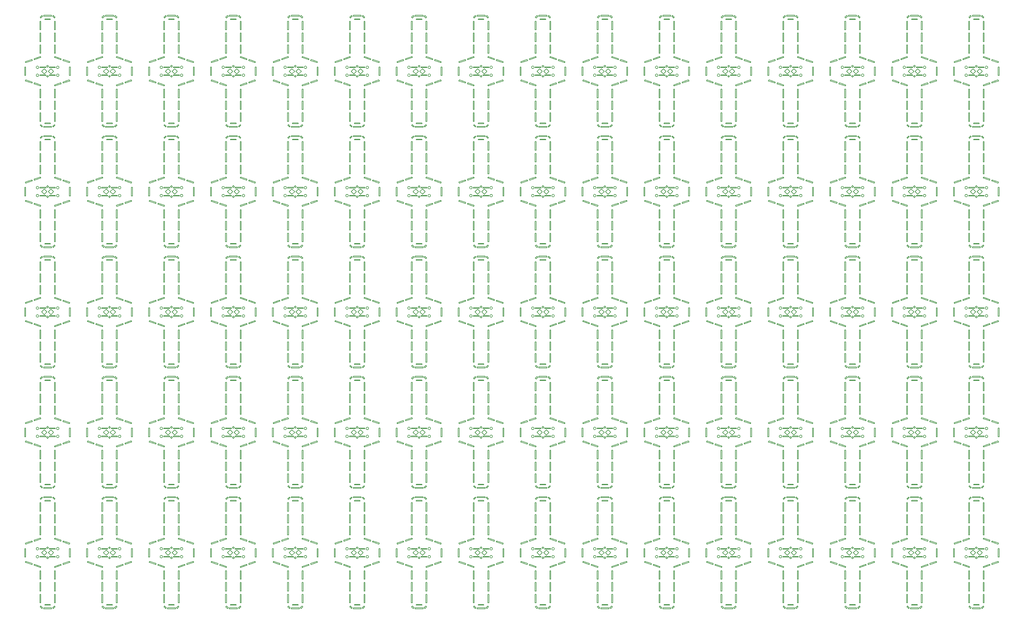
<source format=gbr>
G04 #@! TF.GenerationSoftware,KiCad,Pcbnew,(5.0.0)*
G04 #@! TF.CreationDate,2019-06-20T20:30:57+02:00*
G04 #@! TF.ProjectId,,00000000000000000000000000000000,rev?*
G04 #@! TF.SameCoordinates,Original*
G04 #@! TF.FileFunction,Paste,Top*
G04 #@! TF.FilePolarity,Positive*
%FSLAX46Y46*%
G04 Gerber Fmt 4.6, Leading zero omitted, Abs format (unit mm)*
G04 Created by KiCad (PCBNEW (5.0.0)) date 06/20/19 20:30:57*
%MOMM*%
%LPD*%
G01*
G04 APERTURE LIST*
%ADD10C,0.200000*%
G04 APERTURE END LIST*
D10*
X14375000Y-140212838D02*
X14375000Y-137712838D01*
X18537132Y-148212132D02*
X18037132Y-148712132D01*
X14375000Y-137712838D02*
X14075000Y-137712838D01*
X14075000Y-141141892D02*
X14075000Y-143641892D01*
X17525000Y-148500000D02*
X15175000Y-148500000D01*
X15175000Y-148500000D02*
X15175000Y-148800000D01*
X18100000Y-132500000D02*
X17322183Y-133277817D01*
X17525000Y-148800000D02*
X17525000Y-148500000D01*
X15175000Y-148800000D02*
X17525000Y-148800000D01*
X17175000Y-147750000D02*
X17175000Y-147550000D01*
X17322183Y-131722183D02*
X18100000Y-132500000D01*
X14075000Y-143641892D02*
X14375000Y-143641892D01*
X15525000Y-147750000D02*
X17175000Y-147750000D01*
X14375000Y-141141892D02*
X14075000Y-141141892D01*
X16544365Y-132500000D02*
X17322183Y-131722183D01*
X17175000Y-147550000D02*
X15525000Y-147550000D01*
X14375000Y-143641892D02*
X14375000Y-141141892D01*
X15525000Y-147550000D02*
X15525000Y-147750000D01*
X14075000Y-140212838D02*
X14375000Y-140212838D01*
X14075000Y-137712838D02*
X14075000Y-140212838D01*
X14375000Y-147070946D02*
X14375000Y-144570946D01*
X17322183Y-133277817D02*
X16544365Y-132500000D01*
X18325000Y-148000000D02*
X18537132Y-148212132D01*
X14662868Y-148712132D02*
X14875000Y-148500000D01*
X10000000Y-133750000D02*
X9700000Y-133750000D01*
X14277703Y-128216216D02*
X14375000Y-128500000D01*
X12385811Y-128864865D02*
X14277703Y-128216216D01*
X12385811Y-136135135D02*
X14277703Y-136783784D01*
X14075000Y-147070946D02*
X14375000Y-147070946D01*
X14875000Y-148500000D02*
X14375000Y-148000000D01*
X14075000Y-144570946D02*
X14075000Y-147070946D01*
X14375000Y-144570946D02*
X14075000Y-144570946D01*
X14277703Y-136783784D02*
X14375000Y-136500000D01*
X13775000Y-131350000D02*
G75*
G03X13775000Y-131350000I-375000J0D01*
G01*
X9700000Y-133750000D02*
X9700000Y-131250000D01*
X10000000Y-131250000D02*
X10000000Y-133750000D01*
X12483108Y-135851351D02*
X12385811Y-136135135D01*
X14375000Y-148000000D02*
X14162868Y-148212132D01*
X10000000Y-135000000D02*
X11891892Y-135648649D01*
X14162868Y-148212132D02*
X14662868Y-148712132D01*
X11794595Y-135932432D02*
X9902703Y-135283784D01*
X9700000Y-131250000D02*
X10000000Y-131250000D01*
X13775000Y-133650000D02*
G75*
G03X13775000Y-133650000I-375000J0D01*
G01*
X11891892Y-135648649D02*
X11794595Y-135932432D01*
X14375000Y-136500000D02*
X12483108Y-135851351D01*
X9902703Y-135283784D02*
X10000000Y-135000000D01*
X18037132Y-148712132D02*
X17825000Y-148500000D01*
X20216892Y-135851351D02*
X20314189Y-136135135D01*
X16350000Y-134250000D02*
X16062132Y-133962132D01*
X20314189Y-136135135D02*
X18422297Y-136783784D01*
X14375000Y-127287162D02*
X14075000Y-127287162D01*
X18325000Y-127287162D02*
X18625000Y-127287162D01*
X14375000Y-123858108D02*
X14075000Y-123858108D01*
X18325000Y-121358108D02*
X18325000Y-123858108D01*
X18325000Y-136500000D02*
X20216892Y-135851351D01*
X14075000Y-121358108D02*
X14375000Y-121358108D01*
X20314189Y-128864865D02*
X18422297Y-128216216D01*
X18325000Y-123858108D02*
X18625000Y-123858108D01*
X18625000Y-137712838D02*
X18625000Y-140212838D01*
X18325000Y-137712838D02*
X18625000Y-137712838D01*
X18422297Y-128216216D02*
X18325000Y-128500000D01*
X18625000Y-133750000D02*
X18625000Y-133550000D01*
X14075000Y-124787162D02*
X14375000Y-124787162D01*
X14075000Y-123858108D02*
X14075000Y-121358108D01*
X16850000Y-133550000D02*
X16850000Y-133750000D01*
X18325000Y-144570946D02*
X18625000Y-144570946D01*
X18625000Y-133550000D02*
X16850000Y-133550000D01*
X16850000Y-133750000D02*
X18625000Y-133750000D01*
X16062132Y-133962132D02*
X16350000Y-133674264D01*
X16350000Y-133674264D02*
X16637868Y-133962132D01*
X18625000Y-140212838D02*
X18325000Y-140212838D01*
X14375000Y-124787162D02*
X14375000Y-127287162D01*
X17825000Y-148500000D02*
X18325000Y-148000000D01*
X18325000Y-124787162D02*
X18325000Y-127287162D01*
X18625000Y-127287162D02*
X18625000Y-124787162D01*
X14375000Y-121358108D02*
X14375000Y-123858108D01*
X18325000Y-141141892D02*
X18625000Y-141141892D01*
X18325000Y-147070946D02*
X18325000Y-144570946D01*
X16637868Y-133962132D02*
X16350000Y-134250000D01*
X18422297Y-136783784D02*
X18325000Y-136500000D01*
X14075000Y-127287162D02*
X14075000Y-124787162D01*
X18625000Y-124787162D02*
X18325000Y-124787162D01*
X18625000Y-121358108D02*
X18325000Y-121358108D01*
X18625000Y-123858108D02*
X18625000Y-121358108D01*
X18625000Y-144570946D02*
X18625000Y-147070946D01*
X18625000Y-147070946D02*
X18325000Y-147070946D01*
X18625000Y-143641892D02*
X18325000Y-143641892D01*
X18625000Y-141141892D02*
X18625000Y-143641892D01*
X18325000Y-140212838D02*
X18325000Y-137712838D01*
X18325000Y-128500000D02*
X20216892Y-129148649D01*
X18325000Y-143641892D02*
X18325000Y-141141892D01*
X20216892Y-129148649D02*
X20314189Y-128864865D01*
X20905405Y-164067568D02*
X22797297Y-164716216D01*
X20808108Y-164351351D02*
X20905405Y-164067568D01*
X23000000Y-168750000D02*
X23000000Y-166250000D01*
X14875000Y-151500000D02*
X14375000Y-152000000D01*
X14662868Y-151287868D02*
X14875000Y-151500000D01*
X14375000Y-152000000D02*
X14162868Y-151787868D01*
X12483108Y-129148649D02*
X12385811Y-128864865D01*
X14375000Y-128500000D02*
X12483108Y-129148649D01*
X10000000Y-130000000D02*
X11891892Y-129351351D01*
X9902703Y-129716216D02*
X10000000Y-130000000D01*
X11891892Y-129351351D02*
X11794595Y-129067568D01*
X22797297Y-170283784D02*
X22700000Y-170000000D01*
X20808108Y-170648649D02*
X20905405Y-170932432D01*
X20905405Y-170932432D02*
X22797297Y-170283784D01*
X11794595Y-129067568D02*
X9902703Y-129716216D01*
X22700000Y-170000000D02*
X20808108Y-170648649D01*
X22700000Y-165000000D02*
X20808108Y-164351351D01*
X23000000Y-166250000D02*
X22700000Y-166250000D01*
X22700000Y-168750000D02*
X23000000Y-168750000D01*
X22700000Y-166250000D02*
X22700000Y-168750000D01*
X17175000Y-152450000D02*
X17175000Y-152250000D01*
X14162868Y-151787868D02*
X14662868Y-151287868D01*
X22797297Y-164716216D02*
X22700000Y-165000000D01*
X146216892Y-135851351D02*
X146314189Y-136135135D01*
X144625000Y-137712838D02*
X144625000Y-140212838D01*
X141377817Y-131722183D02*
X140600000Y-132500000D01*
X144325000Y-120429054D02*
X144625000Y-120429054D01*
X144625000Y-131450000D02*
X142850000Y-131450000D01*
X140075000Y-120429054D02*
X140075000Y-117929054D01*
X144625000Y-133550000D02*
X142850000Y-133550000D01*
X146314189Y-136135135D02*
X144422297Y-136783784D01*
X142155635Y-132500000D02*
X141377817Y-131722183D01*
X142850000Y-131250000D02*
X144625000Y-131250000D01*
X144325000Y-136500000D02*
X146216892Y-135851351D01*
X140075000Y-127287162D02*
X140075000Y-124787162D01*
X142850000Y-133550000D02*
X142850000Y-133750000D01*
X140375000Y-120429054D02*
X140075000Y-120429054D01*
X140075000Y-131450000D02*
X141850000Y-131450000D01*
X142850000Y-131450000D02*
X142850000Y-131250000D01*
X142062132Y-131037868D02*
X142350000Y-131325736D01*
X140600000Y-132500000D02*
X141377817Y-133277817D01*
X140375000Y-117929054D02*
X140375000Y-120429054D01*
X141850000Y-131450000D02*
X141850000Y-131250000D01*
X141850000Y-133550000D02*
X141850000Y-133750000D01*
X144625000Y-140212838D02*
X144325000Y-140212838D01*
X142850000Y-133750000D02*
X144625000Y-133750000D01*
X145675000Y-131350000D02*
G75*
G03X145675000Y-131350000I-375000J0D01*
G01*
X141850000Y-133750000D02*
X140075000Y-133750000D01*
X140375000Y-127287162D02*
X140075000Y-127287162D01*
X140075000Y-117929054D02*
X140375000Y-117929054D01*
X140075000Y-133550000D02*
X141850000Y-133550000D01*
X142637868Y-131037868D02*
X142350000Y-130750000D01*
X141175000Y-116500000D02*
X143525000Y-116500000D01*
X145675000Y-133650000D02*
G75*
G03X145675000Y-133650000I-375000J0D01*
G01*
X140075000Y-131250000D02*
X140075000Y-131450000D01*
X142350000Y-134250000D02*
X142062132Y-133962132D01*
X141850000Y-131250000D02*
X140075000Y-131250000D01*
X142350000Y-130750000D02*
X142062132Y-131037868D01*
X144325000Y-117929054D02*
X144325000Y-120429054D01*
X141377817Y-133277817D02*
X142155635Y-132500000D01*
X144625000Y-133750000D02*
X144625000Y-133550000D01*
X142350000Y-131325736D02*
X142637868Y-131037868D01*
X144325000Y-137712838D02*
X144625000Y-137712838D01*
X144325000Y-140212838D02*
X144325000Y-137712838D01*
X140075000Y-133750000D02*
X140075000Y-133550000D01*
X142062132Y-133962132D02*
X142350000Y-133674264D01*
X144625000Y-117929054D02*
X144325000Y-117929054D01*
X144625000Y-120429054D02*
X144625000Y-117929054D01*
X144625000Y-131250000D02*
X144625000Y-131450000D01*
X142637868Y-133962132D02*
X142350000Y-134250000D01*
X142350000Y-133674264D02*
X142637868Y-133962132D01*
X144422297Y-136783784D02*
X144325000Y-136500000D01*
X140375000Y-124787162D02*
X140375000Y-127287162D01*
X140075000Y-124787162D02*
X140375000Y-124787162D01*
X140162868Y-148212132D02*
X140662868Y-148712132D01*
X140875000Y-148500000D02*
X140375000Y-148000000D01*
X143322183Y-131722183D02*
X144100000Y-132500000D01*
X144325000Y-143641892D02*
X144325000Y-141141892D01*
X141175000Y-148800000D02*
X143525000Y-148800000D01*
X140375000Y-141141892D02*
X140075000Y-141141892D01*
X140375000Y-140212838D02*
X140375000Y-137712838D01*
X146216892Y-129148649D02*
X146314189Y-128864865D01*
X140375000Y-121358108D02*
X140375000Y-123858108D01*
X144325000Y-147070946D02*
X144325000Y-144570946D01*
X143322183Y-133277817D02*
X142544365Y-132500000D01*
X136000000Y-135000000D02*
X137891892Y-135648649D01*
X144625000Y-127287162D02*
X144625000Y-124787162D01*
X144625000Y-123858108D02*
X144625000Y-121358108D01*
X144625000Y-147070946D02*
X144325000Y-147070946D01*
X143825000Y-148500000D02*
X144325000Y-148000000D01*
X143175000Y-147550000D02*
X141525000Y-147550000D01*
X140375000Y-148000000D02*
X140162868Y-148212132D01*
X140075000Y-143641892D02*
X140375000Y-143641892D01*
X140375000Y-137712838D02*
X140075000Y-137712838D01*
X140075000Y-144570946D02*
X140075000Y-147070946D01*
X140375000Y-136500000D02*
X138483108Y-135851351D01*
X138385811Y-136135135D02*
X140277703Y-136783784D01*
X140075000Y-137712838D02*
X140075000Y-140212838D01*
X144325000Y-124787162D02*
X144325000Y-127287162D01*
X144625000Y-124787162D02*
X144325000Y-124787162D01*
X140277703Y-136783784D02*
X140375000Y-136500000D01*
X144625000Y-121358108D02*
X144325000Y-121358108D01*
X146314189Y-128864865D02*
X144422297Y-128216216D01*
X144325000Y-123858108D02*
X144625000Y-123858108D01*
X144037132Y-148712132D02*
X143825000Y-148500000D01*
X135902703Y-135283784D02*
X136000000Y-135000000D01*
X141525000Y-147750000D02*
X143175000Y-147750000D01*
X141175000Y-148500000D02*
X141175000Y-148800000D01*
X140375000Y-143641892D02*
X140375000Y-141141892D01*
X144625000Y-144570946D02*
X144625000Y-147070946D01*
X140075000Y-147070946D02*
X140375000Y-147070946D01*
X144537132Y-148212132D02*
X144037132Y-148712132D01*
X144325000Y-141141892D02*
X144625000Y-141141892D01*
X144100000Y-132500000D02*
X143322183Y-133277817D01*
X143525000Y-148500000D02*
X141175000Y-148500000D01*
X140075000Y-140212838D02*
X140375000Y-140212838D01*
X140075000Y-121358108D02*
X140375000Y-121358108D01*
X144625000Y-143641892D02*
X144325000Y-143641892D01*
X144325000Y-148000000D02*
X144537132Y-148212132D01*
X142544365Y-132500000D02*
X143322183Y-131722183D01*
X140075000Y-141141892D02*
X140075000Y-143641892D01*
X140375000Y-144570946D02*
X140075000Y-144570946D01*
X137891892Y-135648649D02*
X137794595Y-135932432D01*
X140662868Y-148712132D02*
X140875000Y-148500000D01*
X140075000Y-123858108D02*
X140075000Y-121358108D01*
X144325000Y-128500000D02*
X146216892Y-129148649D01*
X144325000Y-127287162D02*
X144625000Y-127287162D01*
X138483108Y-135851351D02*
X138385811Y-136135135D01*
X144325000Y-121358108D02*
X144325000Y-123858108D01*
X143525000Y-148800000D02*
X143525000Y-148500000D01*
X141525000Y-147550000D02*
X141525000Y-147750000D01*
X137794595Y-135932432D02*
X135902703Y-135283784D01*
X140375000Y-123858108D02*
X140075000Y-123858108D01*
X144422297Y-128216216D02*
X144325000Y-128500000D01*
X144325000Y-144570946D02*
X144625000Y-144570946D01*
X144625000Y-141141892D02*
X144625000Y-143641892D01*
X140375000Y-147070946D02*
X140375000Y-144570946D01*
X143175000Y-147750000D02*
X143175000Y-147550000D01*
X140375000Y-128500000D02*
X138483108Y-129148649D01*
X136000000Y-130000000D02*
X137891892Y-129351351D01*
X137891892Y-129351351D02*
X137794595Y-129067568D01*
X144625000Y-155429054D02*
X144625000Y-152929054D01*
X144325000Y-152000000D02*
X144537132Y-151787868D01*
X141377817Y-168277817D02*
X142155635Y-167500000D01*
X141377817Y-166722183D02*
X140600000Y-167500000D01*
X140075000Y-168750000D02*
X140075000Y-168550000D01*
X140075000Y-155429054D02*
X140075000Y-152929054D01*
X141850000Y-166250000D02*
X140075000Y-166250000D01*
X144325000Y-152929054D02*
X144325000Y-155429054D01*
X148700000Y-170000000D02*
X146808108Y-170648649D01*
X148797297Y-164716216D02*
X148700000Y-165000000D01*
X140375000Y-152929054D02*
X140375000Y-155429054D01*
X146808108Y-164351351D02*
X146905405Y-164067568D01*
X143525000Y-151200000D02*
X141175000Y-151200000D01*
X144537132Y-151787868D02*
X144037132Y-151287868D01*
X141850000Y-168750000D02*
X140075000Y-168750000D01*
X140075000Y-152929054D02*
X140375000Y-152929054D01*
X145675000Y-166350000D02*
G75*
G03X145675000Y-166350000I-375000J0D01*
G01*
X148700000Y-166250000D02*
X148700000Y-168750000D01*
X141850000Y-166450000D02*
X141850000Y-166250000D01*
X135700000Y-131250000D02*
X136000000Y-131250000D01*
X135700000Y-133750000D02*
X135700000Y-131250000D01*
X136000000Y-133750000D02*
X135700000Y-133750000D01*
X144325000Y-155429054D02*
X144625000Y-155429054D01*
X139775000Y-133650000D02*
G75*
G03X139775000Y-133650000I-375000J0D01*
G01*
X135902703Y-129716216D02*
X136000000Y-130000000D01*
X145675000Y-168650000D02*
G75*
G03X145675000Y-168650000I-375000J0D01*
G01*
X137794595Y-129067568D02*
X135902703Y-129716216D01*
X148797297Y-170283784D02*
X148700000Y-170000000D01*
X143825000Y-151500000D02*
X144325000Y-152000000D01*
X141850000Y-168550000D02*
X141850000Y-168750000D01*
X146905405Y-164067568D02*
X148797297Y-164716216D01*
X143175000Y-152450000D02*
X143175000Y-152250000D01*
X148700000Y-165000000D02*
X146808108Y-164351351D01*
X148700000Y-168750000D02*
X149000000Y-168750000D01*
X140162868Y-151787868D02*
X140662868Y-151287868D01*
X142155635Y-167500000D02*
X141377817Y-166722183D01*
X140075000Y-168550000D02*
X141850000Y-168550000D01*
X140375000Y-155429054D02*
X140075000Y-155429054D01*
X140075000Y-166450000D02*
X141850000Y-166450000D01*
X146808108Y-170648649D02*
X146905405Y-170932432D01*
X149000000Y-166250000D02*
X148700000Y-166250000D01*
X149000000Y-168750000D02*
X149000000Y-166250000D01*
X140875000Y-151500000D02*
X140375000Y-152000000D01*
X143525000Y-151500000D02*
X143525000Y-151200000D01*
X141175000Y-151200000D02*
X141175000Y-151500000D01*
X141525000Y-152450000D02*
X143175000Y-152450000D01*
X141525000Y-152250000D02*
X141525000Y-152450000D01*
X140375000Y-152000000D02*
X140162868Y-151787868D01*
X144625000Y-152929054D02*
X144325000Y-152929054D01*
X140075000Y-166250000D02*
X140075000Y-166450000D01*
X136000000Y-131250000D02*
X136000000Y-133750000D01*
X143175000Y-152250000D02*
X141525000Y-152250000D01*
X139775000Y-131350000D02*
G75*
G03X139775000Y-131350000I-375000J0D01*
G01*
X144037132Y-151287868D02*
X143825000Y-151500000D01*
X140277703Y-128216216D02*
X140375000Y-128500000D01*
X140662868Y-151287868D02*
X140875000Y-151500000D01*
X141175000Y-151500000D02*
X143525000Y-151500000D01*
X138385811Y-128864865D02*
X140277703Y-128216216D01*
X140600000Y-167500000D02*
X141377817Y-168277817D01*
X146905405Y-170932432D02*
X148797297Y-170283784D01*
X138483108Y-129148649D02*
X138385811Y-128864865D01*
X144625000Y-159787162D02*
X144325000Y-159787162D01*
X140375000Y-159787162D02*
X140375000Y-162287162D01*
X142350000Y-166325736D02*
X142637868Y-166037868D01*
X142062132Y-166037868D02*
X142350000Y-166325736D01*
X144325000Y-176141892D02*
X144625000Y-176141892D01*
X142350000Y-168674264D02*
X142637868Y-168962132D01*
X146216892Y-170851351D02*
X146314189Y-171135135D01*
X144625000Y-168750000D02*
X144625000Y-168550000D01*
X144625000Y-176141892D02*
X144625000Y-178641892D01*
X142350000Y-165750000D02*
X142062132Y-166037868D01*
X143525000Y-183800000D02*
X143525000Y-183500000D01*
X140075000Y-156358108D02*
X140375000Y-156358108D01*
X144325000Y-159787162D02*
X144325000Y-162287162D01*
X144625000Y-182070946D02*
X144325000Y-182070946D01*
X143175000Y-182750000D02*
X143175000Y-182550000D01*
X146314189Y-171135135D02*
X144422297Y-171783784D01*
X140375000Y-162287162D02*
X140075000Y-162287162D01*
X144625000Y-179570946D02*
X144625000Y-182070946D01*
X144325000Y-163500000D02*
X146216892Y-164148649D01*
X141175000Y-183800000D02*
X143525000Y-183800000D01*
X142850000Y-168750000D02*
X144625000Y-168750000D01*
X144625000Y-162287162D02*
X144625000Y-159787162D01*
X142350000Y-169250000D02*
X142062132Y-168962132D01*
X144325000Y-162287162D02*
X144625000Y-162287162D01*
X144422297Y-163216216D02*
X144325000Y-163500000D01*
X146314189Y-163864865D02*
X144422297Y-163216216D01*
X143825000Y-183500000D02*
X144325000Y-183000000D01*
X144625000Y-172712838D02*
X144625000Y-175212838D01*
X144325000Y-156358108D02*
X144325000Y-158858108D01*
X144625000Y-158858108D02*
X144625000Y-156358108D01*
X142062132Y-168962132D02*
X142350000Y-168674264D01*
X140375000Y-158858108D02*
X140075000Y-158858108D01*
X146216892Y-164148649D02*
X146314189Y-163864865D01*
X143525000Y-183500000D02*
X141175000Y-183500000D01*
X144325000Y-178641892D02*
X144325000Y-176141892D01*
X141525000Y-182550000D02*
X141525000Y-182750000D01*
X144325000Y-175212838D02*
X144325000Y-172712838D01*
X141525000Y-182750000D02*
X143175000Y-182750000D01*
X143175000Y-182550000D02*
X141525000Y-182550000D01*
X144625000Y-166450000D02*
X142850000Y-166450000D01*
X142637868Y-166037868D02*
X142350000Y-165750000D01*
X144325000Y-171500000D02*
X146216892Y-170851351D01*
X144625000Y-178641892D02*
X144325000Y-178641892D01*
X144537132Y-183212132D02*
X144037132Y-183712132D01*
X142850000Y-168550000D02*
X142850000Y-168750000D01*
X142637868Y-168962132D02*
X142350000Y-169250000D01*
X144422297Y-171783784D02*
X144325000Y-171500000D01*
X140075000Y-158858108D02*
X140075000Y-156358108D01*
X144037132Y-183712132D02*
X143825000Y-183500000D01*
X144625000Y-175212838D02*
X144325000Y-175212838D01*
X144325000Y-182070946D02*
X144325000Y-179570946D01*
X140075000Y-159787162D02*
X140375000Y-159787162D01*
X140075000Y-162287162D02*
X140075000Y-159787162D01*
X144625000Y-156358108D02*
X144325000Y-156358108D01*
X144325000Y-183000000D02*
X144537132Y-183212132D01*
X141175000Y-183500000D02*
X141175000Y-183800000D01*
X144625000Y-166250000D02*
X144625000Y-166450000D01*
X140375000Y-156358108D02*
X140375000Y-158858108D01*
X142850000Y-166250000D02*
X144625000Y-166250000D01*
X144625000Y-168550000D02*
X142850000Y-168550000D01*
X142850000Y-166450000D02*
X142850000Y-166250000D01*
X144325000Y-172712838D02*
X144625000Y-172712838D01*
X144325000Y-158858108D02*
X144625000Y-158858108D01*
X144325000Y-179570946D02*
X144625000Y-179570946D01*
X123525000Y-12250000D02*
X123525000Y-12450000D01*
X128905405Y-30932432D02*
X130797297Y-30283784D01*
X140075000Y-179570946D02*
X140075000Y-182070946D01*
X140875000Y-183500000D02*
X140375000Y-183000000D01*
X139775000Y-166350000D02*
G75*
G03X139775000Y-166350000I-375000J0D01*
G01*
X138385811Y-163864865D02*
X140277703Y-163216216D01*
X122662868Y-11287868D02*
X122875000Y-11500000D01*
X138385811Y-171135135D02*
X140277703Y-171783784D01*
X137794595Y-170932432D02*
X135902703Y-170283784D01*
X136000000Y-168750000D02*
X135700000Y-168750000D01*
X143322183Y-166722183D02*
X144100000Y-167500000D01*
X142544365Y-167500000D02*
X143322183Y-166722183D01*
X140075000Y-178641892D02*
X140375000Y-178641892D01*
X140075000Y-176141892D02*
X140075000Y-178641892D01*
X140375000Y-176141892D02*
X140075000Y-176141892D01*
X140277703Y-163216216D02*
X140375000Y-163500000D01*
X140375000Y-183000000D02*
X140162868Y-183212132D01*
X130797297Y-30283784D02*
X130700000Y-30000000D01*
X136000000Y-166250000D02*
X136000000Y-168750000D01*
X122375000Y-12000000D02*
X122162868Y-11787868D01*
X137891892Y-164351351D02*
X137794595Y-164067568D01*
X130700000Y-26250000D02*
X130700000Y-28750000D01*
X131000000Y-28750000D02*
X131000000Y-26250000D01*
X140375000Y-163500000D02*
X138483108Y-164148649D01*
X140375000Y-175212838D02*
X140375000Y-172712838D01*
X140075000Y-172712838D02*
X140075000Y-175212838D01*
X131000000Y-26250000D02*
X130700000Y-26250000D01*
X123525000Y-12450000D02*
X125175000Y-12450000D01*
X125175000Y-12250000D02*
X123525000Y-12250000D01*
X136000000Y-165000000D02*
X137891892Y-164351351D01*
X140375000Y-172712838D02*
X140075000Y-172712838D01*
X128905405Y-24067568D02*
X130797297Y-24716216D01*
X140662868Y-183712132D02*
X140875000Y-183500000D01*
X140162868Y-183212132D02*
X140662868Y-183712132D01*
X122162868Y-11787868D02*
X122662868Y-11287868D01*
X137891892Y-170648649D02*
X137794595Y-170932432D01*
X137794595Y-164067568D02*
X135902703Y-164716216D01*
X125825000Y-11500000D02*
X126325000Y-12000000D01*
X136000000Y-170000000D02*
X137891892Y-170648649D01*
X138483108Y-170851351D02*
X138385811Y-171135135D01*
X135700000Y-166250000D02*
X136000000Y-166250000D01*
X138483108Y-164148649D02*
X138385811Y-163864865D01*
X143322183Y-168277817D02*
X142544365Y-167500000D01*
X144100000Y-167500000D02*
X143322183Y-168277817D01*
X140375000Y-178641892D02*
X140375000Y-176141892D01*
X140075000Y-182070946D02*
X140375000Y-182070946D01*
X135902703Y-170283784D02*
X136000000Y-170000000D01*
X130797297Y-24716216D02*
X130700000Y-25000000D01*
X130700000Y-25000000D02*
X128808108Y-24351351D01*
X128808108Y-30648649D02*
X128905405Y-30932432D01*
X140277703Y-171783784D02*
X140375000Y-171500000D01*
X135700000Y-168750000D02*
X135700000Y-166250000D01*
X130700000Y-30000000D02*
X128808108Y-30648649D01*
X140075000Y-175212838D02*
X140375000Y-175212838D01*
X122875000Y-11500000D02*
X122375000Y-12000000D01*
X125175000Y-12450000D02*
X125175000Y-12250000D01*
X140375000Y-182070946D02*
X140375000Y-179570946D01*
X128808108Y-24351351D02*
X128905405Y-24067568D01*
X140375000Y-179570946D02*
X140075000Y-179570946D01*
X126325000Y-12000000D02*
X126537132Y-11787868D01*
X140375000Y-171500000D02*
X138483108Y-170851351D01*
X139775000Y-168650000D02*
G75*
G03X139775000Y-168650000I-375000J0D01*
G01*
X135902703Y-164716216D02*
X136000000Y-165000000D01*
X130700000Y-28750000D02*
X131000000Y-28750000D01*
X143525000Y-43800000D02*
X143525000Y-43500000D01*
X142637868Y-28962132D02*
X142350000Y-29250000D01*
X144625000Y-19787162D02*
X144325000Y-19787162D01*
X144325000Y-38641892D02*
X144325000Y-36141892D01*
X141175000Y-43800000D02*
X143525000Y-43800000D01*
X140375000Y-18858108D02*
X140075000Y-18858108D01*
X144625000Y-18858108D02*
X144625000Y-16358108D01*
X143825000Y-43500000D02*
X144325000Y-43000000D01*
X144422297Y-23216216D02*
X144325000Y-23500000D01*
X144325000Y-42070946D02*
X144325000Y-39570946D01*
X142350000Y-29250000D02*
X142062132Y-28962132D01*
X141525000Y-42750000D02*
X143175000Y-42750000D01*
X141850000Y-28750000D02*
X140075000Y-28750000D01*
X142350000Y-26325736D02*
X142637868Y-26037868D01*
X144625000Y-26450000D02*
X142850000Y-26450000D01*
X142850000Y-26250000D02*
X144625000Y-26250000D01*
X144325000Y-19787162D02*
X144325000Y-22287162D01*
X142850000Y-26450000D02*
X142850000Y-26250000D01*
X142637868Y-26037868D02*
X142350000Y-25750000D01*
X142062132Y-26037868D02*
X142350000Y-26325736D01*
X142350000Y-25750000D02*
X142062132Y-26037868D01*
X144625000Y-42070946D02*
X144325000Y-42070946D01*
X142062132Y-28962132D02*
X142350000Y-28674264D01*
X144625000Y-28550000D02*
X142850000Y-28550000D01*
X142850000Y-28750000D02*
X144625000Y-28750000D01*
X146314189Y-31135135D02*
X144422297Y-31783784D01*
X144625000Y-32712838D02*
X144625000Y-35212838D01*
X146216892Y-30851351D02*
X146314189Y-31135135D01*
X140075000Y-19787162D02*
X140375000Y-19787162D01*
X144325000Y-43000000D02*
X144537132Y-43212132D01*
X144325000Y-31500000D02*
X146216892Y-30851351D01*
X143525000Y-43500000D02*
X141175000Y-43500000D01*
X140375000Y-22287162D02*
X140075000Y-22287162D01*
X140375000Y-19787162D02*
X140375000Y-22287162D01*
X144325000Y-35212838D02*
X144325000Y-32712838D01*
X146314189Y-23864865D02*
X144422297Y-23216216D01*
X144325000Y-22287162D02*
X144625000Y-22287162D01*
X144625000Y-22287162D02*
X144625000Y-19787162D01*
X144325000Y-32712838D02*
X144625000Y-32712838D01*
X144325000Y-18858108D02*
X144625000Y-18858108D01*
X146216892Y-24148649D02*
X146314189Y-23864865D01*
X144625000Y-39570946D02*
X144625000Y-42070946D01*
X144422297Y-31783784D02*
X144325000Y-31500000D01*
X142350000Y-28674264D02*
X142637868Y-28962132D01*
X141850000Y-28550000D02*
X141850000Y-28750000D01*
X144625000Y-35212838D02*
X144325000Y-35212838D01*
X144037132Y-43712132D02*
X143825000Y-43500000D01*
X140075000Y-18858108D02*
X140075000Y-16358108D01*
X144325000Y-23500000D02*
X146216892Y-24148649D01*
X144625000Y-36141892D02*
X144625000Y-38641892D01*
X144625000Y-16358108D02*
X144325000Y-16358108D01*
X144325000Y-39570946D02*
X144625000Y-39570946D01*
X144625000Y-38641892D02*
X144325000Y-38641892D01*
X145675000Y-26350000D02*
G75*
G03X145675000Y-26350000I-375000J0D01*
G01*
X142850000Y-28550000D02*
X142850000Y-28750000D01*
X144537132Y-43212132D02*
X144037132Y-43712132D01*
X140075000Y-22287162D02*
X140075000Y-19787162D01*
X144325000Y-36141892D02*
X144625000Y-36141892D01*
X144625000Y-26250000D02*
X144625000Y-26450000D01*
X140075000Y-16358108D02*
X140375000Y-16358108D01*
X144625000Y-28750000D02*
X144625000Y-28550000D01*
X140375000Y-16358108D02*
X140375000Y-18858108D01*
X144325000Y-16358108D02*
X144325000Y-18858108D01*
X141175000Y-43500000D02*
X141175000Y-43800000D01*
X139775000Y-26350000D02*
G75*
G03X139775000Y-26350000I-375000J0D01*
G01*
X138483108Y-24148649D02*
X138385811Y-23864865D01*
X136000000Y-30000000D02*
X137891892Y-30648649D01*
X146808108Y-59351351D02*
X146905405Y-59067568D01*
X140375000Y-31500000D02*
X138483108Y-30851351D01*
X136000000Y-28750000D02*
X135700000Y-28750000D01*
X135902703Y-24716216D02*
X136000000Y-25000000D01*
X141525000Y-47450000D02*
X143175000Y-47450000D01*
X137794595Y-24067568D02*
X135902703Y-24716216D01*
X140875000Y-46500000D02*
X140375000Y-47000000D01*
X136000000Y-26250000D02*
X136000000Y-28750000D01*
X141525000Y-42550000D02*
X141525000Y-42750000D01*
X144100000Y-27500000D02*
X143322183Y-28277817D01*
X138385811Y-31135135D02*
X140277703Y-31783784D01*
X140375000Y-47000000D02*
X140162868Y-46787868D01*
X142544365Y-27500000D02*
X143322183Y-26722183D01*
X140375000Y-38641892D02*
X140375000Y-36141892D01*
X140375000Y-36141892D02*
X140075000Y-36141892D01*
X148797297Y-65283784D02*
X148700000Y-65000000D01*
X140075000Y-39570946D02*
X140075000Y-42070946D01*
X140075000Y-38641892D02*
X140375000Y-38641892D01*
X146808108Y-65648649D02*
X146905405Y-65932432D01*
X148700000Y-60000000D02*
X146808108Y-59351351D01*
X146905405Y-65932432D02*
X148797297Y-65283784D01*
X140375000Y-35212838D02*
X140375000Y-32712838D01*
X137891892Y-30648649D02*
X137794595Y-30932432D01*
X140375000Y-32712838D02*
X140075000Y-32712838D01*
X148797297Y-59716216D02*
X148700000Y-60000000D01*
X135700000Y-28750000D02*
X135700000Y-26250000D01*
X140375000Y-42070946D02*
X140375000Y-39570946D01*
X140375000Y-43000000D02*
X140162868Y-43212132D01*
X140277703Y-23216216D02*
X140375000Y-23500000D01*
X140375000Y-23500000D02*
X138483108Y-24148649D01*
X148700000Y-65000000D02*
X146808108Y-65648649D01*
X149000000Y-61250000D02*
X148700000Y-61250000D01*
X140662868Y-46287868D02*
X140875000Y-46500000D01*
X138385811Y-23864865D02*
X140277703Y-23216216D01*
X140277703Y-31783784D02*
X140375000Y-31500000D01*
X149000000Y-63750000D02*
X149000000Y-61250000D01*
X141525000Y-47250000D02*
X141525000Y-47450000D01*
X135700000Y-26250000D02*
X136000000Y-26250000D01*
X140162868Y-46787868D02*
X140662868Y-46287868D01*
X148700000Y-61250000D02*
X148700000Y-63750000D01*
X146905405Y-59067568D02*
X148797297Y-59716216D01*
X143175000Y-42550000D02*
X141525000Y-42550000D01*
X143175000Y-42750000D02*
X143175000Y-42550000D01*
X140875000Y-43500000D02*
X140375000Y-43000000D01*
X143322183Y-28277817D02*
X142544365Y-27500000D01*
X143322183Y-26722183D02*
X144100000Y-27500000D01*
X137891892Y-24351351D02*
X137794595Y-24067568D01*
X135902703Y-30283784D02*
X136000000Y-30000000D01*
X143175000Y-47450000D02*
X143175000Y-47250000D01*
X138483108Y-30851351D02*
X138385811Y-31135135D01*
X136000000Y-25000000D02*
X137891892Y-24351351D01*
X140075000Y-36141892D02*
X140075000Y-38641892D01*
X140075000Y-35212838D02*
X140375000Y-35212838D01*
X140075000Y-42070946D02*
X140375000Y-42070946D01*
X140075000Y-32712838D02*
X140075000Y-35212838D01*
X140375000Y-39570946D02*
X140075000Y-39570946D01*
X140662868Y-43712132D02*
X140875000Y-43500000D01*
X148700000Y-63750000D02*
X149000000Y-63750000D01*
X139775000Y-28650000D02*
G75*
G03X139775000Y-28650000I-375000J0D01*
G01*
X140162868Y-43212132D02*
X140662868Y-43712132D01*
X137794595Y-30932432D02*
X135902703Y-30283784D01*
X141377817Y-63277817D02*
X142155635Y-62500000D01*
X141850000Y-63750000D02*
X140075000Y-63750000D01*
X144625000Y-63750000D02*
X144625000Y-63550000D01*
X140375000Y-53858108D02*
X140075000Y-53858108D01*
X141377817Y-61722183D02*
X140600000Y-62500000D01*
X144422297Y-66783784D02*
X144325000Y-66500000D01*
X144325000Y-66500000D02*
X146216892Y-65851351D01*
X144325000Y-50429054D02*
X144625000Y-50429054D01*
X144625000Y-70212838D02*
X144325000Y-70212838D01*
X142637868Y-61037868D02*
X142350000Y-60750000D01*
X140075000Y-51358108D02*
X140375000Y-51358108D01*
X140075000Y-61250000D02*
X140075000Y-61450000D01*
X142850000Y-63750000D02*
X144625000Y-63750000D01*
X140375000Y-50429054D02*
X140075000Y-50429054D01*
X145675000Y-63650000D02*
G75*
G03X145675000Y-63650000I-375000J0D01*
G01*
X140075000Y-57287162D02*
X140075000Y-54787162D01*
X142155635Y-62500000D02*
X141377817Y-61722183D01*
X142850000Y-61250000D02*
X144625000Y-61250000D01*
X144325000Y-54787162D02*
X144325000Y-57287162D01*
X144325000Y-70212838D02*
X144325000Y-67712838D01*
X144625000Y-61450000D02*
X142850000Y-61450000D01*
X143525000Y-46500000D02*
X143525000Y-46200000D01*
X140075000Y-61450000D02*
X141850000Y-61450000D01*
X142850000Y-61450000D02*
X142850000Y-61250000D01*
X143175000Y-47250000D02*
X141525000Y-47250000D01*
X140375000Y-51358108D02*
X140375000Y-53858108D01*
X141175000Y-46200000D02*
X141175000Y-46500000D01*
X140075000Y-50429054D02*
X140075000Y-47929054D01*
X140375000Y-47929054D02*
X140375000Y-50429054D01*
X140075000Y-63750000D02*
X140075000Y-63550000D01*
X142062132Y-61037868D02*
X142350000Y-61325736D01*
X142350000Y-61325736D02*
X142637868Y-61037868D01*
X144625000Y-67712838D02*
X144625000Y-70212838D01*
X144625000Y-61250000D02*
X144625000Y-61450000D01*
X145675000Y-61350000D02*
G75*
G03X145675000Y-61350000I-375000J0D01*
G01*
X144037132Y-46287868D02*
X143825000Y-46500000D01*
X140600000Y-62500000D02*
X141377817Y-63277817D01*
X142062132Y-63962132D02*
X142350000Y-63674264D01*
X143525000Y-46200000D02*
X141175000Y-46200000D01*
X142350000Y-63674264D02*
X142637868Y-63962132D01*
X146314189Y-66135135D02*
X144422297Y-66783784D01*
X144625000Y-50429054D02*
X144625000Y-47929054D01*
X144325000Y-47000000D02*
X144537132Y-46787868D01*
X141175000Y-46500000D02*
X143525000Y-46500000D01*
X144325000Y-47929054D02*
X144325000Y-50429054D01*
X142350000Y-64250000D02*
X142062132Y-63962132D01*
X140375000Y-57287162D02*
X140075000Y-57287162D01*
X140075000Y-54787162D02*
X140375000Y-54787162D01*
X144625000Y-47929054D02*
X144325000Y-47929054D01*
X142850000Y-63550000D02*
X142850000Y-63750000D01*
X140075000Y-47929054D02*
X140375000Y-47929054D01*
X141850000Y-63550000D02*
X141850000Y-63750000D01*
X140075000Y-53858108D02*
X140075000Y-51358108D01*
X140075000Y-63550000D02*
X141850000Y-63550000D01*
X142350000Y-60750000D02*
X142062132Y-61037868D01*
X146216892Y-65851351D02*
X146314189Y-66135135D01*
X144325000Y-67712838D02*
X144625000Y-67712838D01*
X144625000Y-63550000D02*
X142850000Y-63550000D01*
X142637868Y-63962132D02*
X142350000Y-64250000D01*
X140375000Y-54787162D02*
X140375000Y-57287162D01*
X143825000Y-46500000D02*
X144325000Y-47000000D01*
X144537132Y-46787868D02*
X144037132Y-46287868D01*
X141850000Y-61450000D02*
X141850000Y-61250000D01*
X141850000Y-61250000D02*
X140075000Y-61250000D01*
X142544365Y-62500000D02*
X143322183Y-61722183D01*
X143525000Y-78800000D02*
X143525000Y-78500000D01*
X135700000Y-63750000D02*
X135700000Y-61250000D01*
X143322183Y-63277817D02*
X142544365Y-62500000D01*
X144325000Y-77070946D02*
X144325000Y-74570946D01*
X144625000Y-73641892D02*
X144325000Y-73641892D01*
X140375000Y-71141892D02*
X140075000Y-71141892D01*
X144625000Y-74570946D02*
X144625000Y-77070946D01*
X144325000Y-73641892D02*
X144325000Y-71141892D01*
X143175000Y-77750000D02*
X143175000Y-77550000D01*
X140375000Y-70212838D02*
X140375000Y-67712838D01*
X135700000Y-61250000D02*
X136000000Y-61250000D01*
X143322183Y-61722183D02*
X144100000Y-62500000D01*
X140075000Y-74570946D02*
X140075000Y-77070946D01*
X140277703Y-66783784D02*
X140375000Y-66500000D01*
X140875000Y-78500000D02*
X140375000Y-78000000D01*
X143525000Y-78500000D02*
X141175000Y-78500000D01*
X137891892Y-65648649D02*
X137794595Y-65932432D01*
X140075000Y-70212838D02*
X140375000Y-70212838D01*
X140662868Y-78712132D02*
X140875000Y-78500000D01*
X144537132Y-78212132D02*
X144037132Y-78712132D01*
X140375000Y-66500000D02*
X138483108Y-65851351D01*
X136000000Y-61250000D02*
X136000000Y-63750000D01*
X144325000Y-71141892D02*
X144625000Y-71141892D01*
X137794595Y-65932432D02*
X135902703Y-65283784D01*
X144325000Y-58500000D02*
X146216892Y-59148649D01*
X146314189Y-58864865D02*
X144422297Y-58216216D01*
X146216892Y-59148649D02*
X146314189Y-58864865D01*
X140375000Y-67712838D02*
X140075000Y-67712838D01*
X144625000Y-77070946D02*
X144325000Y-77070946D01*
X144325000Y-74570946D02*
X144625000Y-74570946D01*
X141525000Y-77750000D02*
X143175000Y-77750000D01*
X140375000Y-78000000D02*
X140162868Y-78212132D01*
X140162868Y-78212132D02*
X140662868Y-78712132D01*
X138483108Y-65851351D02*
X138385811Y-66135135D01*
X140375000Y-77070946D02*
X140375000Y-74570946D01*
X144037132Y-78712132D02*
X143825000Y-78500000D01*
X139775000Y-61350000D02*
G75*
G03X139775000Y-61350000I-375000J0D01*
G01*
X140075000Y-77070946D02*
X140375000Y-77070946D01*
X144625000Y-71141892D02*
X144625000Y-73641892D01*
X144325000Y-78000000D02*
X144537132Y-78212132D01*
X136000000Y-65000000D02*
X137891892Y-65648649D01*
X140075000Y-73641892D02*
X140375000Y-73641892D01*
X136000000Y-63750000D02*
X135700000Y-63750000D01*
X144100000Y-62500000D02*
X143322183Y-63277817D01*
X141175000Y-78800000D02*
X143525000Y-78800000D01*
X143175000Y-77550000D02*
X141525000Y-77550000D01*
X140375000Y-74570946D02*
X140075000Y-74570946D01*
X140375000Y-73641892D02*
X140375000Y-71141892D01*
X135902703Y-65283784D02*
X136000000Y-65000000D01*
X144625000Y-54787162D02*
X144325000Y-54787162D01*
X144625000Y-57287162D02*
X144625000Y-54787162D01*
X138385811Y-66135135D02*
X140277703Y-66783784D01*
X144625000Y-51358108D02*
X144325000Y-51358108D01*
X140075000Y-71141892D02*
X140075000Y-73641892D01*
X140075000Y-67712838D02*
X140075000Y-70212838D01*
X144325000Y-57287162D02*
X144625000Y-57287162D01*
X141525000Y-77550000D02*
X141525000Y-77750000D01*
X144422297Y-58216216D02*
X144325000Y-58500000D01*
X144325000Y-51358108D02*
X144325000Y-53858108D01*
X144625000Y-53858108D02*
X144625000Y-51358108D01*
X144325000Y-53858108D02*
X144625000Y-53858108D01*
X143825000Y-78500000D02*
X144325000Y-78000000D01*
X141175000Y-78500000D02*
X141175000Y-78800000D01*
X141175000Y-81200000D02*
X141175000Y-81500000D01*
X146905405Y-94067568D02*
X148797297Y-94716216D01*
X148700000Y-95000000D02*
X146808108Y-94351351D01*
X141850000Y-96450000D02*
X141850000Y-96250000D01*
X148700000Y-100000000D02*
X146808108Y-100648649D01*
X142850000Y-96450000D02*
X142850000Y-96250000D01*
X144625000Y-96250000D02*
X144625000Y-96450000D01*
X140075000Y-96250000D02*
X140075000Y-96450000D01*
X146808108Y-100648649D02*
X146905405Y-100932432D01*
X148700000Y-98750000D02*
X149000000Y-98750000D01*
X146808108Y-94351351D02*
X146905405Y-94067568D01*
X149000000Y-96250000D02*
X148700000Y-96250000D01*
X140162868Y-81787868D02*
X140662868Y-81287868D01*
X140375000Y-82000000D02*
X140162868Y-81787868D01*
X145675000Y-96350000D02*
G75*
G03X145675000Y-96350000I-375000J0D01*
G01*
X143175000Y-82250000D02*
X141525000Y-82250000D01*
X145675000Y-98650000D02*
G75*
G03X145675000Y-98650000I-375000J0D01*
G01*
X141850000Y-96250000D02*
X140075000Y-96250000D01*
X143525000Y-81200000D02*
X141175000Y-81200000D01*
X142155635Y-97500000D02*
X141377817Y-96722183D01*
X141175000Y-81500000D02*
X143525000Y-81500000D01*
X140075000Y-98750000D02*
X140075000Y-98550000D01*
X144325000Y-82929054D02*
X144325000Y-85429054D01*
X141377817Y-96722183D02*
X140600000Y-97500000D01*
X144625000Y-82929054D02*
X144325000Y-82929054D01*
X140600000Y-97500000D02*
X141377817Y-98277817D01*
X143525000Y-81500000D02*
X143525000Y-81200000D01*
X144325000Y-85429054D02*
X144625000Y-85429054D01*
X140075000Y-85429054D02*
X140075000Y-82929054D01*
X142637868Y-96037868D02*
X142350000Y-95750000D01*
X136000000Y-60000000D02*
X137891892Y-59351351D01*
X143825000Y-81500000D02*
X144325000Y-82000000D01*
X144625000Y-85429054D02*
X144625000Y-82929054D01*
X139775000Y-63650000D02*
G75*
G03X139775000Y-63650000I-375000J0D01*
G01*
X140375000Y-58500000D02*
X138483108Y-59148649D01*
X140277703Y-58216216D02*
X140375000Y-58500000D01*
X140075000Y-98550000D02*
X141850000Y-98550000D01*
X138385811Y-58864865D02*
X140277703Y-58216216D01*
X140075000Y-96450000D02*
X141850000Y-96450000D01*
X142850000Y-96250000D02*
X144625000Y-96250000D01*
X138483108Y-59148649D02*
X138385811Y-58864865D01*
X148700000Y-96250000D02*
X148700000Y-98750000D01*
X135902703Y-59716216D02*
X136000000Y-60000000D01*
X144625000Y-96450000D02*
X142850000Y-96450000D01*
X137794595Y-59067568D02*
X135902703Y-59716216D01*
X148797297Y-100283784D02*
X148700000Y-100000000D01*
X140875000Y-81500000D02*
X140375000Y-82000000D01*
X144325000Y-82000000D02*
X144537132Y-81787868D01*
X144537132Y-81787868D02*
X144037132Y-81287868D01*
X141850000Y-98750000D02*
X140075000Y-98750000D01*
X141525000Y-82250000D02*
X141525000Y-82450000D01*
X148797297Y-94716216D02*
X148700000Y-95000000D01*
X149000000Y-98750000D02*
X149000000Y-96250000D01*
X140075000Y-82929054D02*
X140375000Y-82929054D01*
X137891892Y-59351351D02*
X137794595Y-59067568D01*
X146905405Y-100932432D02*
X148797297Y-100283784D01*
X140662868Y-81287868D02*
X140875000Y-81500000D01*
X144037132Y-81287868D02*
X143825000Y-81500000D01*
X143175000Y-82450000D02*
X143175000Y-82250000D01*
X141377817Y-98277817D02*
X142155635Y-97500000D01*
X141525000Y-82450000D02*
X143175000Y-82450000D01*
X141850000Y-98550000D02*
X141850000Y-98750000D01*
X140375000Y-82929054D02*
X140375000Y-85429054D01*
X140375000Y-85429054D02*
X140075000Y-85429054D01*
X144325000Y-106141892D02*
X144625000Y-106141892D01*
X141175000Y-113500000D02*
X141175000Y-113800000D01*
X143825000Y-113500000D02*
X144325000Y-113000000D01*
X140075000Y-92287162D02*
X140075000Y-89787162D01*
X142850000Y-98550000D02*
X142850000Y-98750000D01*
X140075000Y-88858108D02*
X140075000Y-86358108D01*
X146314189Y-93864865D02*
X144422297Y-93216216D01*
X144625000Y-98550000D02*
X142850000Y-98550000D01*
X142850000Y-98750000D02*
X144625000Y-98750000D01*
X142350000Y-99250000D02*
X142062132Y-98962132D01*
X146216892Y-100851351D02*
X146314189Y-101135135D01*
X144325000Y-105212838D02*
X144325000Y-102712838D01*
X140375000Y-89787162D02*
X140375000Y-92287162D01*
X146216892Y-94148649D02*
X146314189Y-93864865D01*
X144325000Y-93500000D02*
X146216892Y-94148649D01*
X144625000Y-102712838D02*
X144625000Y-105212838D01*
X144625000Y-112070946D02*
X144325000Y-112070946D01*
X143175000Y-112550000D02*
X141525000Y-112550000D01*
X140375000Y-86358108D02*
X140375000Y-88858108D01*
X144325000Y-86358108D02*
X144325000Y-88858108D01*
X144325000Y-102712838D02*
X144625000Y-102712838D01*
X140075000Y-89787162D02*
X140375000Y-89787162D01*
X140375000Y-88858108D02*
X140075000Y-88858108D01*
X143175000Y-112750000D02*
X143175000Y-112550000D01*
X144625000Y-89787162D02*
X144325000Y-89787162D01*
X144325000Y-92287162D02*
X144625000Y-92287162D01*
X144325000Y-112070946D02*
X144325000Y-109570946D01*
X144625000Y-86358108D02*
X144325000Y-86358108D01*
X144625000Y-106141892D02*
X144625000Y-108641892D01*
X143322183Y-98277817D02*
X142544365Y-97500000D01*
X140375000Y-108641892D02*
X140375000Y-106141892D01*
X144325000Y-108641892D02*
X144325000Y-106141892D01*
X143322183Y-96722183D02*
X144100000Y-97500000D01*
X142544365Y-97500000D02*
X143322183Y-96722183D01*
X143525000Y-113800000D02*
X143525000Y-113500000D01*
X142350000Y-98674264D02*
X142637868Y-98962132D01*
X141175000Y-113800000D02*
X143525000Y-113800000D01*
X144325000Y-113000000D02*
X144537132Y-113212132D01*
X142350000Y-96325736D02*
X142637868Y-96037868D01*
X141525000Y-112750000D02*
X143175000Y-112750000D01*
X142062132Y-96037868D02*
X142350000Y-96325736D01*
X144625000Y-109570946D02*
X144625000Y-112070946D01*
X144325000Y-88858108D02*
X144625000Y-88858108D01*
X144037132Y-113712132D02*
X143825000Y-113500000D01*
X140375000Y-92287162D02*
X140075000Y-92287162D01*
X142350000Y-95750000D02*
X142062132Y-96037868D01*
X144625000Y-98750000D02*
X144625000Y-98550000D01*
X144422297Y-93216216D02*
X144325000Y-93500000D01*
X144625000Y-88858108D02*
X144625000Y-86358108D01*
X142062132Y-98962132D02*
X142350000Y-98674264D01*
X144625000Y-105212838D02*
X144325000Y-105212838D01*
X144325000Y-101500000D02*
X146216892Y-100851351D01*
X144625000Y-108641892D02*
X144325000Y-108641892D01*
X144325000Y-109570946D02*
X144625000Y-109570946D01*
X140075000Y-86358108D02*
X140375000Y-86358108D01*
X144325000Y-89787162D02*
X144325000Y-92287162D01*
X144100000Y-97500000D02*
X143322183Y-98277817D01*
X141525000Y-112550000D02*
X141525000Y-112750000D01*
X142637868Y-98962132D02*
X142350000Y-99250000D01*
X144537132Y-113212132D02*
X144037132Y-113712132D01*
X144422297Y-101783784D02*
X144325000Y-101500000D01*
X146314189Y-101135135D02*
X144422297Y-101783784D01*
X143525000Y-113500000D02*
X141175000Y-113500000D01*
X144625000Y-92287162D02*
X144625000Y-89787162D01*
X148700000Y-135000000D02*
X146808108Y-135648649D01*
X138483108Y-94148649D02*
X138385811Y-93864865D01*
X140075000Y-105212838D02*
X140375000Y-105212838D01*
X140075000Y-102712838D02*
X140075000Y-105212838D01*
X140162868Y-113212132D02*
X140662868Y-113712132D01*
X139775000Y-96350000D02*
G75*
G03X139775000Y-96350000I-375000J0D01*
G01*
X140162868Y-116787868D02*
X140662868Y-116287868D01*
X135700000Y-96250000D02*
X136000000Y-96250000D01*
X140375000Y-102712838D02*
X140075000Y-102712838D01*
X140075000Y-109570946D02*
X140075000Y-112070946D01*
X137794595Y-100932432D02*
X135902703Y-100283784D01*
X140375000Y-101500000D02*
X138483108Y-100851351D01*
X138385811Y-93864865D02*
X140277703Y-93216216D01*
X140375000Y-117000000D02*
X140162868Y-116787868D01*
X140875000Y-116500000D02*
X140375000Y-117000000D01*
X148797297Y-135283784D02*
X148700000Y-135000000D01*
X146808108Y-135648649D02*
X146905405Y-135932432D01*
X144325000Y-117000000D02*
X144537132Y-116787868D01*
X141175000Y-116200000D02*
X141175000Y-116500000D01*
X143175000Y-117450000D02*
X143175000Y-117250000D01*
X148797297Y-129716216D02*
X148700000Y-130000000D01*
X143825000Y-116500000D02*
X144325000Y-117000000D01*
X143525000Y-116500000D02*
X143525000Y-116200000D01*
X143525000Y-116200000D02*
X141175000Y-116200000D01*
X144537132Y-116787868D02*
X144037132Y-116287868D01*
X146905405Y-129067568D02*
X148797297Y-129716216D01*
X146905405Y-135932432D02*
X148797297Y-135283784D01*
X140375000Y-112070946D02*
X140375000Y-109570946D01*
X148700000Y-130000000D02*
X146808108Y-129351351D01*
X148700000Y-131250000D02*
X148700000Y-133750000D01*
X140375000Y-113000000D02*
X140162868Y-113212132D01*
X135902703Y-94716216D02*
X136000000Y-95000000D01*
X146808108Y-129351351D02*
X146905405Y-129067568D01*
X139775000Y-98650000D02*
G75*
G03X139775000Y-98650000I-375000J0D01*
G01*
X141525000Y-117450000D02*
X143175000Y-117450000D01*
X140375000Y-109570946D02*
X140075000Y-109570946D01*
X135902703Y-100283784D02*
X136000000Y-100000000D01*
X140075000Y-112070946D02*
X140375000Y-112070946D01*
X140662868Y-113712132D02*
X140875000Y-113500000D01*
X137891892Y-100648649D02*
X137794595Y-100932432D01*
X138385811Y-101135135D02*
X140277703Y-101783784D01*
X136000000Y-96250000D02*
X136000000Y-98750000D01*
X135700000Y-98750000D02*
X135700000Y-96250000D01*
X143175000Y-117250000D02*
X141525000Y-117250000D01*
X140375000Y-93500000D02*
X138483108Y-94148649D01*
X136000000Y-95000000D02*
X137891892Y-94351351D01*
X137891892Y-94351351D02*
X137794595Y-94067568D01*
X140662868Y-116287868D02*
X140875000Y-116500000D01*
X141525000Y-117250000D02*
X141525000Y-117450000D01*
X144037132Y-116287868D02*
X143825000Y-116500000D01*
X136000000Y-100000000D02*
X137891892Y-100648649D01*
X140277703Y-101783784D02*
X140375000Y-101500000D01*
X140277703Y-93216216D02*
X140375000Y-93500000D01*
X148700000Y-133750000D02*
X149000000Y-133750000D01*
X140075000Y-108641892D02*
X140375000Y-108641892D01*
X136000000Y-98750000D02*
X135700000Y-98750000D01*
X138483108Y-100851351D02*
X138385811Y-101135135D01*
X137794595Y-94067568D02*
X135902703Y-94716216D01*
X140075000Y-106141892D02*
X140075000Y-108641892D01*
X140375000Y-106141892D02*
X140075000Y-106141892D01*
X140375000Y-105212838D02*
X140375000Y-102712838D01*
X140875000Y-113500000D02*
X140375000Y-113000000D01*
X149000000Y-133750000D02*
X149000000Y-131250000D01*
X149000000Y-131250000D02*
X148700000Y-131250000D01*
X254905405Y-170932432D02*
X256797297Y-170283784D01*
X256797297Y-164716216D02*
X256700000Y-165000000D01*
X254905405Y-164067568D02*
X256797297Y-164716216D01*
X256700000Y-168750000D02*
X257000000Y-168750000D01*
X248375000Y-152000000D02*
X248162868Y-151787868D01*
X254808108Y-164351351D02*
X254905405Y-164067568D01*
X248875000Y-151500000D02*
X248375000Y-152000000D01*
X251175000Y-152450000D02*
X251175000Y-152250000D01*
X251525000Y-151200000D02*
X249175000Y-151200000D01*
X249175000Y-151500000D02*
X251525000Y-151500000D01*
X252325000Y-152929054D02*
X252325000Y-155429054D01*
X245794595Y-129067568D02*
X243902703Y-129716216D01*
X254808108Y-170648649D02*
X254905405Y-170932432D01*
X252325000Y-152000000D02*
X252537132Y-151787868D01*
X243902703Y-135283784D02*
X244000000Y-135000000D01*
X246385811Y-136135135D02*
X248277703Y-136783784D01*
X252537132Y-151787868D02*
X252037132Y-151287868D01*
X244000000Y-133750000D02*
X243700000Y-133750000D01*
X249525000Y-152250000D02*
X249525000Y-152450000D01*
X256700000Y-165000000D02*
X254808108Y-164351351D01*
X247775000Y-133650000D02*
G75*
G03X247775000Y-133650000I-375000J0D01*
G01*
X243902703Y-129716216D02*
X244000000Y-130000000D01*
X245794595Y-135932432D02*
X243902703Y-135283784D01*
X248375000Y-136500000D02*
X246483108Y-135851351D01*
X245891892Y-135648649D02*
X245794595Y-135932432D01*
X244000000Y-135000000D02*
X245891892Y-135648649D01*
X248277703Y-136783784D02*
X248375000Y-136500000D01*
X251175000Y-152250000D02*
X249525000Y-152250000D01*
X246483108Y-135851351D02*
X246385811Y-136135135D01*
X244000000Y-131250000D02*
X244000000Y-133750000D01*
X249525000Y-152450000D02*
X251175000Y-152450000D01*
X243700000Y-131250000D02*
X244000000Y-131250000D01*
X243700000Y-133750000D02*
X243700000Y-131250000D01*
X247775000Y-131350000D02*
G75*
G03X247775000Y-131350000I-375000J0D01*
G01*
X248277703Y-128216216D02*
X248375000Y-128500000D01*
X257000000Y-166250000D02*
X256700000Y-166250000D01*
X246385811Y-128864865D02*
X248277703Y-128216216D01*
X246483108Y-129148649D02*
X246385811Y-128864865D01*
X248375000Y-128500000D02*
X246483108Y-129148649D01*
X244000000Y-130000000D02*
X245891892Y-129351351D01*
X252037132Y-151287868D02*
X251825000Y-151500000D01*
X245891892Y-129351351D02*
X245794595Y-129067568D01*
X257000000Y-168750000D02*
X257000000Y-166250000D01*
X249175000Y-151200000D02*
X249175000Y-151500000D01*
X248662868Y-151287868D02*
X248875000Y-151500000D01*
X251525000Y-151500000D02*
X251525000Y-151200000D01*
X248162868Y-151787868D02*
X248662868Y-151287868D01*
X256700000Y-170000000D02*
X254808108Y-170648649D01*
X256797297Y-170283784D02*
X256700000Y-170000000D01*
X256700000Y-166250000D02*
X256700000Y-168750000D01*
X251825000Y-151500000D02*
X252325000Y-152000000D01*
X252625000Y-166250000D02*
X252625000Y-166450000D01*
X250155635Y-167500000D02*
X249377817Y-166722183D01*
X252625000Y-166450000D02*
X250850000Y-166450000D01*
X250637868Y-168962132D02*
X250350000Y-169250000D01*
X252625000Y-158858108D02*
X252625000Y-156358108D01*
X252625000Y-159787162D02*
X252325000Y-159787162D01*
X249377817Y-168277817D02*
X250155635Y-167500000D01*
X248075000Y-168550000D02*
X249850000Y-168550000D01*
X250850000Y-166450000D02*
X250850000Y-166250000D01*
X252625000Y-168550000D02*
X250850000Y-168550000D01*
X248075000Y-158858108D02*
X248075000Y-156358108D01*
X250850000Y-168750000D02*
X252625000Y-168750000D01*
X250062132Y-168962132D02*
X250350000Y-168674264D01*
X252325000Y-172712838D02*
X252625000Y-172712838D01*
X250637868Y-166037868D02*
X250350000Y-165750000D01*
X254216892Y-170851351D02*
X254314189Y-171135135D01*
X248075000Y-166450000D02*
X249850000Y-166450000D01*
X248075000Y-168750000D02*
X248075000Y-168550000D01*
X249850000Y-168750000D02*
X248075000Y-168750000D01*
X248375000Y-158858108D02*
X248075000Y-158858108D01*
X248075000Y-156358108D02*
X248375000Y-156358108D01*
X252625000Y-162287162D02*
X252625000Y-159787162D01*
X254216892Y-164148649D02*
X254314189Y-163864865D01*
X252422297Y-171783784D02*
X252325000Y-171500000D01*
X252422297Y-163216216D02*
X252325000Y-163500000D01*
X252325000Y-175212838D02*
X252325000Y-172712838D01*
X252325000Y-159787162D02*
X252325000Y-162287162D01*
X252325000Y-156358108D02*
X252325000Y-158858108D01*
X252625000Y-152929054D02*
X252325000Y-152929054D01*
X252625000Y-155429054D02*
X252625000Y-152929054D01*
X249850000Y-168550000D02*
X249850000Y-168750000D01*
X250062132Y-166037868D02*
X250350000Y-166325736D01*
X248375000Y-156358108D02*
X248375000Y-158858108D01*
X252325000Y-155429054D02*
X252625000Y-155429054D01*
X248075000Y-152929054D02*
X248375000Y-152929054D01*
X248375000Y-162287162D02*
X248075000Y-162287162D01*
X248075000Y-155429054D02*
X248075000Y-152929054D01*
X248375000Y-155429054D02*
X248075000Y-155429054D01*
X248375000Y-159787162D02*
X248375000Y-162287162D01*
X252625000Y-168750000D02*
X252625000Y-168550000D01*
X254314189Y-171135135D02*
X252422297Y-171783784D01*
X254314189Y-163864865D02*
X252422297Y-163216216D01*
X248075000Y-162287162D02*
X248075000Y-159787162D01*
X252625000Y-175212838D02*
X252325000Y-175212838D01*
X252625000Y-156358108D02*
X252325000Y-156358108D01*
X248375000Y-152929054D02*
X248375000Y-155429054D01*
X249850000Y-166250000D02*
X248075000Y-166250000D01*
X253675000Y-166350000D02*
G75*
G03X253675000Y-166350000I-375000J0D01*
G01*
X250350000Y-166325736D02*
X250637868Y-166037868D01*
X250350000Y-169250000D02*
X250062132Y-168962132D01*
X248600000Y-167500000D02*
X249377817Y-168277817D01*
X252325000Y-171500000D02*
X254216892Y-170851351D01*
X252625000Y-172712838D02*
X252625000Y-175212838D01*
X252325000Y-163500000D02*
X254216892Y-164148649D01*
X253675000Y-168650000D02*
G75*
G03X253675000Y-168650000I-375000J0D01*
G01*
X250350000Y-168674264D02*
X250637868Y-168962132D01*
X250850000Y-168550000D02*
X250850000Y-168750000D01*
X250350000Y-165750000D02*
X250062132Y-166037868D01*
X248075000Y-166250000D02*
X248075000Y-166450000D01*
X248075000Y-159787162D02*
X248375000Y-159787162D01*
X252325000Y-162287162D02*
X252625000Y-162287162D01*
X249850000Y-166450000D02*
X249850000Y-166250000D01*
X249377817Y-166722183D02*
X248600000Y-167500000D01*
X250850000Y-166250000D02*
X252625000Y-166250000D01*
X246385811Y-163864865D02*
X248277703Y-163216216D01*
X252625000Y-178641892D02*
X252325000Y-178641892D01*
X244000000Y-166250000D02*
X244000000Y-168750000D01*
X252325000Y-178641892D02*
X252325000Y-176141892D01*
X251322183Y-166722183D02*
X252100000Y-167500000D01*
X248375000Y-175212838D02*
X248375000Y-172712838D01*
X248277703Y-171783784D02*
X248375000Y-171500000D01*
X248375000Y-179570946D02*
X248075000Y-179570946D01*
X252325000Y-176141892D02*
X252625000Y-176141892D01*
X252325000Y-183000000D02*
X252537132Y-183212132D01*
X247775000Y-166350000D02*
G75*
G03X247775000Y-166350000I-375000J0D01*
G01*
X251825000Y-183500000D02*
X252325000Y-183000000D01*
X252037132Y-183712132D02*
X251825000Y-183500000D01*
X245794595Y-164067568D02*
X243902703Y-164716216D01*
X249525000Y-182750000D02*
X251175000Y-182750000D01*
X250544365Y-167500000D02*
X251322183Y-166722183D01*
X248075000Y-178641892D02*
X248375000Y-178641892D01*
X245891892Y-164351351D02*
X245794595Y-164067568D01*
X243902703Y-170283784D02*
X244000000Y-170000000D01*
X248375000Y-176141892D02*
X248075000Y-176141892D01*
X248662868Y-183712132D02*
X248875000Y-183500000D01*
X248075000Y-172712838D02*
X248075000Y-175212838D01*
X249525000Y-182550000D02*
X249525000Y-182750000D01*
X251525000Y-183500000D02*
X249175000Y-183500000D01*
X251175000Y-182750000D02*
X251175000Y-182550000D01*
X248875000Y-183500000D02*
X248375000Y-183000000D01*
X248277703Y-163216216D02*
X248375000Y-163500000D01*
X246483108Y-164148649D02*
X246385811Y-163864865D01*
X243902703Y-164716216D02*
X244000000Y-165000000D01*
X249175000Y-183500000D02*
X249175000Y-183800000D01*
X248162868Y-183212132D02*
X248662868Y-183712132D01*
X245891892Y-170648649D02*
X245794595Y-170932432D01*
X243700000Y-166250000D02*
X244000000Y-166250000D01*
X246483108Y-170851351D02*
X246385811Y-171135135D01*
X238700000Y-30000000D02*
X236808108Y-30648649D01*
X245794595Y-170932432D02*
X243902703Y-170283784D01*
X248075000Y-176141892D02*
X248075000Y-178641892D01*
X243700000Y-168750000D02*
X243700000Y-166250000D01*
X248075000Y-175212838D02*
X248375000Y-175212838D01*
X246385811Y-171135135D02*
X248277703Y-171783784D01*
X249175000Y-183800000D02*
X251525000Y-183800000D01*
X248075000Y-179570946D02*
X248075000Y-182070946D01*
X244000000Y-170000000D02*
X245891892Y-170648649D01*
X248375000Y-171500000D02*
X246483108Y-170851351D01*
X252537132Y-183212132D02*
X252037132Y-183712132D01*
X244000000Y-168750000D02*
X243700000Y-168750000D01*
X251175000Y-182550000D02*
X249525000Y-182550000D01*
X252100000Y-167500000D02*
X251322183Y-168277817D01*
X248375000Y-178641892D02*
X248375000Y-176141892D01*
X248375000Y-172712838D02*
X248075000Y-172712838D01*
X248375000Y-182070946D02*
X248375000Y-179570946D01*
X247775000Y-168650000D02*
G75*
G03X247775000Y-168650000I-375000J0D01*
G01*
X244000000Y-165000000D02*
X245891892Y-164351351D01*
X248375000Y-163500000D02*
X246483108Y-164148649D01*
X248375000Y-183000000D02*
X248162868Y-183212132D01*
X252325000Y-158858108D02*
X252625000Y-158858108D01*
X252625000Y-182070946D02*
X252325000Y-182070946D01*
X252625000Y-179570946D02*
X252625000Y-182070946D01*
X252325000Y-179570946D02*
X252625000Y-179570946D01*
X248075000Y-182070946D02*
X248375000Y-182070946D01*
X251525000Y-183800000D02*
X251525000Y-183500000D01*
X252625000Y-176141892D02*
X252625000Y-178641892D01*
X251322183Y-168277817D02*
X250544365Y-167500000D01*
X252325000Y-182070946D02*
X252325000Y-179570946D01*
X230075000Y-28750000D02*
X230075000Y-28550000D01*
X232062132Y-26037868D02*
X232350000Y-26325736D01*
X230162868Y-11787868D02*
X230662868Y-11287868D01*
X230662868Y-11287868D02*
X230875000Y-11500000D01*
X231175000Y-11500000D02*
X233525000Y-11500000D01*
X234625000Y-28550000D02*
X232850000Y-28550000D01*
X236808108Y-24351351D02*
X236905405Y-24067568D01*
X238700000Y-25000000D02*
X236808108Y-24351351D01*
X238700000Y-28750000D02*
X239000000Y-28750000D01*
X234325000Y-12929054D02*
X234325000Y-15429054D01*
X239000000Y-28750000D02*
X239000000Y-26250000D01*
X239000000Y-26250000D02*
X238700000Y-26250000D01*
X230375000Y-12000000D02*
X230162868Y-11787868D01*
X233825000Y-11500000D02*
X234325000Y-12000000D01*
X234037132Y-11287868D02*
X233825000Y-11500000D01*
X231377817Y-28277817D02*
X232155635Y-27500000D01*
X231175000Y-11200000D02*
X231175000Y-11500000D01*
X233525000Y-11200000D02*
X231175000Y-11200000D01*
X233525000Y-11500000D02*
X233525000Y-11200000D01*
X234625000Y-26450000D02*
X232850000Y-26450000D01*
X234325000Y-15429054D02*
X234625000Y-15429054D01*
X232350000Y-29250000D02*
X232062132Y-28962132D01*
X230075000Y-28550000D02*
X231850000Y-28550000D01*
X230375000Y-15429054D02*
X230075000Y-15429054D01*
X231377817Y-26722183D02*
X230600000Y-27500000D01*
X231850000Y-26450000D02*
X231850000Y-26250000D01*
X232850000Y-28550000D02*
X232850000Y-28750000D01*
X231850000Y-28550000D02*
X231850000Y-28750000D01*
X233175000Y-12450000D02*
X233175000Y-12250000D01*
X235675000Y-28650000D02*
G75*
G03X235675000Y-28650000I-375000J0D01*
G01*
X231525000Y-12250000D02*
X231525000Y-12450000D01*
X234625000Y-12929054D02*
X234325000Y-12929054D01*
X232850000Y-28750000D02*
X234625000Y-28750000D01*
X230075000Y-12929054D02*
X230375000Y-12929054D01*
X234625000Y-26250000D02*
X234625000Y-26450000D01*
X232350000Y-26325736D02*
X232637868Y-26037868D01*
X232637868Y-28962132D02*
X232350000Y-29250000D01*
X231525000Y-12450000D02*
X233175000Y-12450000D01*
X234325000Y-12000000D02*
X234537132Y-11787868D01*
X230075000Y-26250000D02*
X230075000Y-26450000D01*
X232155635Y-27500000D02*
X231377817Y-26722183D01*
X232637868Y-26037868D02*
X232350000Y-25750000D01*
X231850000Y-28750000D02*
X230075000Y-28750000D01*
X232850000Y-26450000D02*
X232850000Y-26250000D01*
X230375000Y-12929054D02*
X230375000Y-15429054D01*
X234537132Y-11787868D02*
X234037132Y-11287868D01*
X230075000Y-26450000D02*
X231850000Y-26450000D01*
X231850000Y-26250000D02*
X230075000Y-26250000D01*
X232850000Y-26250000D02*
X234625000Y-26250000D01*
X236905405Y-24067568D02*
X238797297Y-24716216D01*
X230600000Y-27500000D02*
X231377817Y-28277817D01*
X232062132Y-28962132D02*
X232350000Y-28674264D01*
X235675000Y-26350000D02*
G75*
G03X235675000Y-26350000I-375000J0D01*
G01*
X234625000Y-15429054D02*
X234625000Y-12929054D01*
X238797297Y-24716216D02*
X238700000Y-25000000D01*
X232350000Y-25750000D02*
X232062132Y-26037868D01*
X234625000Y-28750000D02*
X234625000Y-28550000D01*
X238797297Y-30283784D02*
X238700000Y-30000000D01*
X236905405Y-30932432D02*
X238797297Y-30283784D01*
X236808108Y-30648649D02*
X236905405Y-30932432D01*
X238700000Y-26250000D02*
X238700000Y-28750000D01*
X230875000Y-11500000D02*
X230375000Y-12000000D01*
X233175000Y-12250000D02*
X231525000Y-12250000D01*
X230075000Y-15429054D02*
X230075000Y-12929054D01*
X230075000Y-35212838D02*
X230375000Y-35212838D01*
X233322183Y-28277817D02*
X232544365Y-27500000D01*
X236314189Y-23864865D02*
X234422297Y-23216216D01*
X234625000Y-19787162D02*
X234325000Y-19787162D01*
X230075000Y-18858108D02*
X230075000Y-16358108D01*
X234325000Y-22287162D02*
X234625000Y-22287162D01*
X234422297Y-23216216D02*
X234325000Y-23500000D01*
X230075000Y-19787162D02*
X230375000Y-19787162D01*
X234625000Y-39570946D02*
X234625000Y-42070946D01*
X231175000Y-43800000D02*
X233525000Y-43800000D01*
X233175000Y-42550000D02*
X231525000Y-42550000D01*
X234537132Y-43212132D02*
X234037132Y-43712132D01*
X230375000Y-35212838D02*
X230375000Y-32712838D01*
X230375000Y-42070946D02*
X230375000Y-39570946D01*
X230375000Y-38641892D02*
X230375000Y-36141892D01*
X230375000Y-19787162D02*
X230375000Y-22287162D01*
X230375000Y-18858108D02*
X230075000Y-18858108D01*
X230375000Y-16358108D02*
X230375000Y-18858108D01*
X233525000Y-43800000D02*
X233525000Y-43500000D01*
X234625000Y-38641892D02*
X234325000Y-38641892D01*
X234325000Y-43000000D02*
X234537132Y-43212132D01*
X230075000Y-32712838D02*
X230075000Y-35212838D01*
X233525000Y-43500000D02*
X231175000Y-43500000D01*
X231525000Y-42750000D02*
X233175000Y-42750000D01*
X230075000Y-42070946D02*
X230375000Y-42070946D01*
X230075000Y-39570946D02*
X230075000Y-42070946D01*
X230375000Y-32712838D02*
X230075000Y-32712838D01*
X234625000Y-18858108D02*
X234625000Y-16358108D01*
X231525000Y-42550000D02*
X231525000Y-42750000D01*
X233825000Y-43500000D02*
X234325000Y-43000000D01*
X236216892Y-24148649D02*
X236314189Y-23864865D01*
X230075000Y-36141892D02*
X230075000Y-38641892D01*
X234325000Y-39570946D02*
X234625000Y-39570946D01*
X234325000Y-23500000D02*
X236216892Y-24148649D01*
X234625000Y-16358108D02*
X234325000Y-16358108D01*
X234625000Y-42070946D02*
X234325000Y-42070946D01*
X231175000Y-43500000D02*
X231175000Y-43800000D01*
X234625000Y-32712838D02*
X234625000Y-35212838D01*
X234325000Y-18858108D02*
X234625000Y-18858108D01*
X234625000Y-36141892D02*
X234625000Y-38641892D01*
X233175000Y-42750000D02*
X233175000Y-42550000D01*
X232350000Y-28674264D02*
X232637868Y-28962132D01*
X234325000Y-19787162D02*
X234325000Y-22287162D01*
X234625000Y-22287162D02*
X234625000Y-19787162D01*
X236314189Y-31135135D02*
X234422297Y-31783784D01*
X234325000Y-36141892D02*
X234625000Y-36141892D01*
X234325000Y-32712838D02*
X234625000Y-32712838D01*
X230075000Y-16358108D02*
X230375000Y-16358108D01*
X230075000Y-38641892D02*
X230375000Y-38641892D01*
X234100000Y-27500000D02*
X233322183Y-28277817D01*
X234325000Y-38641892D02*
X234325000Y-36141892D01*
X234325000Y-16358108D02*
X234325000Y-18858108D01*
X234422297Y-31783784D02*
X234325000Y-31500000D01*
X234037132Y-43712132D02*
X233825000Y-43500000D01*
X230375000Y-22287162D02*
X230075000Y-22287162D01*
X230075000Y-22287162D02*
X230075000Y-19787162D01*
X234325000Y-42070946D02*
X234325000Y-39570946D01*
X230375000Y-36141892D02*
X230075000Y-36141892D01*
X234625000Y-35212838D02*
X234325000Y-35212838D01*
X234325000Y-35212838D02*
X234325000Y-32712838D01*
X236216892Y-30851351D02*
X236314189Y-31135135D01*
X234325000Y-31500000D02*
X236216892Y-30851351D01*
X233322183Y-26722183D02*
X234100000Y-27500000D01*
X232544365Y-27500000D02*
X233322183Y-26722183D01*
X230375000Y-39570946D02*
X230075000Y-39570946D01*
X228385811Y-23864865D02*
X230277703Y-23216216D01*
X238700000Y-63750000D02*
X239000000Y-63750000D01*
X234325000Y-47000000D02*
X234537132Y-46787868D01*
X238797297Y-59716216D02*
X238700000Y-60000000D01*
X239000000Y-61250000D02*
X238700000Y-61250000D01*
X230375000Y-47929054D02*
X230375000Y-50429054D01*
X230375000Y-43000000D02*
X230162868Y-43212132D01*
X230875000Y-43500000D02*
X230375000Y-43000000D01*
X230662868Y-43712132D02*
X230875000Y-43500000D01*
X234537132Y-46787868D02*
X234037132Y-46287868D01*
X228385811Y-31135135D02*
X230277703Y-31783784D01*
X225902703Y-30283784D02*
X226000000Y-30000000D01*
X227794595Y-30932432D02*
X225902703Y-30283784D01*
X234325000Y-50429054D02*
X234625000Y-50429054D01*
X229775000Y-26350000D02*
G75*
G03X229775000Y-26350000I-375000J0D01*
G01*
X226000000Y-30000000D02*
X227891892Y-30648649D01*
X236905405Y-59067568D02*
X238797297Y-59716216D01*
X230662868Y-46287868D02*
X230875000Y-46500000D01*
X230375000Y-31500000D02*
X228483108Y-30851351D01*
X236808108Y-65648649D02*
X236905405Y-65932432D01*
X230375000Y-23500000D02*
X228483108Y-24148649D01*
X230277703Y-31783784D02*
X230375000Y-31500000D01*
X233525000Y-46500000D02*
X233525000Y-46200000D01*
X230875000Y-46500000D02*
X230375000Y-47000000D01*
X226000000Y-26250000D02*
X226000000Y-28750000D01*
X233825000Y-46500000D02*
X234325000Y-47000000D01*
X236905405Y-65932432D02*
X238797297Y-65283784D01*
X234037132Y-46287868D02*
X233825000Y-46500000D01*
X225700000Y-26250000D02*
X226000000Y-26250000D01*
X228483108Y-24148649D02*
X228385811Y-23864865D01*
X230162868Y-46787868D02*
X230662868Y-46287868D01*
X226000000Y-25000000D02*
X227891892Y-24351351D01*
X238700000Y-60000000D02*
X236808108Y-59351351D01*
X236808108Y-59351351D02*
X236905405Y-59067568D01*
X230375000Y-47000000D02*
X230162868Y-46787868D01*
X233175000Y-47450000D02*
X233175000Y-47250000D01*
X227891892Y-24351351D02*
X227794595Y-24067568D01*
X239000000Y-63750000D02*
X239000000Y-61250000D01*
X230075000Y-50429054D02*
X230075000Y-47929054D01*
X231525000Y-47450000D02*
X233175000Y-47450000D01*
X230375000Y-50429054D02*
X230075000Y-50429054D01*
X225700000Y-28750000D02*
X225700000Y-26250000D01*
X238700000Y-61250000D02*
X238700000Y-63750000D01*
X226000000Y-28750000D02*
X225700000Y-28750000D01*
X229775000Y-28650000D02*
G75*
G03X229775000Y-28650000I-375000J0D01*
G01*
X230075000Y-47929054D02*
X230375000Y-47929054D01*
X234325000Y-47929054D02*
X234325000Y-50429054D01*
X230277703Y-23216216D02*
X230375000Y-23500000D01*
X225902703Y-24716216D02*
X226000000Y-25000000D01*
X233525000Y-46200000D02*
X231175000Y-46200000D01*
X233175000Y-47250000D02*
X231525000Y-47250000D01*
X228483108Y-30851351D02*
X228385811Y-31135135D01*
X227794595Y-24067568D02*
X225902703Y-24716216D01*
X238797297Y-65283784D02*
X238700000Y-65000000D01*
X231175000Y-46500000D02*
X233525000Y-46500000D01*
X238700000Y-65000000D02*
X236808108Y-65648649D01*
X234625000Y-50429054D02*
X234625000Y-47929054D01*
X235675000Y-63650000D02*
G75*
G03X235675000Y-63650000I-375000J0D01*
G01*
X234625000Y-47929054D02*
X234325000Y-47929054D01*
X230162868Y-43212132D02*
X230662868Y-43712132D01*
X227891892Y-30648649D02*
X227794595Y-30932432D01*
X231525000Y-47250000D02*
X231525000Y-47450000D01*
X231175000Y-46200000D02*
X231175000Y-46500000D01*
X252325000Y-51358108D02*
X252325000Y-53858108D01*
X248375000Y-67712838D02*
X248075000Y-67712838D01*
X252325000Y-78000000D02*
X252537132Y-78212132D01*
X248075000Y-53858108D02*
X248075000Y-51358108D01*
X252325000Y-77070946D02*
X252325000Y-74570946D01*
X250544365Y-62500000D02*
X251322183Y-61722183D01*
X252625000Y-54787162D02*
X252325000Y-54787162D01*
X252625000Y-53858108D02*
X252625000Y-51358108D01*
X252325000Y-73641892D02*
X252325000Y-71141892D01*
X252625000Y-74570946D02*
X252625000Y-77070946D01*
X251175000Y-77550000D02*
X249525000Y-77550000D01*
X248375000Y-71141892D02*
X248075000Y-71141892D01*
X251825000Y-78500000D02*
X252325000Y-78000000D01*
X248075000Y-70212838D02*
X248375000Y-70212838D01*
X252625000Y-77070946D02*
X252325000Y-77070946D01*
X252625000Y-73641892D02*
X252325000Y-73641892D01*
X251322183Y-63277817D02*
X250544365Y-62500000D01*
X252625000Y-57287162D02*
X252625000Y-54787162D01*
X252325000Y-53858108D02*
X252625000Y-53858108D01*
X249525000Y-77750000D02*
X251175000Y-77750000D01*
X250062132Y-63962132D02*
X250350000Y-63674264D01*
X250350000Y-64250000D02*
X250062132Y-63962132D01*
X252422297Y-66783784D02*
X252325000Y-66500000D01*
X254216892Y-65851351D02*
X254314189Y-66135135D01*
X252037132Y-78712132D02*
X251825000Y-78500000D01*
X252100000Y-62500000D02*
X251322183Y-63277817D01*
X251322183Y-61722183D02*
X252100000Y-62500000D01*
X252325000Y-54787162D02*
X252325000Y-57287162D01*
X248075000Y-71141892D02*
X248075000Y-73641892D01*
X252325000Y-58500000D02*
X254216892Y-59148649D01*
X254216892Y-59148649D02*
X254314189Y-58864865D01*
X252625000Y-51358108D02*
X252325000Y-51358108D01*
X249525000Y-77550000D02*
X249525000Y-77750000D01*
X249175000Y-78800000D02*
X251525000Y-78800000D01*
X248075000Y-67712838D02*
X248075000Y-70212838D01*
X251525000Y-78500000D02*
X249175000Y-78500000D01*
X250637868Y-63962132D02*
X250350000Y-64250000D01*
X252325000Y-71141892D02*
X252625000Y-71141892D01*
X251525000Y-78800000D02*
X251525000Y-78500000D01*
X250350000Y-63674264D02*
X250637868Y-63962132D01*
X254314189Y-66135135D02*
X252422297Y-66783784D01*
X248075000Y-54787162D02*
X248375000Y-54787162D01*
X251175000Y-77750000D02*
X251175000Y-77550000D01*
X254314189Y-58864865D02*
X252422297Y-58216216D01*
X252325000Y-66500000D02*
X254216892Y-65851351D01*
X252325000Y-70212838D02*
X252325000Y-67712838D01*
X248375000Y-51358108D02*
X248375000Y-53858108D01*
X252325000Y-74570946D02*
X252625000Y-74570946D01*
X252625000Y-71141892D02*
X252625000Y-73641892D01*
X248375000Y-70212838D02*
X248375000Y-67712838D01*
X252537132Y-78212132D02*
X252037132Y-78712132D01*
X248375000Y-73641892D02*
X248375000Y-71141892D01*
X248075000Y-73641892D02*
X248375000Y-73641892D01*
X248075000Y-57287162D02*
X248075000Y-54787162D01*
X252325000Y-57287162D02*
X252625000Y-57287162D01*
X252422297Y-58216216D02*
X252325000Y-58500000D01*
X248375000Y-54787162D02*
X248375000Y-57287162D01*
X252625000Y-70212838D02*
X252325000Y-70212838D01*
X252625000Y-67712838D02*
X252625000Y-70212838D01*
X252325000Y-67712838D02*
X252625000Y-67712838D01*
X248375000Y-57287162D02*
X248075000Y-57287162D01*
X248375000Y-53858108D02*
X248075000Y-53858108D01*
X249175000Y-78500000D02*
X249175000Y-78800000D01*
X248075000Y-51358108D02*
X248375000Y-51358108D01*
X243700000Y-61250000D02*
X244000000Y-61250000D01*
X249525000Y-82250000D02*
X249525000Y-82450000D01*
X248375000Y-74570946D02*
X248075000Y-74570946D01*
X248875000Y-78500000D02*
X248375000Y-78000000D01*
X248075000Y-82929054D02*
X248375000Y-82929054D01*
X246385811Y-66135135D02*
X248277703Y-66783784D01*
X248875000Y-81500000D02*
X248375000Y-82000000D01*
X248162868Y-78212132D02*
X248662868Y-78712132D01*
X248662868Y-81287868D02*
X248875000Y-81500000D01*
X256700000Y-100000000D02*
X254808108Y-100648649D01*
X252037132Y-81287868D02*
X251825000Y-81500000D01*
X252625000Y-85429054D02*
X252625000Y-82929054D01*
X245794595Y-65932432D02*
X243902703Y-65283784D01*
X254905405Y-100932432D02*
X256797297Y-100283784D01*
X248375000Y-58500000D02*
X246483108Y-59148649D01*
X244000000Y-65000000D02*
X245891892Y-65648649D01*
X245794595Y-59067568D02*
X243902703Y-59716216D01*
X254808108Y-94351351D02*
X254905405Y-94067568D01*
X256700000Y-98750000D02*
X257000000Y-98750000D01*
X252325000Y-82000000D02*
X252537132Y-81787868D01*
X249175000Y-81200000D02*
X249175000Y-81500000D01*
X252325000Y-85429054D02*
X252625000Y-85429054D01*
X252625000Y-82929054D02*
X252325000Y-82929054D01*
X248075000Y-74570946D02*
X248075000Y-77070946D01*
X257000000Y-96250000D02*
X256700000Y-96250000D01*
X248375000Y-66500000D02*
X246483108Y-65851351D01*
X247775000Y-63650000D02*
G75*
G03X247775000Y-63650000I-375000J0D01*
G01*
X248277703Y-58216216D02*
X248375000Y-58500000D01*
X245891892Y-59351351D02*
X245794595Y-59067568D01*
X248162868Y-81787868D02*
X248662868Y-81287868D01*
X256700000Y-95000000D02*
X254808108Y-94351351D01*
X248375000Y-77070946D02*
X248375000Y-74570946D01*
X251825000Y-81500000D02*
X252325000Y-82000000D01*
X251175000Y-82450000D02*
X251175000Y-82250000D01*
X251175000Y-82250000D02*
X249525000Y-82250000D01*
X243700000Y-63750000D02*
X243700000Y-61250000D01*
X249525000Y-82450000D02*
X251175000Y-82450000D01*
X248075000Y-77070946D02*
X248375000Y-77070946D01*
X248375000Y-78000000D02*
X248162868Y-78212132D01*
X246483108Y-65851351D02*
X246385811Y-66135135D01*
X252537132Y-81787868D02*
X252037132Y-81287868D01*
X252325000Y-82929054D02*
X252325000Y-85429054D01*
X251525000Y-81500000D02*
X251525000Y-81200000D01*
X243902703Y-65283784D02*
X244000000Y-65000000D01*
X254808108Y-100648649D02*
X254905405Y-100932432D01*
X248662868Y-78712132D02*
X248875000Y-78500000D01*
X245891892Y-65648649D02*
X245794595Y-65932432D01*
X248277703Y-66783784D02*
X248375000Y-66500000D01*
X254905405Y-94067568D02*
X256797297Y-94716216D01*
X249175000Y-81500000D02*
X251525000Y-81500000D01*
X243902703Y-59716216D02*
X244000000Y-60000000D01*
X247775000Y-61350000D02*
G75*
G03X247775000Y-61350000I-375000J0D01*
G01*
X256700000Y-96250000D02*
X256700000Y-98750000D01*
X257000000Y-98750000D02*
X257000000Y-96250000D01*
X248075000Y-85429054D02*
X248075000Y-82929054D01*
X248375000Y-82000000D02*
X248162868Y-81787868D01*
X256797297Y-100283784D02*
X256700000Y-100000000D01*
X244000000Y-61250000D02*
X244000000Y-63750000D01*
X244000000Y-63750000D02*
X243700000Y-63750000D01*
X246385811Y-58864865D02*
X248277703Y-58216216D01*
X251525000Y-81200000D02*
X249175000Y-81200000D01*
X246483108Y-59148649D02*
X246385811Y-58864865D01*
X256797297Y-94716216D02*
X256700000Y-95000000D01*
X244000000Y-60000000D02*
X245891892Y-59351351D01*
X252625000Y-96450000D02*
X250850000Y-96450000D01*
X252625000Y-92287162D02*
X252625000Y-89787162D01*
X250850000Y-96450000D02*
X250850000Y-96250000D01*
X252625000Y-98750000D02*
X252625000Y-98550000D01*
X252325000Y-86358108D02*
X252325000Y-88858108D01*
X250350000Y-96325736D02*
X250637868Y-96037868D01*
X250062132Y-96037868D02*
X250350000Y-96325736D01*
X248075000Y-89787162D02*
X248375000Y-89787162D01*
X252625000Y-98550000D02*
X250850000Y-98550000D01*
X250637868Y-98962132D02*
X250350000Y-99250000D01*
X252325000Y-102712838D02*
X252625000Y-102712838D01*
X248375000Y-88858108D02*
X248075000Y-88858108D01*
X254314189Y-93864865D02*
X252422297Y-93216216D01*
X252325000Y-89787162D02*
X252325000Y-92287162D01*
X252625000Y-88858108D02*
X252625000Y-86358108D01*
X248075000Y-96250000D02*
X248075000Y-96450000D01*
X248075000Y-92287162D02*
X248075000Y-89787162D01*
X249850000Y-96250000D02*
X248075000Y-96250000D01*
X248075000Y-98550000D02*
X249850000Y-98550000D01*
X252625000Y-112070946D02*
X252325000Y-112070946D01*
X252625000Y-96250000D02*
X252625000Y-96450000D01*
X252325000Y-109570946D02*
X252625000Y-109570946D01*
X252325000Y-105212838D02*
X252325000Y-102712838D01*
X250637868Y-96037868D02*
X250350000Y-95750000D01*
X250350000Y-98674264D02*
X250637868Y-98962132D01*
X248375000Y-92287162D02*
X248075000Y-92287162D01*
X248375000Y-89787162D02*
X248375000Y-92287162D01*
X252325000Y-92287162D02*
X252625000Y-92287162D01*
X248075000Y-88858108D02*
X248075000Y-86358108D01*
X252422297Y-93216216D02*
X252325000Y-93500000D01*
X248600000Y-97500000D02*
X249377817Y-98277817D01*
X252325000Y-88858108D02*
X252625000Y-88858108D01*
X253675000Y-96350000D02*
G75*
G03X253675000Y-96350000I-375000J0D01*
G01*
X254216892Y-100851351D02*
X254314189Y-101135135D01*
X252625000Y-89787162D02*
X252325000Y-89787162D01*
X252625000Y-105212838D02*
X252325000Y-105212838D01*
X252325000Y-112070946D02*
X252325000Y-109570946D01*
X248375000Y-85429054D02*
X248075000Y-85429054D01*
X250850000Y-98550000D02*
X250850000Y-98750000D01*
X253675000Y-98650000D02*
G75*
G03X253675000Y-98650000I-375000J0D01*
G01*
X248375000Y-82929054D02*
X248375000Y-85429054D01*
X252625000Y-102712838D02*
X252625000Y-105212838D01*
X249850000Y-96450000D02*
X249850000Y-96250000D01*
X250062132Y-98962132D02*
X250350000Y-98674264D01*
X254314189Y-101135135D02*
X252422297Y-101783784D01*
X254216892Y-94148649D02*
X254314189Y-93864865D01*
X248075000Y-96450000D02*
X249850000Y-96450000D01*
X249377817Y-96722183D02*
X248600000Y-97500000D01*
X249377817Y-98277817D02*
X250155635Y-97500000D01*
X248075000Y-98750000D02*
X248075000Y-98550000D01*
X250350000Y-99250000D02*
X250062132Y-98962132D01*
X252625000Y-109570946D02*
X252625000Y-112070946D01*
X248075000Y-86358108D02*
X248375000Y-86358108D01*
X248375000Y-86358108D02*
X248375000Y-88858108D01*
X252422297Y-101783784D02*
X252325000Y-101500000D01*
X252325000Y-93500000D02*
X254216892Y-94148649D01*
X250850000Y-98750000D02*
X252625000Y-98750000D01*
X250155635Y-97500000D02*
X249377817Y-96722183D01*
X249850000Y-98750000D02*
X248075000Y-98750000D01*
X249850000Y-98550000D02*
X249850000Y-98750000D01*
X252325000Y-101500000D02*
X254216892Y-100851351D01*
X250850000Y-96250000D02*
X252625000Y-96250000D01*
X250350000Y-95750000D02*
X250062132Y-96037868D01*
X252625000Y-86358108D02*
X252325000Y-86358108D01*
X248375000Y-101500000D02*
X246483108Y-100851351D01*
X249175000Y-113800000D02*
X251525000Y-113800000D01*
X249175000Y-113500000D02*
X249175000Y-113800000D01*
X243700000Y-98750000D02*
X243700000Y-96250000D01*
X249525000Y-112750000D02*
X251175000Y-112750000D01*
X249525000Y-112550000D02*
X249525000Y-112750000D01*
X252100000Y-97500000D02*
X251322183Y-98277817D01*
X248075000Y-109570946D02*
X248075000Y-112070946D01*
X248375000Y-108641892D02*
X248375000Y-106141892D01*
X248375000Y-105212838D02*
X248375000Y-102712838D01*
X248075000Y-105212838D02*
X248375000Y-105212838D01*
X245794595Y-94067568D02*
X243902703Y-94716216D01*
X248075000Y-102712838D02*
X248075000Y-105212838D01*
X243902703Y-100283784D02*
X244000000Y-100000000D01*
X245794595Y-100932432D02*
X243902703Y-100283784D01*
X248875000Y-113500000D02*
X248375000Y-113000000D01*
X248075000Y-108641892D02*
X248375000Y-108641892D01*
X248075000Y-106141892D02*
X248075000Y-108641892D01*
X248662868Y-113712132D02*
X248875000Y-113500000D01*
X244000000Y-95000000D02*
X245891892Y-94351351D01*
X248375000Y-102712838D02*
X248075000Y-102712838D01*
X256700000Y-135000000D02*
X254808108Y-135648649D01*
X254905405Y-129067568D02*
X256797297Y-129716216D01*
X248375000Y-106141892D02*
X248075000Y-106141892D01*
X245891892Y-100648649D02*
X245794595Y-100932432D01*
X247775000Y-98650000D02*
G75*
G03X247775000Y-98650000I-375000J0D01*
G01*
X244000000Y-98750000D02*
X243700000Y-98750000D01*
X251175000Y-112550000D02*
X249525000Y-112550000D01*
X248075000Y-112070946D02*
X248375000Y-112070946D01*
X246483108Y-100851351D02*
X246385811Y-101135135D01*
X251175000Y-112750000D02*
X251175000Y-112550000D01*
X248162868Y-113212132D02*
X248662868Y-113712132D01*
X243902703Y-94716216D02*
X244000000Y-95000000D01*
X246483108Y-94148649D02*
X246385811Y-93864865D01*
X248375000Y-109570946D02*
X248075000Y-109570946D01*
X248277703Y-93216216D02*
X248375000Y-93500000D01*
X244000000Y-96250000D02*
X244000000Y-98750000D01*
X250544365Y-97500000D02*
X251322183Y-96722183D01*
X246385811Y-93864865D02*
X248277703Y-93216216D01*
X248375000Y-112070946D02*
X248375000Y-109570946D01*
X245891892Y-94351351D02*
X245794595Y-94067568D01*
X256797297Y-129716216D02*
X256700000Y-130000000D01*
X254905405Y-135932432D02*
X256797297Y-135283784D01*
X252625000Y-108641892D02*
X252325000Y-108641892D01*
X252625000Y-106141892D02*
X252625000Y-108641892D01*
X248277703Y-101783784D02*
X248375000Y-101500000D01*
X252325000Y-106141892D02*
X252625000Y-106141892D01*
X252325000Y-108641892D02*
X252325000Y-106141892D01*
X251825000Y-113500000D02*
X252325000Y-113000000D01*
X254808108Y-135648649D02*
X254905405Y-135932432D01*
X251322183Y-98277817D02*
X250544365Y-97500000D01*
X252037132Y-113712132D02*
X251825000Y-113500000D01*
X252537132Y-113212132D02*
X252037132Y-113712132D01*
X251525000Y-113800000D02*
X251525000Y-113500000D01*
X251322183Y-96722183D02*
X252100000Y-97500000D01*
X246385811Y-101135135D02*
X248277703Y-101783784D01*
X252325000Y-113000000D02*
X252537132Y-113212132D01*
X251525000Y-113500000D02*
X249175000Y-113500000D01*
X244000000Y-100000000D02*
X245891892Y-100648649D01*
X243700000Y-96250000D02*
X244000000Y-96250000D01*
X256797297Y-135283784D02*
X256700000Y-135000000D01*
X247775000Y-96350000D02*
G75*
G03X247775000Y-96350000I-375000J0D01*
G01*
X248375000Y-93500000D02*
X246483108Y-94148649D01*
X248375000Y-113000000D02*
X248162868Y-113212132D01*
X248600000Y-132500000D02*
X249377817Y-133277817D01*
X250637868Y-133962132D02*
X250350000Y-134250000D01*
X250350000Y-134250000D02*
X250062132Y-133962132D01*
X248075000Y-133750000D02*
X248075000Y-133550000D01*
X252625000Y-131450000D02*
X250850000Y-131450000D01*
X252625000Y-133750000D02*
X252625000Y-133550000D01*
X249525000Y-117450000D02*
X251175000Y-117450000D01*
X249850000Y-133750000D02*
X248075000Y-133750000D01*
X249850000Y-131450000D02*
X249850000Y-131250000D01*
X250155635Y-132500000D02*
X249377817Y-131722183D01*
X254216892Y-135851351D02*
X254314189Y-136135135D01*
X250350000Y-133674264D02*
X250637868Y-133962132D01*
X254314189Y-136135135D02*
X252422297Y-136783784D01*
X252325000Y-136500000D02*
X254216892Y-135851351D01*
X252537132Y-116787868D02*
X252037132Y-116287868D01*
X248075000Y-120429054D02*
X248075000Y-117929054D01*
X253675000Y-133650000D02*
G75*
G03X253675000Y-133650000I-375000J0D01*
G01*
X248075000Y-131450000D02*
X249850000Y-131450000D01*
X250062132Y-133962132D02*
X250350000Y-133674264D01*
X252625000Y-131250000D02*
X252625000Y-131450000D01*
X250637868Y-131037868D02*
X250350000Y-130750000D01*
X250062132Y-131037868D02*
X250350000Y-131325736D01*
X252422297Y-136783784D02*
X252325000Y-136500000D01*
X254808108Y-129351351D02*
X254905405Y-129067568D01*
X257000000Y-131250000D02*
X256700000Y-131250000D01*
X257000000Y-133750000D02*
X257000000Y-131250000D01*
X248875000Y-116500000D02*
X248375000Y-117000000D01*
X249525000Y-117250000D02*
X249525000Y-117450000D01*
X252325000Y-117000000D02*
X252537132Y-116787868D01*
X251525000Y-116500000D02*
X251525000Y-116200000D01*
X250850000Y-133550000D02*
X250850000Y-133750000D01*
X249175000Y-116200000D02*
X249175000Y-116500000D01*
X251525000Y-116200000D02*
X249175000Y-116200000D01*
X248375000Y-117929054D02*
X248375000Y-120429054D01*
X249377817Y-133277817D02*
X250155635Y-132500000D01*
X253675000Y-131350000D02*
G75*
G03X253675000Y-131350000I-375000J0D01*
G01*
X250350000Y-131325736D02*
X250637868Y-131037868D01*
X252325000Y-117929054D02*
X252325000Y-120429054D01*
X248162868Y-116787868D02*
X248662868Y-116287868D01*
X250850000Y-133750000D02*
X252625000Y-133750000D01*
X251825000Y-116500000D02*
X252325000Y-117000000D01*
X252037132Y-116287868D02*
X251825000Y-116500000D01*
X250850000Y-131450000D02*
X250850000Y-131250000D01*
X248075000Y-117929054D02*
X248375000Y-117929054D01*
X248075000Y-131250000D02*
X248075000Y-131450000D01*
X252625000Y-117929054D02*
X252325000Y-117929054D01*
X249850000Y-133550000D02*
X249850000Y-133750000D01*
X249175000Y-116500000D02*
X251525000Y-116500000D01*
X249377817Y-131722183D02*
X248600000Y-132500000D01*
X252625000Y-133550000D02*
X250850000Y-133550000D01*
X256700000Y-130000000D02*
X254808108Y-129351351D01*
X249850000Y-131250000D02*
X248075000Y-131250000D01*
X250350000Y-130750000D02*
X250062132Y-131037868D01*
X256700000Y-133750000D02*
X257000000Y-133750000D01*
X256700000Y-131250000D02*
X256700000Y-133750000D01*
X248662868Y-116287868D02*
X248875000Y-116500000D01*
X248375000Y-120429054D02*
X248075000Y-120429054D01*
X248375000Y-117000000D02*
X248162868Y-116787868D01*
X252625000Y-120429054D02*
X252625000Y-117929054D01*
X248075000Y-133550000D02*
X249850000Y-133550000D01*
X250850000Y-131250000D02*
X252625000Y-131250000D01*
X251175000Y-117450000D02*
X251175000Y-117250000D01*
X251175000Y-117250000D02*
X249525000Y-117250000D01*
X252325000Y-120429054D02*
X252625000Y-120429054D01*
X252325000Y-123858108D02*
X252625000Y-123858108D01*
X252625000Y-124787162D02*
X252325000Y-124787162D01*
X248075000Y-144570946D02*
X248075000Y-147070946D01*
X252325000Y-141141892D02*
X252625000Y-141141892D01*
X252325000Y-128500000D02*
X254216892Y-129148649D01*
X248075000Y-141141892D02*
X248075000Y-143641892D01*
X248375000Y-144570946D02*
X248075000Y-144570946D01*
X248075000Y-123858108D02*
X248075000Y-121358108D01*
X248375000Y-123858108D02*
X248075000Y-123858108D01*
X248375000Y-121358108D02*
X248375000Y-123858108D01*
X252325000Y-147070946D02*
X252325000Y-144570946D01*
X252325000Y-143641892D02*
X252325000Y-141141892D01*
X248375000Y-143641892D02*
X248375000Y-141141892D01*
X252325000Y-148000000D02*
X252537132Y-148212132D01*
X249175000Y-148500000D02*
X249175000Y-148800000D01*
X248375000Y-124787162D02*
X248375000Y-127287162D01*
X252625000Y-140212838D02*
X252325000Y-140212838D01*
X248075000Y-137712838D02*
X248075000Y-140212838D01*
X252625000Y-137712838D02*
X252625000Y-140212838D01*
X252422297Y-128216216D02*
X252325000Y-128500000D01*
X251175000Y-147550000D02*
X249525000Y-147550000D01*
X252625000Y-143641892D02*
X252325000Y-143641892D01*
X252325000Y-137712838D02*
X252625000Y-137712838D01*
X252325000Y-140212838D02*
X252325000Y-137712838D01*
X254314189Y-128864865D02*
X252422297Y-128216216D01*
X251825000Y-148500000D02*
X252325000Y-148000000D01*
X248375000Y-147070946D02*
X248375000Y-144570946D01*
X252625000Y-147070946D02*
X252325000Y-147070946D01*
X252537132Y-148212132D02*
X252037132Y-148712132D01*
X251525000Y-148500000D02*
X249175000Y-148500000D01*
X251175000Y-147750000D02*
X251175000Y-147550000D01*
X252037132Y-148712132D02*
X251825000Y-148500000D01*
X251322183Y-133277817D02*
X250544365Y-132500000D01*
X248875000Y-148500000D02*
X248375000Y-148000000D01*
X248162868Y-148212132D02*
X248662868Y-148712132D01*
X252325000Y-121358108D02*
X252325000Y-123858108D01*
X248075000Y-140212838D02*
X248375000Y-140212838D01*
X248075000Y-124787162D02*
X248375000Y-124787162D01*
X248375000Y-148000000D02*
X248162868Y-148212132D01*
X248075000Y-127287162D02*
X248075000Y-124787162D01*
X248375000Y-127287162D02*
X248075000Y-127287162D01*
X252325000Y-124787162D02*
X252325000Y-127287162D01*
X248075000Y-121358108D02*
X248375000Y-121358108D01*
X251322183Y-131722183D02*
X252100000Y-132500000D01*
X252325000Y-127287162D02*
X252625000Y-127287162D01*
X252625000Y-123858108D02*
X252625000Y-121358108D01*
X252325000Y-144570946D02*
X252625000Y-144570946D01*
X252100000Y-132500000D02*
X251322183Y-133277817D01*
X248075000Y-143641892D02*
X248375000Y-143641892D01*
X248375000Y-137712838D02*
X248075000Y-137712838D01*
X249525000Y-147550000D02*
X249525000Y-147750000D01*
X248375000Y-140212838D02*
X248375000Y-137712838D01*
X248075000Y-147070946D02*
X248375000Y-147070946D01*
X252625000Y-127287162D02*
X252625000Y-124787162D01*
X250544365Y-132500000D02*
X251322183Y-131722183D01*
X248375000Y-141141892D02*
X248075000Y-141141892D01*
X252625000Y-121358108D02*
X252325000Y-121358108D01*
X252625000Y-144570946D02*
X252625000Y-147070946D01*
X254216892Y-129148649D02*
X254314189Y-128864865D01*
X252625000Y-141141892D02*
X252625000Y-143641892D01*
X251525000Y-148800000D02*
X251525000Y-148500000D01*
X249175000Y-148800000D02*
X251525000Y-148800000D01*
X248662868Y-148712132D02*
X248875000Y-148500000D01*
X249525000Y-147750000D02*
X251175000Y-147750000D01*
X292700000Y-26250000D02*
X292700000Y-28750000D01*
X290905405Y-24067568D02*
X292797297Y-24716216D01*
X292700000Y-28750000D02*
X293000000Y-28750000D01*
X293000000Y-26250000D02*
X292700000Y-26250000D01*
X292797297Y-30283784D02*
X292700000Y-30000000D01*
X293000000Y-28750000D02*
X293000000Y-26250000D01*
X290808108Y-24351351D02*
X290905405Y-24067568D01*
X290905405Y-30932432D02*
X292797297Y-30283784D01*
X292700000Y-30000000D02*
X290808108Y-30648649D01*
X292797297Y-24716216D02*
X292700000Y-25000000D01*
X290808108Y-30648649D02*
X290905405Y-30932432D01*
X292700000Y-25000000D02*
X290808108Y-24351351D01*
X285850000Y-28550000D02*
X285850000Y-28750000D01*
X286850000Y-28550000D02*
X286850000Y-28750000D01*
X288625000Y-15429054D02*
X288625000Y-12929054D01*
X284375000Y-15429054D02*
X284075000Y-15429054D01*
X284075000Y-28550000D02*
X285850000Y-28550000D01*
X286350000Y-26325736D02*
X286637868Y-26037868D01*
X288325000Y-35212838D02*
X288325000Y-32712838D01*
X288422297Y-31783784D02*
X288325000Y-31500000D01*
X285850000Y-26250000D02*
X284075000Y-26250000D01*
X285377817Y-28277817D02*
X286155635Y-27500000D01*
X288625000Y-26450000D02*
X286850000Y-26450000D01*
X288625000Y-32712838D02*
X288625000Y-35212838D01*
X286350000Y-25750000D02*
X286062132Y-26037868D01*
X284075000Y-19787162D02*
X284375000Y-19787162D01*
X288625000Y-28750000D02*
X288625000Y-28550000D01*
X286850000Y-28750000D02*
X288625000Y-28750000D01*
X290314189Y-31135135D02*
X288422297Y-31783784D01*
X287525000Y-11200000D02*
X285175000Y-11200000D01*
X285175000Y-11500000D02*
X287525000Y-11500000D01*
X288625000Y-12929054D02*
X288325000Y-12929054D01*
X286350000Y-29250000D02*
X286062132Y-28962132D01*
X284075000Y-12929054D02*
X284375000Y-12929054D01*
X286062132Y-28962132D02*
X286350000Y-28674264D01*
X286850000Y-26250000D02*
X288625000Y-26250000D01*
X286637868Y-28962132D02*
X286350000Y-29250000D01*
X290216892Y-30851351D02*
X290314189Y-31135135D01*
X288325000Y-31500000D02*
X290216892Y-30851351D01*
X288325000Y-12929054D02*
X288325000Y-15429054D01*
X285850000Y-26450000D02*
X285850000Y-26250000D01*
X284600000Y-27500000D02*
X285377817Y-28277817D01*
X284075000Y-28750000D02*
X284075000Y-28550000D01*
X288625000Y-28550000D02*
X286850000Y-28550000D01*
X288625000Y-35212838D02*
X288325000Y-35212838D01*
X288325000Y-32712838D02*
X288625000Y-32712838D01*
X284075000Y-22287162D02*
X284075000Y-19787162D01*
X286850000Y-26450000D02*
X286850000Y-26250000D01*
X285850000Y-28750000D02*
X284075000Y-28750000D01*
X284875000Y-11500000D02*
X284375000Y-12000000D01*
X284662868Y-11287868D02*
X284875000Y-11500000D01*
X288625000Y-26250000D02*
X288625000Y-26450000D01*
X284075000Y-15429054D02*
X284075000Y-12929054D01*
X285377817Y-26722183D02*
X284600000Y-27500000D01*
X286350000Y-28674264D02*
X286637868Y-28962132D01*
X286637868Y-26037868D02*
X286350000Y-25750000D01*
X284162868Y-11787868D02*
X284662868Y-11287868D01*
X288537132Y-11787868D02*
X288037132Y-11287868D01*
X287825000Y-11500000D02*
X288325000Y-12000000D01*
X284075000Y-26250000D02*
X284075000Y-26450000D01*
X286155635Y-27500000D02*
X285377817Y-26722183D01*
X288325000Y-15429054D02*
X288625000Y-15429054D01*
X284375000Y-12000000D02*
X284162868Y-11787868D01*
X284375000Y-12929054D02*
X284375000Y-15429054D01*
X287175000Y-12450000D02*
X287175000Y-12250000D01*
X285525000Y-12450000D02*
X287175000Y-12450000D01*
X285525000Y-12250000D02*
X285525000Y-12450000D01*
X286062132Y-26037868D02*
X286350000Y-26325736D01*
X287175000Y-12250000D02*
X285525000Y-12250000D01*
X284075000Y-26450000D02*
X285850000Y-26450000D01*
X288325000Y-12000000D02*
X288537132Y-11787868D01*
X288037132Y-11287868D02*
X287825000Y-11500000D01*
X289675000Y-26350000D02*
G75*
G03X289675000Y-26350000I-375000J0D01*
G01*
X285175000Y-11200000D02*
X285175000Y-11500000D01*
X287525000Y-11500000D02*
X287525000Y-11200000D01*
X289675000Y-28650000D02*
G75*
G03X289675000Y-28650000I-375000J0D01*
G01*
X288325000Y-23500000D02*
X290216892Y-24148649D01*
X288325000Y-43000000D02*
X288537132Y-43212132D01*
X284075000Y-42070946D02*
X284375000Y-42070946D01*
X290314189Y-23864865D02*
X288422297Y-23216216D01*
X290216892Y-24148649D02*
X290314189Y-23864865D01*
X288325000Y-16358108D02*
X288325000Y-18858108D01*
X287525000Y-43800000D02*
X287525000Y-43500000D01*
X279902703Y-30283784D02*
X280000000Y-30000000D01*
X281891892Y-30648649D02*
X281794595Y-30932432D01*
X287322183Y-28277817D02*
X286544365Y-27500000D01*
X284075000Y-36141892D02*
X284075000Y-38641892D01*
X288625000Y-18858108D02*
X288625000Y-16358108D01*
X284075000Y-35212838D02*
X284375000Y-35212838D01*
X288100000Y-27500000D02*
X287322183Y-28277817D01*
X288325000Y-18858108D02*
X288625000Y-18858108D01*
X284375000Y-32712838D02*
X284075000Y-32712838D01*
X288325000Y-42070946D02*
X288325000Y-39570946D01*
X288625000Y-38641892D02*
X288325000Y-38641892D01*
X284375000Y-31500000D02*
X282483108Y-30851351D01*
X288325000Y-38641892D02*
X288325000Y-36141892D01*
X285175000Y-43800000D02*
X287525000Y-43800000D01*
X287322183Y-26722183D02*
X288100000Y-27500000D01*
X284375000Y-43000000D02*
X284162868Y-43212132D01*
X288325000Y-36141892D02*
X288625000Y-36141892D01*
X287825000Y-43500000D02*
X288325000Y-43000000D01*
X284375000Y-42070946D02*
X284375000Y-39570946D01*
X284375000Y-38641892D02*
X284375000Y-36141892D01*
X284162868Y-43212132D02*
X284662868Y-43712132D01*
X284075000Y-38641892D02*
X284375000Y-38641892D01*
X288625000Y-42070946D02*
X288325000Y-42070946D01*
X288537132Y-43212132D02*
X288037132Y-43712132D01*
X287175000Y-42550000D02*
X285525000Y-42550000D01*
X280000000Y-30000000D02*
X281891892Y-30648649D01*
X284277703Y-31783784D02*
X284375000Y-31500000D01*
X285175000Y-43500000D02*
X285175000Y-43800000D01*
X284662868Y-43712132D02*
X284875000Y-43500000D01*
X281794595Y-30932432D02*
X279902703Y-30283784D01*
X287175000Y-42750000D02*
X287175000Y-42550000D01*
X284375000Y-22287162D02*
X284075000Y-22287162D01*
X287525000Y-43500000D02*
X285175000Y-43500000D01*
X284375000Y-36141892D02*
X284075000Y-36141892D01*
X284375000Y-19787162D02*
X284375000Y-22287162D01*
X284075000Y-16358108D02*
X284375000Y-16358108D01*
X284075000Y-18858108D02*
X284075000Y-16358108D01*
X284375000Y-18858108D02*
X284075000Y-18858108D01*
X284375000Y-16358108D02*
X284375000Y-18858108D01*
X285525000Y-42550000D02*
X285525000Y-42750000D01*
X284375000Y-39570946D02*
X284075000Y-39570946D01*
X288422297Y-23216216D02*
X288325000Y-23500000D01*
X288325000Y-39570946D02*
X288625000Y-39570946D01*
X284375000Y-35212838D02*
X284375000Y-32712838D01*
X284875000Y-43500000D02*
X284375000Y-43000000D01*
X288325000Y-19787162D02*
X288325000Y-22287162D01*
X288625000Y-19787162D02*
X288325000Y-19787162D01*
X288625000Y-36141892D02*
X288625000Y-38641892D01*
X284075000Y-32712838D02*
X284075000Y-35212838D01*
X288625000Y-22287162D02*
X288625000Y-19787162D01*
X288625000Y-16358108D02*
X288325000Y-16358108D01*
X286544365Y-27500000D02*
X287322183Y-26722183D01*
X288625000Y-39570946D02*
X288625000Y-42070946D01*
X288037132Y-43712132D02*
X287825000Y-43500000D01*
X285525000Y-42750000D02*
X287175000Y-42750000D01*
X284075000Y-39570946D02*
X284075000Y-42070946D01*
X288325000Y-22287162D02*
X288625000Y-22287162D01*
X287525000Y-46200000D02*
X285175000Y-46200000D01*
X287175000Y-47450000D02*
X287175000Y-47250000D01*
X281891892Y-24351351D02*
X281794595Y-24067568D01*
X287175000Y-47250000D02*
X285525000Y-47250000D01*
X287525000Y-46500000D02*
X287525000Y-46200000D01*
X284662868Y-46287868D02*
X284875000Y-46500000D01*
X288325000Y-47000000D02*
X288537132Y-46787868D01*
X285377817Y-61722183D02*
X284600000Y-62500000D01*
X282483108Y-24148649D02*
X282385811Y-23864865D01*
X284375000Y-50429054D02*
X284075000Y-50429054D01*
X290905405Y-59067568D02*
X292797297Y-59716216D01*
X284875000Y-46500000D02*
X284375000Y-47000000D01*
X280000000Y-28750000D02*
X279700000Y-28750000D01*
X282483108Y-30851351D02*
X282385811Y-31135135D01*
X280000000Y-26250000D02*
X280000000Y-28750000D01*
X285850000Y-61250000D02*
X284075000Y-61250000D01*
X286155635Y-62500000D02*
X285377817Y-61722183D01*
X283775000Y-28650000D02*
G75*
G03X283775000Y-28650000I-375000J0D01*
G01*
X282385811Y-23864865D02*
X284277703Y-23216216D01*
X288625000Y-50429054D02*
X288625000Y-47929054D01*
X280000000Y-25000000D02*
X281891892Y-24351351D01*
X284075000Y-63750000D02*
X284075000Y-63550000D01*
X292700000Y-65000000D02*
X290808108Y-65648649D01*
X293000000Y-63750000D02*
X293000000Y-61250000D01*
X284075000Y-61250000D02*
X284075000Y-61450000D01*
X285377817Y-63277817D02*
X286155635Y-62500000D01*
X284600000Y-62500000D02*
X285377817Y-63277817D01*
X285525000Y-47450000D02*
X287175000Y-47450000D01*
X292797297Y-59716216D02*
X292700000Y-60000000D01*
X288537132Y-46787868D02*
X288037132Y-46287868D01*
X292700000Y-60000000D02*
X290808108Y-59351351D01*
X285175000Y-46200000D02*
X285175000Y-46500000D01*
X284075000Y-61450000D02*
X285850000Y-61450000D01*
X292797297Y-65283784D02*
X292700000Y-65000000D01*
X290808108Y-65648649D02*
X290905405Y-65932432D01*
X290808108Y-59351351D02*
X290905405Y-59067568D01*
X284075000Y-63550000D02*
X285850000Y-63550000D01*
X292700000Y-61250000D02*
X292700000Y-63750000D01*
X284075000Y-50429054D02*
X284075000Y-47929054D01*
X284162868Y-46787868D02*
X284662868Y-46287868D01*
X285525000Y-47250000D02*
X285525000Y-47450000D01*
X288325000Y-47929054D02*
X288325000Y-50429054D01*
X285850000Y-61450000D02*
X285850000Y-61250000D01*
X288625000Y-47929054D02*
X288325000Y-47929054D01*
X284075000Y-47929054D02*
X284375000Y-47929054D01*
X289675000Y-63650000D02*
G75*
G03X289675000Y-63650000I-375000J0D01*
G01*
X287825000Y-46500000D02*
X288325000Y-47000000D01*
X279700000Y-28750000D02*
X279700000Y-26250000D01*
X284277703Y-23216216D02*
X284375000Y-23500000D01*
X293000000Y-61250000D02*
X292700000Y-61250000D01*
X279902703Y-24716216D02*
X280000000Y-25000000D01*
X288325000Y-50429054D02*
X288625000Y-50429054D01*
X285850000Y-63750000D02*
X284075000Y-63750000D01*
X283775000Y-26350000D02*
G75*
G03X283775000Y-26350000I-375000J0D01*
G01*
X282385811Y-31135135D02*
X284277703Y-31783784D01*
X288037132Y-46287868D02*
X287825000Y-46500000D01*
X279700000Y-26250000D02*
X280000000Y-26250000D01*
X284375000Y-23500000D02*
X282483108Y-24148649D01*
X281794595Y-24067568D02*
X279902703Y-24716216D01*
X290905405Y-65932432D02*
X292797297Y-65283784D01*
X292700000Y-63750000D02*
X293000000Y-63750000D01*
X284375000Y-47000000D02*
X284162868Y-46787868D01*
X284375000Y-47929054D02*
X284375000Y-50429054D01*
X285175000Y-46500000D02*
X287525000Y-46500000D01*
X288325000Y-71141892D02*
X288625000Y-71141892D01*
X288625000Y-70212838D02*
X288325000Y-70212838D01*
X288325000Y-77070946D02*
X288325000Y-74570946D01*
X287525000Y-78800000D02*
X287525000Y-78500000D01*
X284075000Y-54787162D02*
X284375000Y-54787162D01*
X284075000Y-57287162D02*
X284075000Y-54787162D01*
X284375000Y-57287162D02*
X284075000Y-57287162D01*
X284375000Y-51358108D02*
X284375000Y-53858108D01*
X284075000Y-51358108D02*
X284375000Y-51358108D01*
X288325000Y-58500000D02*
X290216892Y-59148649D01*
X288422297Y-58216216D02*
X288325000Y-58500000D01*
X288537132Y-78212132D02*
X288037132Y-78712132D01*
X285175000Y-78800000D02*
X287525000Y-78800000D01*
X290314189Y-58864865D02*
X288422297Y-58216216D01*
X288325000Y-51358108D02*
X288325000Y-53858108D01*
X288625000Y-57287162D02*
X288625000Y-54787162D01*
X285525000Y-77750000D02*
X287175000Y-77750000D01*
X288325000Y-67712838D02*
X288625000Y-67712838D01*
X288325000Y-57287162D02*
X288625000Y-57287162D01*
X288625000Y-77070946D02*
X288325000Y-77070946D01*
X285525000Y-77550000D02*
X285525000Y-77750000D01*
X284375000Y-54787162D02*
X284375000Y-57287162D01*
X288625000Y-51358108D02*
X288325000Y-51358108D01*
X289675000Y-61350000D02*
G75*
G03X289675000Y-61350000I-375000J0D01*
G01*
X288625000Y-67712838D02*
X288625000Y-70212838D01*
X288325000Y-70212838D02*
X288325000Y-67712838D01*
X290216892Y-59148649D02*
X290314189Y-58864865D01*
X288325000Y-53858108D02*
X288625000Y-53858108D01*
X284375000Y-53858108D02*
X284075000Y-53858108D01*
X285850000Y-63550000D02*
X285850000Y-63750000D01*
X288625000Y-61450000D02*
X286850000Y-61450000D01*
X286850000Y-63750000D02*
X288625000Y-63750000D01*
X288625000Y-61250000D02*
X288625000Y-61450000D01*
X286850000Y-61250000D02*
X288625000Y-61250000D01*
X286850000Y-61450000D02*
X286850000Y-61250000D01*
X286350000Y-60750000D02*
X286062132Y-61037868D01*
X288625000Y-74570946D02*
X288625000Y-77070946D01*
X286637868Y-61037868D02*
X286350000Y-60750000D01*
X286350000Y-61325736D02*
X286637868Y-61037868D01*
X286062132Y-61037868D02*
X286350000Y-61325736D01*
X284075000Y-53858108D02*
X284075000Y-51358108D01*
X286850000Y-63550000D02*
X286850000Y-63750000D01*
X288625000Y-63550000D02*
X286850000Y-63550000D01*
X288625000Y-63750000D02*
X288625000Y-63550000D01*
X286062132Y-63962132D02*
X286350000Y-63674264D01*
X286350000Y-64250000D02*
X286062132Y-63962132D01*
X286637868Y-63962132D02*
X286350000Y-64250000D01*
X288325000Y-78000000D02*
X288537132Y-78212132D01*
X288037132Y-78712132D02*
X287825000Y-78500000D01*
X288625000Y-71141892D02*
X288625000Y-73641892D01*
X290314189Y-66135135D02*
X288422297Y-66783784D01*
X286350000Y-63674264D02*
X286637868Y-63962132D01*
X288625000Y-53858108D02*
X288625000Y-51358108D01*
X285175000Y-78500000D02*
X285175000Y-78800000D01*
X288325000Y-66500000D02*
X290216892Y-65851351D01*
X288422297Y-66783784D02*
X288325000Y-66500000D01*
X288625000Y-73641892D02*
X288325000Y-73641892D01*
X287825000Y-78500000D02*
X288325000Y-78000000D01*
X290216892Y-65851351D02*
X290314189Y-66135135D01*
X288325000Y-74570946D02*
X288625000Y-74570946D01*
X288325000Y-54787162D02*
X288325000Y-57287162D01*
X288625000Y-54787162D02*
X288325000Y-54787162D01*
X287525000Y-78500000D02*
X285175000Y-78500000D01*
X288325000Y-73641892D02*
X288325000Y-71141892D01*
X27700000Y-166250000D02*
X28000000Y-166250000D01*
X23000000Y-28750000D02*
X23000000Y-26250000D01*
X15525000Y-12450000D02*
X17175000Y-12450000D01*
X32375000Y-172712838D02*
X32075000Y-172712838D01*
X32662868Y-183712132D02*
X32875000Y-183500000D01*
X30483108Y-164148649D02*
X30385811Y-163864865D01*
X32375000Y-171500000D02*
X30483108Y-170851351D01*
X27700000Y-168750000D02*
X27700000Y-166250000D01*
X32075000Y-178641892D02*
X32375000Y-178641892D01*
X32075000Y-176141892D02*
X32075000Y-178641892D01*
X32375000Y-176141892D02*
X32075000Y-176141892D01*
X32375000Y-175212838D02*
X32375000Y-172712838D01*
X32075000Y-175212838D02*
X32375000Y-175212838D01*
X20905405Y-24067568D02*
X22797297Y-24716216D01*
X32075000Y-182070946D02*
X32375000Y-182070946D01*
X32875000Y-183500000D02*
X32375000Y-183000000D01*
X28000000Y-170000000D02*
X29891892Y-170648649D01*
X28000000Y-166250000D02*
X28000000Y-168750000D01*
X20905405Y-30932432D02*
X22797297Y-30283784D01*
X30385811Y-171135135D02*
X32277703Y-171783784D01*
X28000000Y-168750000D02*
X27700000Y-168750000D01*
X29794595Y-164067568D02*
X27902703Y-164716216D01*
X32375000Y-179570946D02*
X32075000Y-179570946D01*
X32075000Y-172712838D02*
X32075000Y-175212838D01*
X14375000Y-12000000D02*
X14162868Y-11787868D01*
X32162868Y-183212132D02*
X32662868Y-183712132D01*
X29794595Y-170932432D02*
X27902703Y-170283784D01*
X29891892Y-170648649D02*
X29794595Y-170932432D01*
X30385811Y-163864865D02*
X32277703Y-163216216D01*
X17175000Y-12450000D02*
X17175000Y-12250000D01*
X22700000Y-25000000D02*
X20808108Y-24351351D01*
X27902703Y-164716216D02*
X28000000Y-165000000D01*
X32277703Y-171783784D02*
X32375000Y-171500000D01*
X31775000Y-166350000D02*
G75*
G03X31775000Y-166350000I-375000J0D01*
G01*
X29891892Y-164351351D02*
X29794595Y-164067568D01*
X32375000Y-163500000D02*
X30483108Y-164148649D01*
X22700000Y-26250000D02*
X22700000Y-28750000D01*
X28000000Y-165000000D02*
X29891892Y-164351351D01*
X22700000Y-30000000D02*
X20808108Y-30648649D01*
X20808108Y-24351351D02*
X20905405Y-24067568D01*
X23000000Y-26250000D02*
X22700000Y-26250000D01*
X22700000Y-28750000D02*
X23000000Y-28750000D01*
X14875000Y-11500000D02*
X14375000Y-12000000D01*
X20808108Y-30648649D02*
X20905405Y-30932432D01*
X14162868Y-11787868D02*
X14662868Y-11287868D01*
X32375000Y-182070946D02*
X32375000Y-179570946D01*
X32075000Y-179570946D02*
X32075000Y-182070946D01*
X17175000Y-12250000D02*
X15525000Y-12250000D01*
X27902703Y-170283784D02*
X28000000Y-170000000D01*
X22797297Y-30283784D02*
X22700000Y-30000000D01*
X32375000Y-183000000D02*
X32162868Y-183212132D01*
X30483108Y-170851351D02*
X30385811Y-171135135D01*
X22797297Y-24716216D02*
X22700000Y-25000000D01*
X32277703Y-163216216D02*
X32375000Y-163500000D01*
X31775000Y-168650000D02*
G75*
G03X31775000Y-168650000I-375000J0D01*
G01*
X15525000Y-12250000D02*
X15525000Y-12450000D01*
X14662868Y-11287868D02*
X14875000Y-11500000D01*
X38808108Y-170648649D02*
X38905405Y-170932432D01*
X40700000Y-166250000D02*
X40700000Y-168750000D01*
X38905405Y-164067568D02*
X40797297Y-164716216D01*
X36625000Y-152929054D02*
X36325000Y-152929054D01*
X33377817Y-166722183D02*
X32600000Y-167500000D01*
X40797297Y-164716216D02*
X40700000Y-165000000D01*
X33850000Y-168750000D02*
X32075000Y-168750000D01*
X36537132Y-151787868D02*
X36037132Y-151287868D01*
X34155635Y-167500000D02*
X33377817Y-166722183D01*
X35525000Y-151200000D02*
X33175000Y-151200000D01*
X32075000Y-168750000D02*
X32075000Y-168550000D01*
X32162868Y-151787868D02*
X32662868Y-151287868D01*
X34850000Y-166450000D02*
X34850000Y-166250000D01*
X33525000Y-152450000D02*
X35175000Y-152450000D01*
X36625000Y-155429054D02*
X36625000Y-152929054D01*
X34637868Y-166037868D02*
X34350000Y-165750000D01*
X38808108Y-164351351D02*
X38905405Y-164067568D01*
X32875000Y-151500000D02*
X32375000Y-152000000D01*
X36625000Y-166450000D02*
X34850000Y-166450000D01*
X35525000Y-151500000D02*
X35525000Y-151200000D01*
X35175000Y-152450000D02*
X35175000Y-152250000D01*
X32375000Y-152929054D02*
X32375000Y-155429054D01*
X35175000Y-152250000D02*
X33525000Y-152250000D01*
X36325000Y-152000000D02*
X36537132Y-151787868D01*
X32075000Y-168550000D02*
X33850000Y-168550000D01*
X37675000Y-168650000D02*
G75*
G03X37675000Y-168650000I-375000J0D01*
G01*
X32075000Y-155429054D02*
X32075000Y-152929054D01*
X40700000Y-170000000D02*
X38808108Y-170648649D01*
X41000000Y-168750000D02*
X41000000Y-166250000D01*
X32662868Y-151287868D02*
X32875000Y-151500000D01*
X32600000Y-167500000D02*
X33377817Y-168277817D01*
X32075000Y-166250000D02*
X32075000Y-166450000D01*
X33175000Y-151200000D02*
X33175000Y-151500000D01*
X33377817Y-168277817D02*
X34155635Y-167500000D01*
X37675000Y-166350000D02*
G75*
G03X37675000Y-166350000I-375000J0D01*
G01*
X31775000Y-133650000D02*
G75*
G03X31775000Y-133650000I-375000J0D01*
G01*
X36325000Y-155429054D02*
X36625000Y-155429054D01*
X32375000Y-155429054D02*
X32075000Y-155429054D01*
X32277703Y-128216216D02*
X32375000Y-128500000D01*
X30385811Y-128864865D02*
X32277703Y-128216216D01*
X30483108Y-129148649D02*
X30385811Y-128864865D01*
X33850000Y-166450000D02*
X33850000Y-166250000D01*
X33850000Y-166250000D02*
X32075000Y-166250000D01*
X36037132Y-151287868D02*
X35825000Y-151500000D01*
X27902703Y-129716216D02*
X28000000Y-130000000D01*
X41000000Y-166250000D02*
X40700000Y-166250000D01*
X32075000Y-152929054D02*
X32375000Y-152929054D01*
X32375000Y-152000000D02*
X32162868Y-151787868D01*
X35825000Y-151500000D02*
X36325000Y-152000000D01*
X40700000Y-168750000D02*
X41000000Y-168750000D01*
X38905405Y-170932432D02*
X40797297Y-170283784D01*
X33850000Y-168550000D02*
X33850000Y-168750000D01*
X40700000Y-165000000D02*
X38808108Y-164351351D01*
X33175000Y-151500000D02*
X35525000Y-151500000D01*
X36625000Y-166250000D02*
X36625000Y-166450000D01*
X32075000Y-166450000D02*
X33850000Y-166450000D01*
X33525000Y-152250000D02*
X33525000Y-152450000D01*
X34850000Y-166250000D02*
X36625000Y-166250000D01*
X32375000Y-128500000D02*
X30483108Y-129148649D01*
X28000000Y-130000000D02*
X29891892Y-129351351D01*
X29794595Y-129067568D02*
X27902703Y-129716216D01*
X36325000Y-152929054D02*
X36325000Y-155429054D01*
X29891892Y-129351351D02*
X29794595Y-129067568D01*
X40797297Y-170283784D02*
X40700000Y-170000000D01*
X33175000Y-183800000D02*
X35525000Y-183800000D01*
X32075000Y-159787162D02*
X32375000Y-159787162D01*
X36625000Y-158858108D02*
X36625000Y-156358108D01*
X36100000Y-167500000D02*
X35322183Y-168277817D01*
X33175000Y-183500000D02*
X33175000Y-183800000D01*
X36625000Y-162287162D02*
X36625000Y-159787162D01*
X34544365Y-167500000D02*
X35322183Y-166722183D01*
X36625000Y-182070946D02*
X36325000Y-182070946D01*
X34350000Y-166325736D02*
X34637868Y-166037868D01*
X32375000Y-159787162D02*
X32375000Y-162287162D01*
X32375000Y-156358108D02*
X32375000Y-158858108D01*
X32375000Y-178641892D02*
X32375000Y-176141892D01*
X36325000Y-156358108D02*
X36325000Y-158858108D01*
X36625000Y-168750000D02*
X36625000Y-168550000D01*
X36625000Y-175212838D02*
X36325000Y-175212838D01*
X32075000Y-162287162D02*
X32075000Y-159787162D01*
X36325000Y-179570946D02*
X36625000Y-179570946D01*
X34062132Y-166037868D02*
X34350000Y-166325736D01*
X34062132Y-168962132D02*
X34350000Y-168674264D01*
X38216892Y-164148649D02*
X38314189Y-163864865D01*
X35322183Y-168277817D02*
X34544365Y-167500000D01*
X36325000Y-178641892D02*
X36325000Y-176141892D01*
X34350000Y-165750000D02*
X34062132Y-166037868D01*
X34850000Y-168550000D02*
X34850000Y-168750000D01*
X36625000Y-168550000D02*
X34850000Y-168550000D01*
X34850000Y-168750000D02*
X36625000Y-168750000D01*
X34350000Y-169250000D02*
X34062132Y-168962132D01*
X32375000Y-158858108D02*
X32075000Y-158858108D01*
X34637868Y-168962132D02*
X34350000Y-169250000D01*
X34350000Y-168674264D02*
X34637868Y-168962132D01*
X36422297Y-171783784D02*
X36325000Y-171500000D01*
X33525000Y-182550000D02*
X33525000Y-182750000D01*
X36625000Y-156358108D02*
X36325000Y-156358108D01*
X36325000Y-176141892D02*
X36625000Y-176141892D01*
X38314189Y-171135135D02*
X36422297Y-171783784D01*
X38216892Y-170851351D02*
X38314189Y-171135135D01*
X36325000Y-182070946D02*
X36325000Y-179570946D01*
X35525000Y-183800000D02*
X35525000Y-183500000D01*
X36325000Y-171500000D02*
X38216892Y-170851351D01*
X36325000Y-162287162D02*
X36625000Y-162287162D01*
X36037132Y-183712132D02*
X35825000Y-183500000D01*
X35175000Y-182750000D02*
X35175000Y-182550000D01*
X35175000Y-182550000D02*
X33525000Y-182550000D01*
X35322183Y-166722183D02*
X36100000Y-167500000D01*
X36625000Y-172712838D02*
X36625000Y-175212838D01*
X36325000Y-172712838D02*
X36625000Y-172712838D01*
X36325000Y-175212838D02*
X36325000Y-172712838D01*
X36325000Y-159787162D02*
X36325000Y-162287162D01*
X32375000Y-162287162D02*
X32075000Y-162287162D01*
X36422297Y-163216216D02*
X36325000Y-163500000D01*
X36325000Y-183000000D02*
X36537132Y-183212132D01*
X36325000Y-163500000D02*
X38216892Y-164148649D01*
X36537132Y-183212132D02*
X36037132Y-183712132D01*
X35825000Y-183500000D02*
X36325000Y-183000000D01*
X35525000Y-183500000D02*
X33175000Y-183500000D01*
X36625000Y-178641892D02*
X36325000Y-178641892D01*
X32075000Y-158858108D02*
X32075000Y-156358108D01*
X36625000Y-159787162D02*
X36325000Y-159787162D01*
X36625000Y-176141892D02*
X36625000Y-178641892D01*
X33525000Y-182750000D02*
X35175000Y-182750000D01*
X36325000Y-158858108D02*
X36625000Y-158858108D01*
X36625000Y-179570946D02*
X36625000Y-182070946D01*
X38314189Y-163864865D02*
X36422297Y-163216216D01*
X32075000Y-156358108D02*
X32375000Y-156358108D01*
X9902703Y-164716216D02*
X10000000Y-165000000D01*
X107322183Y-168277817D02*
X106544365Y-167500000D01*
X104075000Y-182070946D02*
X104375000Y-182070946D01*
X108325000Y-179570946D02*
X108625000Y-179570946D01*
X108625000Y-176141892D02*
X108625000Y-178641892D01*
X108037132Y-183712132D02*
X107825000Y-183500000D01*
X104375000Y-175212838D02*
X104375000Y-172712838D01*
X105175000Y-183800000D02*
X107525000Y-183800000D01*
X107175000Y-182750000D02*
X107175000Y-182550000D01*
X104375000Y-158858108D02*
X104075000Y-158858108D01*
X108325000Y-159787162D02*
X108325000Y-162287162D01*
X108625000Y-159787162D02*
X108325000Y-159787162D01*
X108625000Y-162287162D02*
X108625000Y-159787162D01*
X108625000Y-178641892D02*
X108325000Y-178641892D01*
X108537132Y-183212132D02*
X108037132Y-183712132D01*
X108325000Y-183000000D02*
X108537132Y-183212132D01*
X104375000Y-182070946D02*
X104375000Y-179570946D01*
X105525000Y-182750000D02*
X107175000Y-182750000D01*
X106544365Y-167500000D02*
X107322183Y-166722183D01*
X108325000Y-162287162D02*
X108625000Y-162287162D01*
X108422297Y-163216216D02*
X108325000Y-163500000D01*
X110314189Y-163864865D02*
X108422297Y-163216216D01*
X108325000Y-156358108D02*
X108325000Y-158858108D01*
X108100000Y-167500000D02*
X107322183Y-168277817D01*
X108625000Y-158858108D02*
X108625000Y-156358108D01*
X108325000Y-158858108D02*
X108625000Y-158858108D01*
X110216892Y-164148649D02*
X110314189Y-163864865D01*
X108325000Y-176141892D02*
X108625000Y-176141892D01*
X104075000Y-175212838D02*
X104375000Y-175212838D01*
X108325000Y-178641892D02*
X108325000Y-176141892D01*
X104375000Y-178641892D02*
X104375000Y-176141892D01*
X105175000Y-183500000D02*
X105175000Y-183800000D01*
X107322183Y-166722183D02*
X108100000Y-167500000D01*
X104375000Y-176141892D02*
X104075000Y-176141892D01*
X105525000Y-182550000D02*
X105525000Y-182750000D01*
X108325000Y-163500000D02*
X110216892Y-164148649D01*
X108625000Y-179570946D02*
X108625000Y-182070946D01*
X104075000Y-178641892D02*
X104375000Y-178641892D01*
X104375000Y-159787162D02*
X104375000Y-162287162D01*
X104075000Y-172712838D02*
X104075000Y-175212838D01*
X104375000Y-172712838D02*
X104075000Y-172712838D01*
X107525000Y-183800000D02*
X107525000Y-183500000D01*
X107175000Y-182550000D02*
X105525000Y-182550000D01*
X107825000Y-183500000D02*
X108325000Y-183000000D01*
X108625000Y-156358108D02*
X108325000Y-156358108D01*
X104075000Y-156358108D02*
X104375000Y-156358108D01*
X108625000Y-182070946D02*
X108325000Y-182070946D01*
X104075000Y-176141892D02*
X104075000Y-178641892D01*
X104375000Y-156358108D02*
X104375000Y-158858108D01*
X104075000Y-158858108D02*
X104075000Y-156358108D01*
X107525000Y-183500000D02*
X105175000Y-183500000D01*
X108325000Y-182070946D02*
X108325000Y-179570946D01*
X104600000Y-27500000D02*
X105377817Y-28277817D01*
X105525000Y-12250000D02*
X105525000Y-12450000D01*
X104075000Y-12929054D02*
X104375000Y-12929054D01*
X106850000Y-26450000D02*
X106850000Y-26250000D01*
X108625000Y-26250000D02*
X108625000Y-26450000D01*
X108625000Y-12929054D02*
X108325000Y-12929054D01*
X105850000Y-26450000D02*
X105850000Y-26250000D01*
X112797297Y-30283784D02*
X112700000Y-30000000D01*
X108625000Y-26450000D02*
X106850000Y-26450000D01*
X109675000Y-28650000D02*
G75*
G03X109675000Y-28650000I-375000J0D01*
G01*
X112700000Y-25000000D02*
X110808108Y-24351351D01*
X112700000Y-28750000D02*
X113000000Y-28750000D01*
X109675000Y-26350000D02*
G75*
G03X109675000Y-26350000I-375000J0D01*
G01*
X113000000Y-26250000D02*
X112700000Y-26250000D01*
X105377817Y-26722183D02*
X104600000Y-27500000D01*
X107175000Y-12450000D02*
X107175000Y-12250000D01*
X105525000Y-12450000D02*
X107175000Y-12450000D01*
X106637868Y-26037868D02*
X106350000Y-25750000D01*
X105175000Y-11500000D02*
X107525000Y-11500000D01*
X104075000Y-26250000D02*
X104075000Y-26450000D01*
X108625000Y-28550000D02*
X106850000Y-28550000D01*
X105850000Y-28750000D02*
X104075000Y-28750000D01*
X107175000Y-12250000D02*
X105525000Y-12250000D01*
X106350000Y-26325736D02*
X106637868Y-26037868D01*
X106350000Y-25750000D02*
X106062132Y-26037868D01*
X105850000Y-26250000D02*
X104075000Y-26250000D01*
X108325000Y-12000000D02*
X108537132Y-11787868D01*
X108037132Y-11287868D02*
X107825000Y-11500000D01*
X107525000Y-11200000D02*
X105175000Y-11200000D01*
X107525000Y-11500000D02*
X107525000Y-11200000D01*
X104075000Y-26450000D02*
X105850000Y-26450000D01*
X105377817Y-28277817D02*
X106155635Y-27500000D01*
X106850000Y-28550000D02*
X106850000Y-28750000D01*
X108625000Y-28750000D02*
X108625000Y-28550000D01*
X106850000Y-26250000D02*
X108625000Y-26250000D01*
X104375000Y-15429054D02*
X104075000Y-15429054D01*
X104375000Y-12929054D02*
X104375000Y-15429054D01*
X104075000Y-15429054D02*
X104075000Y-12929054D01*
X104875000Y-11500000D02*
X104375000Y-12000000D01*
X108537132Y-11787868D02*
X108037132Y-11287868D01*
X112797297Y-24716216D02*
X112700000Y-25000000D01*
X107825000Y-11500000D02*
X108325000Y-12000000D01*
X108325000Y-15429054D02*
X108625000Y-15429054D01*
X104075000Y-28550000D02*
X105850000Y-28550000D01*
X110808108Y-30648649D02*
X110905405Y-30932432D01*
X104075000Y-28750000D02*
X104075000Y-28550000D01*
X104162868Y-11787868D02*
X104662868Y-11287868D01*
X108325000Y-12929054D02*
X108325000Y-15429054D01*
X117902703Y-164716216D02*
X118000000Y-165000000D01*
X106062132Y-26037868D02*
X106350000Y-26325736D01*
X119794595Y-164067568D02*
X117902703Y-164716216D01*
X110905405Y-24067568D02*
X112797297Y-24716216D01*
X106155635Y-27500000D02*
X105377817Y-26722183D01*
X112700000Y-26250000D02*
X112700000Y-28750000D01*
X104662868Y-11287868D02*
X104875000Y-11500000D01*
X104375000Y-12000000D02*
X104162868Y-11787868D01*
X105175000Y-11200000D02*
X105175000Y-11500000D01*
X119891892Y-164351351D02*
X119794595Y-164067568D01*
X112700000Y-30000000D02*
X110808108Y-30648649D01*
X110905405Y-30932432D02*
X112797297Y-30283784D01*
X110808108Y-24351351D02*
X110905405Y-24067568D01*
X105850000Y-28550000D02*
X105850000Y-28750000D01*
X113000000Y-28750000D02*
X113000000Y-26250000D01*
X108625000Y-15429054D02*
X108625000Y-12929054D01*
X104375000Y-16358108D02*
X104375000Y-18858108D01*
X108325000Y-39570946D02*
X108625000Y-39570946D01*
X107825000Y-43500000D02*
X108325000Y-43000000D01*
X108537132Y-43212132D02*
X108037132Y-43712132D01*
X108325000Y-19787162D02*
X108325000Y-22287162D01*
X108625000Y-22287162D02*
X108625000Y-19787162D01*
X108625000Y-16358108D02*
X108325000Y-16358108D01*
X107175000Y-42550000D02*
X105525000Y-42550000D01*
X108325000Y-36141892D02*
X108625000Y-36141892D01*
X106637868Y-28962132D02*
X106350000Y-29250000D01*
X104375000Y-18858108D02*
X104075000Y-18858108D01*
X104075000Y-36141892D02*
X104075000Y-38641892D01*
X106850000Y-28750000D02*
X108625000Y-28750000D01*
X106062132Y-28962132D02*
X106350000Y-28674264D01*
X106350000Y-29250000D02*
X106062132Y-28962132D01*
X106350000Y-28674264D02*
X106637868Y-28962132D01*
X108422297Y-31783784D02*
X108325000Y-31500000D01*
X110314189Y-31135135D02*
X108422297Y-31783784D01*
X104075000Y-19787162D02*
X104375000Y-19787162D01*
X108625000Y-39570946D02*
X108625000Y-42070946D01*
X108325000Y-38641892D02*
X108325000Y-36141892D01*
X110216892Y-30851351D02*
X110314189Y-31135135D01*
X104375000Y-35212838D02*
X104375000Y-32712838D01*
X107322183Y-26722183D02*
X108100000Y-27500000D01*
X104375000Y-36141892D02*
X104075000Y-36141892D01*
X108037132Y-43712132D02*
X107825000Y-43500000D01*
X108325000Y-31500000D02*
X110216892Y-30851351D01*
X108625000Y-35212838D02*
X108325000Y-35212838D01*
X105525000Y-42550000D02*
X105525000Y-42750000D01*
X108625000Y-32712838D02*
X108625000Y-35212838D01*
X108325000Y-32712838D02*
X108625000Y-32712838D01*
X108325000Y-35212838D02*
X108325000Y-32712838D01*
X108325000Y-23500000D02*
X110216892Y-24148649D01*
X104375000Y-22287162D02*
X104075000Y-22287162D01*
X108625000Y-18858108D02*
X108625000Y-16358108D01*
X104075000Y-16358108D02*
X104375000Y-16358108D01*
X107175000Y-42750000D02*
X107175000Y-42550000D01*
X108422297Y-23216216D02*
X108325000Y-23500000D01*
X108625000Y-19787162D02*
X108325000Y-19787162D01*
X108325000Y-43000000D02*
X108537132Y-43212132D01*
X105525000Y-42750000D02*
X107175000Y-42750000D01*
X104075000Y-22287162D02*
X104075000Y-19787162D01*
X107525000Y-43800000D02*
X107525000Y-43500000D01*
X110314189Y-23864865D02*
X108422297Y-23216216D01*
X108325000Y-16358108D02*
X108325000Y-18858108D01*
X108625000Y-38641892D02*
X108325000Y-38641892D01*
X104075000Y-32712838D02*
X104075000Y-35212838D01*
X108325000Y-18858108D02*
X108625000Y-18858108D01*
X104075000Y-38641892D02*
X104375000Y-38641892D01*
X108325000Y-42070946D02*
X108325000Y-39570946D01*
X108100000Y-27500000D02*
X107322183Y-28277817D01*
X104375000Y-19787162D02*
X104375000Y-22287162D01*
X107525000Y-43500000D02*
X105175000Y-43500000D01*
X104075000Y-35212838D02*
X104375000Y-35212838D01*
X104075000Y-18858108D02*
X104075000Y-16358108D01*
X106544365Y-27500000D02*
X107322183Y-26722183D01*
X108625000Y-42070946D02*
X108325000Y-42070946D01*
X104375000Y-38641892D02*
X104375000Y-36141892D01*
X110216892Y-24148649D02*
X110314189Y-23864865D01*
X108625000Y-36141892D02*
X108625000Y-38641892D01*
X108325000Y-22287162D02*
X108625000Y-22287162D01*
X105175000Y-43800000D02*
X107525000Y-43800000D01*
X105175000Y-43500000D02*
X105175000Y-43800000D01*
X107322183Y-28277817D02*
X106544365Y-27500000D01*
X112700000Y-63750000D02*
X113000000Y-63750000D01*
X113000000Y-61250000D02*
X112700000Y-61250000D01*
X105175000Y-46500000D02*
X107525000Y-46500000D01*
X107175000Y-47450000D02*
X107175000Y-47250000D01*
X104875000Y-46500000D02*
X104375000Y-47000000D01*
X107175000Y-47250000D02*
X105525000Y-47250000D01*
X108625000Y-47929054D02*
X108325000Y-47929054D01*
X108037132Y-46287868D02*
X107825000Y-46500000D01*
X104375000Y-32712838D02*
X104075000Y-32712838D01*
X112797297Y-59716216D02*
X112700000Y-60000000D01*
X105175000Y-46200000D02*
X105175000Y-46500000D01*
X107525000Y-46200000D02*
X105175000Y-46200000D01*
X104875000Y-43500000D02*
X104375000Y-43000000D01*
X102385811Y-31135135D02*
X104277703Y-31783784D01*
X101891892Y-30648649D02*
X101794595Y-30932432D01*
X104375000Y-42070946D02*
X104375000Y-39570946D01*
X104075000Y-42070946D02*
X104375000Y-42070946D01*
X104662868Y-46287868D02*
X104875000Y-46500000D01*
X104075000Y-39570946D02*
X104075000Y-42070946D01*
X99700000Y-28750000D02*
X99700000Y-26250000D01*
X99902703Y-30283784D02*
X100000000Y-30000000D01*
X103775000Y-28650000D02*
G75*
G03X103775000Y-28650000I-375000J0D01*
G01*
X105525000Y-47450000D02*
X107175000Y-47450000D01*
X104075000Y-47929054D02*
X104375000Y-47929054D01*
X104375000Y-39570946D02*
X104075000Y-39570946D01*
X100000000Y-28750000D02*
X99700000Y-28750000D01*
X101891892Y-24351351D02*
X101794595Y-24067568D01*
X113000000Y-63750000D02*
X113000000Y-61250000D01*
X107825000Y-46500000D02*
X108325000Y-47000000D01*
X108325000Y-50429054D02*
X108625000Y-50429054D01*
X101794595Y-30932432D02*
X99902703Y-30283784D01*
X104375000Y-43000000D02*
X104162868Y-43212132D01*
X104162868Y-46787868D02*
X104662868Y-46287868D01*
X99700000Y-26250000D02*
X100000000Y-26250000D01*
X103775000Y-26350000D02*
G75*
G03X103775000Y-26350000I-375000J0D01*
G01*
X108537132Y-46787868D02*
X108037132Y-46287868D01*
X108625000Y-50429054D02*
X108625000Y-47929054D01*
X104375000Y-47000000D02*
X104162868Y-46787868D01*
X112700000Y-65000000D02*
X110808108Y-65648649D01*
X107525000Y-46500000D02*
X107525000Y-46200000D01*
X108325000Y-47000000D02*
X108537132Y-46787868D01*
X104662868Y-43712132D02*
X104875000Y-43500000D01*
X104162868Y-43212132D02*
X104662868Y-43712132D01*
X100000000Y-30000000D02*
X101891892Y-30648649D01*
X104277703Y-31783784D02*
X104375000Y-31500000D01*
X104375000Y-31500000D02*
X102483108Y-30851351D01*
X99902703Y-24716216D02*
X100000000Y-25000000D01*
X105525000Y-47250000D02*
X105525000Y-47450000D01*
X108325000Y-47929054D02*
X108325000Y-50429054D01*
X102385811Y-23864865D02*
X104277703Y-23216216D01*
X102483108Y-30851351D02*
X102385811Y-31135135D01*
X112700000Y-60000000D02*
X110808108Y-59351351D01*
X104277703Y-23216216D02*
X104375000Y-23500000D01*
X100000000Y-26250000D02*
X100000000Y-28750000D01*
X102483108Y-24148649D02*
X102385811Y-23864865D01*
X101794595Y-24067568D02*
X99902703Y-24716216D01*
X104375000Y-23500000D02*
X102483108Y-24148649D01*
X100000000Y-25000000D02*
X101891892Y-24351351D01*
X110808108Y-59351351D02*
X110905405Y-59067568D01*
X112797297Y-65283784D02*
X112700000Y-65000000D01*
X110905405Y-65932432D02*
X112797297Y-65283784D01*
X112700000Y-61250000D02*
X112700000Y-63750000D01*
X110808108Y-65648649D02*
X110905405Y-65932432D01*
X110905405Y-59067568D02*
X112797297Y-59716216D01*
X108422297Y-66783784D02*
X108325000Y-66500000D01*
X106350000Y-60750000D02*
X106062132Y-61037868D01*
X108625000Y-63550000D02*
X106850000Y-63550000D01*
X108325000Y-57287162D02*
X108625000Y-57287162D01*
X108625000Y-54787162D02*
X108325000Y-54787162D01*
X109675000Y-63650000D02*
G75*
G03X109675000Y-63650000I-375000J0D01*
G01*
X110216892Y-59148649D02*
X110314189Y-58864865D01*
X105377817Y-61722183D02*
X104600000Y-62500000D01*
X108325000Y-54787162D02*
X108325000Y-57287162D01*
X104075000Y-61250000D02*
X104075000Y-61450000D01*
X108325000Y-51358108D02*
X108325000Y-53858108D01*
X106350000Y-64250000D02*
X106062132Y-63962132D01*
X106155635Y-62500000D02*
X105377817Y-61722183D01*
X109675000Y-61350000D02*
G75*
G03X109675000Y-61350000I-375000J0D01*
G01*
X108325000Y-74570946D02*
X108625000Y-74570946D01*
X106850000Y-63750000D02*
X108625000Y-63750000D01*
X105850000Y-63750000D02*
X104075000Y-63750000D01*
X106062132Y-61037868D02*
X106350000Y-61325736D01*
X106637868Y-63962132D02*
X106350000Y-64250000D01*
X108625000Y-51358108D02*
X108325000Y-51358108D01*
X104375000Y-51358108D02*
X104375000Y-53858108D01*
X110314189Y-66135135D02*
X108422297Y-66783784D01*
X108325000Y-66500000D02*
X110216892Y-65851351D01*
X108625000Y-70212838D02*
X108325000Y-70212838D01*
X104075000Y-51358108D02*
X104375000Y-51358108D01*
X108625000Y-67712838D02*
X108625000Y-70212838D01*
X110216892Y-65851351D02*
X110314189Y-66135135D01*
X108325000Y-70212838D02*
X108325000Y-67712838D01*
X108325000Y-53858108D02*
X108625000Y-53858108D01*
X104075000Y-57287162D02*
X104075000Y-54787162D01*
X104075000Y-50429054D02*
X104075000Y-47929054D01*
X106637868Y-61037868D02*
X106350000Y-60750000D01*
X108325000Y-67712838D02*
X108625000Y-67712838D01*
X104375000Y-50429054D02*
X104075000Y-50429054D01*
X108625000Y-57287162D02*
X108625000Y-54787162D01*
X104375000Y-47929054D02*
X104375000Y-50429054D01*
X105850000Y-61250000D02*
X104075000Y-61250000D01*
X104075000Y-53858108D02*
X104075000Y-51358108D01*
X108625000Y-74570946D02*
X108625000Y-77070946D01*
X106850000Y-63550000D02*
X106850000Y-63750000D01*
X108625000Y-61250000D02*
X108625000Y-61450000D01*
X104600000Y-62500000D02*
X105377817Y-63277817D01*
X108625000Y-61450000D02*
X106850000Y-61450000D01*
X108422297Y-58216216D02*
X108325000Y-58500000D01*
X106350000Y-63674264D02*
X106637868Y-63962132D01*
X105850000Y-61450000D02*
X105850000Y-61250000D01*
X108625000Y-63750000D02*
X108625000Y-63550000D01*
X106062132Y-63962132D02*
X106350000Y-63674264D01*
X108325000Y-58500000D02*
X110216892Y-59148649D01*
X104075000Y-61450000D02*
X105850000Y-61450000D01*
X104075000Y-63550000D02*
X105850000Y-63550000D01*
X104075000Y-54787162D02*
X104375000Y-54787162D01*
X104375000Y-53858108D02*
X104075000Y-53858108D01*
X110314189Y-58864865D02*
X108422297Y-58216216D01*
X108625000Y-53858108D02*
X108625000Y-51358108D01*
X108625000Y-77070946D02*
X108325000Y-77070946D01*
X106350000Y-61325736D02*
X106637868Y-61037868D01*
X105377817Y-63277817D02*
X106155635Y-62500000D01*
X104075000Y-63750000D02*
X104075000Y-63550000D01*
X105850000Y-63550000D02*
X105850000Y-63750000D01*
X106850000Y-61250000D02*
X108625000Y-61250000D01*
X106850000Y-61450000D02*
X106850000Y-61250000D01*
X104375000Y-54787162D02*
X104375000Y-57287162D01*
X104375000Y-57287162D02*
X104075000Y-57287162D01*
X104375000Y-66500000D02*
X102483108Y-65851351D01*
X104662868Y-78712132D02*
X104875000Y-78500000D01*
X100000000Y-61250000D02*
X100000000Y-63750000D01*
X100000000Y-65000000D02*
X101891892Y-65648649D01*
X104277703Y-66783784D02*
X104375000Y-66500000D01*
X108625000Y-71141892D02*
X108625000Y-73641892D01*
X108325000Y-71141892D02*
X108625000Y-71141892D01*
X104075000Y-70212838D02*
X104375000Y-70212838D01*
X104375000Y-73641892D02*
X104375000Y-71141892D01*
X104075000Y-74570946D02*
X104075000Y-77070946D01*
X108537132Y-78212132D02*
X108037132Y-78712132D01*
X107525000Y-78800000D02*
X107525000Y-78500000D01*
X104162868Y-78212132D02*
X104662868Y-78712132D01*
X102483108Y-65851351D02*
X102385811Y-66135135D01*
X110808108Y-100648649D02*
X110905405Y-100932432D01*
X107525000Y-78500000D02*
X105175000Y-78500000D01*
X105525000Y-77750000D02*
X107175000Y-77750000D01*
X104075000Y-73641892D02*
X104375000Y-73641892D01*
X104075000Y-71141892D02*
X104075000Y-73641892D01*
X100000000Y-63750000D02*
X99700000Y-63750000D01*
X103775000Y-61350000D02*
G75*
G03X103775000Y-61350000I-375000J0D01*
G01*
X104277703Y-58216216D02*
X104375000Y-58500000D01*
X102483108Y-59148649D02*
X102385811Y-58864865D01*
X108625000Y-73641892D02*
X108325000Y-73641892D01*
X108037132Y-78712132D02*
X107825000Y-78500000D01*
X100000000Y-60000000D02*
X101891892Y-59351351D01*
X102385811Y-58864865D02*
X104277703Y-58216216D01*
X101891892Y-65648649D02*
X101794595Y-65932432D01*
X101794595Y-59067568D02*
X99902703Y-59716216D01*
X112700000Y-100000000D02*
X110808108Y-100648649D01*
X108325000Y-73641892D02*
X108325000Y-71141892D01*
X104375000Y-74570946D02*
X104075000Y-74570946D01*
X99902703Y-59716216D02*
X100000000Y-60000000D01*
X108325000Y-78000000D02*
X108537132Y-78212132D01*
X105175000Y-78500000D02*
X105175000Y-78800000D01*
X106544365Y-62500000D02*
X107322183Y-61722183D01*
X107322183Y-63277817D02*
X106544365Y-62500000D01*
X107175000Y-77750000D02*
X107175000Y-77550000D01*
X112797297Y-94716216D02*
X112700000Y-95000000D01*
X104075000Y-67712838D02*
X104075000Y-70212838D01*
X104375000Y-71141892D02*
X104075000Y-71141892D01*
X104375000Y-77070946D02*
X104375000Y-74570946D01*
X107322183Y-61722183D02*
X108100000Y-62500000D01*
X107825000Y-78500000D02*
X108325000Y-78000000D01*
X105175000Y-78800000D02*
X107525000Y-78800000D01*
X107175000Y-77550000D02*
X105525000Y-77550000D01*
X99902703Y-65283784D02*
X100000000Y-65000000D01*
X104375000Y-70212838D02*
X104375000Y-67712838D01*
X104375000Y-67712838D02*
X104075000Y-67712838D01*
X104375000Y-78000000D02*
X104162868Y-78212132D01*
X101891892Y-59351351D02*
X101794595Y-59067568D01*
X99700000Y-63750000D02*
X99700000Y-61250000D01*
X104075000Y-77070946D02*
X104375000Y-77070946D01*
X104375000Y-58500000D02*
X102483108Y-59148649D01*
X108325000Y-77070946D02*
X108325000Y-74570946D01*
X101794595Y-65932432D02*
X99902703Y-65283784D01*
X105525000Y-77550000D02*
X105525000Y-77750000D01*
X104875000Y-78500000D02*
X104375000Y-78000000D01*
X99700000Y-61250000D02*
X100000000Y-61250000D01*
X108100000Y-62500000D02*
X107322183Y-63277817D01*
X103775000Y-63650000D02*
G75*
G03X103775000Y-63650000I-375000J0D01*
G01*
X102385811Y-66135135D02*
X104277703Y-66783784D01*
X110905405Y-100932432D02*
X112797297Y-100283784D01*
X112797297Y-100283784D02*
X112700000Y-100000000D01*
X105525000Y-82450000D02*
X107175000Y-82450000D01*
X108625000Y-96250000D02*
X108625000Y-96450000D01*
X113000000Y-98750000D02*
X113000000Y-96250000D01*
X104875000Y-81500000D02*
X104375000Y-82000000D01*
X104162868Y-81787868D02*
X104662868Y-81287868D01*
X104375000Y-82000000D02*
X104162868Y-81787868D01*
X107175000Y-82450000D02*
X107175000Y-82250000D01*
X105525000Y-82250000D02*
X105525000Y-82450000D01*
X107175000Y-82250000D02*
X105525000Y-82250000D01*
X107825000Y-81500000D02*
X108325000Y-82000000D01*
X105175000Y-81200000D02*
X105175000Y-81500000D01*
X107525000Y-81500000D02*
X107525000Y-81200000D01*
X104375000Y-82929054D02*
X104375000Y-85429054D01*
X104075000Y-96450000D02*
X105850000Y-96450000D01*
X105377817Y-96722183D02*
X104600000Y-97500000D01*
X104075000Y-98750000D02*
X104075000Y-98550000D01*
X108625000Y-96450000D02*
X106850000Y-96450000D01*
X106062132Y-98962132D02*
X106350000Y-98674264D01*
X104075000Y-98550000D02*
X105850000Y-98550000D01*
X106850000Y-98550000D02*
X106850000Y-98750000D01*
X110314189Y-101135135D02*
X108422297Y-101783784D01*
X106850000Y-96450000D02*
X106850000Y-96250000D01*
X106350000Y-96325736D02*
X106637868Y-96037868D01*
X106350000Y-99250000D02*
X106062132Y-98962132D01*
X106350000Y-98674264D02*
X106637868Y-98962132D01*
X108325000Y-82929054D02*
X108325000Y-85429054D01*
X104075000Y-85429054D02*
X104075000Y-82929054D01*
X104375000Y-85429054D02*
X104075000Y-85429054D01*
X105850000Y-96450000D02*
X105850000Y-96250000D01*
X105850000Y-96250000D02*
X104075000Y-96250000D01*
X106155635Y-97500000D02*
X105377817Y-96722183D01*
X109675000Y-96350000D02*
G75*
G03X109675000Y-96350000I-375000J0D01*
G01*
X108422297Y-101783784D02*
X108325000Y-101500000D01*
X110216892Y-100851351D02*
X110314189Y-101135135D01*
X108625000Y-98550000D02*
X106850000Y-98550000D01*
X108625000Y-85429054D02*
X108625000Y-82929054D01*
X108325000Y-82000000D02*
X108537132Y-81787868D01*
X107525000Y-81200000D02*
X105175000Y-81200000D01*
X106062132Y-96037868D02*
X106350000Y-96325736D01*
X108325000Y-85429054D02*
X108625000Y-85429054D01*
X108625000Y-82929054D02*
X108325000Y-82929054D01*
X105850000Y-98750000D02*
X104075000Y-98750000D01*
X104600000Y-97500000D02*
X105377817Y-98277817D01*
X106850000Y-98750000D02*
X108625000Y-98750000D01*
X108537132Y-81787868D02*
X108037132Y-81287868D01*
X109675000Y-98650000D02*
G75*
G03X109675000Y-98650000I-375000J0D01*
G01*
X104075000Y-96250000D02*
X104075000Y-96450000D01*
X105377817Y-98277817D02*
X106155635Y-97500000D01*
X108625000Y-98750000D02*
X108625000Y-98550000D01*
X106637868Y-98962132D02*
X106350000Y-99250000D01*
X104662868Y-81287868D02*
X104875000Y-81500000D01*
X106637868Y-96037868D02*
X106350000Y-95750000D01*
X106350000Y-95750000D02*
X106062132Y-96037868D01*
X105850000Y-98550000D02*
X105850000Y-98750000D01*
X110905405Y-94067568D02*
X112797297Y-94716216D01*
X110808108Y-94351351D02*
X110905405Y-94067568D01*
X104075000Y-82929054D02*
X104375000Y-82929054D01*
X112700000Y-95000000D02*
X110808108Y-94351351D01*
X112700000Y-98750000D02*
X113000000Y-98750000D01*
X112700000Y-96250000D02*
X112700000Y-98750000D01*
X106850000Y-96250000D02*
X108625000Y-96250000D01*
X108037132Y-81287868D02*
X107825000Y-81500000D01*
X105175000Y-81500000D02*
X107525000Y-81500000D01*
X113000000Y-96250000D02*
X112700000Y-96250000D01*
X108625000Y-109570946D02*
X108625000Y-112070946D01*
X104375000Y-106141892D02*
X104075000Y-106141892D01*
X104075000Y-112070946D02*
X104375000Y-112070946D01*
X104375000Y-109570946D02*
X104075000Y-109570946D01*
X108625000Y-88858108D02*
X108625000Y-86358108D01*
X108625000Y-92287162D02*
X108625000Y-89787162D01*
X107322183Y-98277817D02*
X106544365Y-97500000D01*
X107175000Y-112750000D02*
X107175000Y-112550000D01*
X104375000Y-102712838D02*
X104075000Y-102712838D01*
X108325000Y-93500000D02*
X110216892Y-94148649D01*
X108325000Y-102712838D02*
X108625000Y-102712838D01*
X108325000Y-105212838D02*
X108325000Y-102712838D01*
X108625000Y-86358108D02*
X108325000Y-86358108D01*
X104375000Y-88858108D02*
X104075000Y-88858108D01*
X108625000Y-106141892D02*
X108625000Y-108641892D01*
X104375000Y-105212838D02*
X104375000Y-102712838D01*
X108325000Y-88858108D02*
X108625000Y-88858108D01*
X104075000Y-86358108D02*
X104375000Y-86358108D01*
X108037132Y-113712132D02*
X107825000Y-113500000D01*
X104075000Y-106141892D02*
X104075000Y-108641892D01*
X108325000Y-113000000D02*
X108537132Y-113212132D01*
X105175000Y-113800000D02*
X107525000Y-113800000D01*
X104075000Y-89787162D02*
X104375000Y-89787162D01*
X104075000Y-92287162D02*
X104075000Y-89787162D01*
X104375000Y-89787162D02*
X104375000Y-92287162D01*
X104075000Y-109570946D02*
X104075000Y-112070946D01*
X108325000Y-92287162D02*
X108625000Y-92287162D01*
X107525000Y-113500000D02*
X105175000Y-113500000D01*
X108422297Y-93216216D02*
X108325000Y-93500000D01*
X108625000Y-112070946D02*
X108325000Y-112070946D01*
X110314189Y-93864865D02*
X108422297Y-93216216D01*
X108325000Y-106141892D02*
X108625000Y-106141892D01*
X104375000Y-108641892D02*
X104375000Y-106141892D01*
X104075000Y-88858108D02*
X104075000Y-86358108D01*
X108100000Y-97500000D02*
X107322183Y-98277817D01*
X104375000Y-86358108D02*
X104375000Y-88858108D01*
X108537132Y-113212132D02*
X108037132Y-113712132D01*
X108325000Y-89787162D02*
X108325000Y-92287162D01*
X108625000Y-89787162D02*
X108325000Y-89787162D01*
X107525000Y-113800000D02*
X107525000Y-113500000D01*
X107175000Y-112550000D02*
X105525000Y-112550000D01*
X104375000Y-113000000D02*
X104162868Y-113212132D01*
X104662868Y-113712132D02*
X104875000Y-113500000D01*
X108325000Y-109570946D02*
X108625000Y-109570946D01*
X108325000Y-112070946D02*
X108325000Y-109570946D01*
X107825000Y-113500000D02*
X108325000Y-113000000D01*
X104075000Y-105212838D02*
X104375000Y-105212838D01*
X105175000Y-113500000D02*
X105175000Y-113800000D01*
X107322183Y-96722183D02*
X108100000Y-97500000D01*
X106544365Y-97500000D02*
X107322183Y-96722183D01*
X105525000Y-112750000D02*
X107175000Y-112750000D01*
X104375000Y-112070946D02*
X104375000Y-109570946D01*
X104875000Y-113500000D02*
X104375000Y-113000000D01*
X108325000Y-101500000D02*
X110216892Y-100851351D01*
X108625000Y-105212838D02*
X108325000Y-105212838D01*
X108625000Y-102712838D02*
X108625000Y-105212838D01*
X104075000Y-108641892D02*
X104375000Y-108641892D01*
X110216892Y-94148649D02*
X110314189Y-93864865D01*
X105525000Y-112550000D02*
X105525000Y-112750000D01*
X104075000Y-102712838D02*
X104075000Y-105212838D01*
X104375000Y-92287162D02*
X104075000Y-92287162D01*
X108325000Y-86358108D02*
X108325000Y-88858108D01*
X108325000Y-108641892D02*
X108325000Y-106141892D01*
X108625000Y-108641892D02*
X108325000Y-108641892D01*
X105175000Y-116500000D02*
X107525000Y-116500000D01*
X105525000Y-117450000D02*
X107175000Y-117450000D01*
X108325000Y-120429054D02*
X108625000Y-120429054D01*
X107175000Y-117250000D02*
X105525000Y-117250000D01*
X108625000Y-117929054D02*
X108325000Y-117929054D01*
X104375000Y-120429054D02*
X104075000Y-120429054D01*
X104075000Y-117929054D02*
X104375000Y-117929054D01*
X108037132Y-116287868D02*
X107825000Y-116500000D01*
X102385811Y-101135135D02*
X104277703Y-101783784D01*
X104662868Y-116287868D02*
X104875000Y-116500000D01*
X102483108Y-100851351D02*
X102385811Y-101135135D01*
X108625000Y-120429054D02*
X108625000Y-117929054D01*
X105525000Y-117250000D02*
X105525000Y-117450000D01*
X100000000Y-96250000D02*
X100000000Y-98750000D01*
X104375000Y-93500000D02*
X102483108Y-94148649D01*
X99700000Y-96250000D02*
X100000000Y-96250000D01*
X100000000Y-98750000D02*
X99700000Y-98750000D01*
X104277703Y-93216216D02*
X104375000Y-93500000D01*
X105175000Y-116200000D02*
X105175000Y-116500000D01*
X103775000Y-96350000D02*
G75*
G03X103775000Y-96350000I-375000J0D01*
G01*
X102385811Y-93864865D02*
X104277703Y-93216216D01*
X101794595Y-94067568D02*
X99902703Y-94716216D01*
X102483108Y-94148649D02*
X102385811Y-93864865D01*
X112797297Y-135283784D02*
X112700000Y-135000000D01*
X110905405Y-135932432D02*
X112797297Y-135283784D01*
X110808108Y-135648649D02*
X110905405Y-135932432D01*
X110905405Y-129067568D02*
X112797297Y-129716216D01*
X112700000Y-130000000D02*
X110808108Y-129351351D01*
X112700000Y-133750000D02*
X113000000Y-133750000D01*
X113000000Y-131250000D02*
X112700000Y-131250000D01*
X104375000Y-117000000D02*
X104162868Y-116787868D01*
X104162868Y-116787868D02*
X104662868Y-116287868D01*
X109675000Y-133650000D02*
G75*
G03X109675000Y-133650000I-375000J0D01*
G01*
X113000000Y-133750000D02*
X113000000Y-131250000D01*
X108325000Y-117929054D02*
X108325000Y-120429054D01*
X104075000Y-131450000D02*
X105850000Y-131450000D01*
X110808108Y-129351351D02*
X110905405Y-129067568D01*
X107825000Y-116500000D02*
X108325000Y-117000000D01*
X104075000Y-120429054D02*
X104075000Y-117929054D01*
X104075000Y-131250000D02*
X104075000Y-131450000D01*
X107525000Y-116500000D02*
X107525000Y-116200000D01*
X105850000Y-131450000D02*
X105850000Y-131250000D01*
X112700000Y-135000000D02*
X110808108Y-135648649D01*
X100000000Y-95000000D02*
X101891892Y-94351351D01*
X107525000Y-116200000D02*
X105175000Y-116200000D01*
X99902703Y-94716216D02*
X100000000Y-95000000D01*
X108537132Y-116787868D02*
X108037132Y-116287868D01*
X112797297Y-129716216D02*
X112700000Y-130000000D01*
X103775000Y-98650000D02*
G75*
G03X103775000Y-98650000I-375000J0D01*
G01*
X104162868Y-113212132D02*
X104662868Y-113712132D01*
X99902703Y-100283784D02*
X100000000Y-100000000D01*
X101794595Y-100932432D02*
X99902703Y-100283784D01*
X104875000Y-116500000D02*
X104375000Y-117000000D01*
X101891892Y-100648649D02*
X101794595Y-100932432D01*
X104375000Y-101500000D02*
X102483108Y-100851351D01*
X112700000Y-131250000D02*
X112700000Y-133750000D01*
X107175000Y-117450000D02*
X107175000Y-117250000D01*
X105850000Y-131250000D02*
X104075000Y-131250000D01*
X100000000Y-100000000D02*
X101891892Y-100648649D01*
X108325000Y-117000000D02*
X108537132Y-116787868D01*
X101891892Y-94351351D02*
X101794595Y-94067568D01*
X104375000Y-117929054D02*
X104375000Y-120429054D01*
X104277703Y-101783784D02*
X104375000Y-101500000D01*
X99700000Y-98750000D02*
X99700000Y-96250000D01*
X106637868Y-133962132D02*
X106350000Y-134250000D01*
X108325000Y-141141892D02*
X108625000Y-141141892D01*
X108422297Y-136783784D02*
X108325000Y-136500000D01*
X108325000Y-140212838D02*
X108325000Y-137712838D01*
X108625000Y-133750000D02*
X108625000Y-133550000D01*
X106155635Y-132500000D02*
X105377817Y-131722183D01*
X108625000Y-121358108D02*
X108325000Y-121358108D01*
X105377817Y-133277817D02*
X106155635Y-132500000D01*
X104600000Y-132500000D02*
X105377817Y-133277817D01*
X108625000Y-137712838D02*
X108625000Y-140212838D01*
X104375000Y-123858108D02*
X104075000Y-123858108D01*
X108325000Y-127287162D02*
X108625000Y-127287162D01*
X104075000Y-133750000D02*
X104075000Y-133550000D01*
X105850000Y-133550000D02*
X105850000Y-133750000D01*
X110216892Y-135851351D02*
X110314189Y-136135135D01*
X108325000Y-121358108D02*
X108325000Y-123858108D01*
X109675000Y-131350000D02*
G75*
G03X109675000Y-131350000I-375000J0D01*
G01*
X108625000Y-141141892D02*
X108625000Y-143641892D01*
X104075000Y-127287162D02*
X104075000Y-124787162D01*
X106350000Y-134250000D02*
X106062132Y-133962132D01*
X108625000Y-124787162D02*
X108325000Y-124787162D01*
X108325000Y-147070946D02*
X108325000Y-144570946D01*
X110314189Y-128864865D02*
X108422297Y-128216216D01*
X108325000Y-123858108D02*
X108625000Y-123858108D01*
X106637868Y-131037868D02*
X106350000Y-130750000D01*
X104075000Y-124787162D02*
X104375000Y-124787162D01*
X104075000Y-121358108D02*
X104375000Y-121358108D01*
X108625000Y-140212838D02*
X108325000Y-140212838D01*
X104075000Y-123858108D02*
X104075000Y-121358108D01*
X108625000Y-147070946D02*
X108325000Y-147070946D01*
X104075000Y-133550000D02*
X105850000Y-133550000D01*
X108037132Y-148712132D02*
X107825000Y-148500000D01*
X105850000Y-133750000D02*
X104075000Y-133750000D01*
X108625000Y-131250000D02*
X108625000Y-131450000D01*
X108422297Y-128216216D02*
X108325000Y-128500000D01*
X106850000Y-131250000D02*
X108625000Y-131250000D01*
X108325000Y-144570946D02*
X108625000Y-144570946D01*
X106850000Y-131450000D02*
X106850000Y-131250000D01*
X106062132Y-131037868D02*
X106350000Y-131325736D01*
X106850000Y-133550000D02*
X106850000Y-133750000D01*
X104375000Y-121358108D02*
X104375000Y-123858108D01*
X108625000Y-123858108D02*
X108625000Y-121358108D01*
X104375000Y-127287162D02*
X104075000Y-127287162D01*
X106350000Y-130750000D02*
X106062132Y-131037868D01*
X108325000Y-128500000D02*
X110216892Y-129148649D01*
X110314189Y-136135135D02*
X108422297Y-136783784D01*
X108325000Y-136500000D02*
X110216892Y-135851351D01*
X110216892Y-129148649D02*
X110314189Y-128864865D01*
X107825000Y-148500000D02*
X108325000Y-148000000D01*
X106350000Y-133674264D02*
X106637868Y-133962132D01*
X108325000Y-137712838D02*
X108625000Y-137712838D01*
X104375000Y-124787162D02*
X104375000Y-127287162D01*
X108625000Y-143641892D02*
X108325000Y-143641892D01*
X108325000Y-124787162D02*
X108325000Y-127287162D01*
X105377817Y-131722183D02*
X104600000Y-132500000D01*
X108625000Y-127287162D02*
X108625000Y-124787162D01*
X106062132Y-133962132D02*
X106350000Y-133674264D01*
X108537132Y-148212132D02*
X108037132Y-148712132D01*
X108625000Y-131450000D02*
X106850000Y-131450000D01*
X106350000Y-131325736D02*
X106637868Y-131037868D01*
X108325000Y-143641892D02*
X108325000Y-141141892D01*
X108625000Y-133550000D02*
X106850000Y-133550000D01*
X108625000Y-144570946D02*
X108625000Y-147070946D01*
X106850000Y-133750000D02*
X108625000Y-133750000D01*
X103775000Y-133650000D02*
G75*
G03X103775000Y-133650000I-375000J0D01*
G01*
X104375000Y-140212838D02*
X104375000Y-137712838D01*
X99902703Y-129716216D02*
X100000000Y-130000000D01*
X101891892Y-129351351D02*
X101794595Y-129067568D01*
X103775000Y-131350000D02*
G75*
G03X103775000Y-131350000I-375000J0D01*
G01*
X113000000Y-168750000D02*
X113000000Y-166250000D01*
X104375000Y-128500000D02*
X102483108Y-129148649D01*
X112700000Y-165000000D02*
X110808108Y-164351351D01*
X112797297Y-164716216D02*
X112700000Y-165000000D01*
X112700000Y-166250000D02*
X112700000Y-168750000D01*
X113000000Y-166250000D02*
X112700000Y-166250000D01*
X104875000Y-151500000D02*
X104375000Y-152000000D01*
X104375000Y-141141892D02*
X104075000Y-141141892D01*
X104875000Y-148500000D02*
X104375000Y-148000000D01*
X99700000Y-133750000D02*
X99700000Y-131250000D01*
X104075000Y-137712838D02*
X104075000Y-140212838D01*
X105525000Y-147750000D02*
X107175000Y-147750000D01*
X104075000Y-144570946D02*
X104075000Y-147070946D01*
X105525000Y-147550000D02*
X105525000Y-147750000D01*
X104375000Y-137712838D02*
X104075000Y-137712838D01*
X99902703Y-135283784D02*
X100000000Y-135000000D01*
X104277703Y-128216216D02*
X104375000Y-128500000D01*
X104375000Y-148000000D02*
X104162868Y-148212132D01*
X107175000Y-147750000D02*
X107175000Y-147550000D01*
X104075000Y-147070946D02*
X104375000Y-147070946D01*
X101794595Y-129067568D02*
X99902703Y-129716216D01*
X108100000Y-132500000D02*
X107322183Y-133277817D01*
X106544365Y-132500000D02*
X107322183Y-131722183D01*
X110808108Y-164351351D02*
X110905405Y-164067568D01*
X107175000Y-147550000D02*
X105525000Y-147550000D01*
X104075000Y-141141892D02*
X104075000Y-143641892D01*
X104075000Y-140212838D02*
X104375000Y-140212838D01*
X104162868Y-148212132D02*
X104662868Y-148712132D01*
X104277703Y-136783784D02*
X104375000Y-136500000D01*
X102483108Y-135851351D02*
X102385811Y-136135135D01*
X99700000Y-131250000D02*
X100000000Y-131250000D01*
X104375000Y-144570946D02*
X104075000Y-144570946D01*
X100000000Y-135000000D02*
X101891892Y-135648649D01*
X104375000Y-136500000D02*
X102483108Y-135851351D01*
X100000000Y-131250000D02*
X100000000Y-133750000D01*
X110905405Y-164067568D02*
X112797297Y-164716216D01*
X112700000Y-170000000D02*
X110808108Y-170648649D01*
X110905405Y-170932432D02*
X112797297Y-170283784D01*
X108325000Y-148000000D02*
X108537132Y-148212132D01*
X107525000Y-148500000D02*
X105175000Y-148500000D01*
X104375000Y-143641892D02*
X104375000Y-141141892D01*
X102385811Y-128864865D02*
X104277703Y-128216216D01*
X104375000Y-147070946D02*
X104375000Y-144570946D01*
X104662868Y-148712132D02*
X104875000Y-148500000D01*
X101891892Y-135648649D02*
X101794595Y-135932432D01*
X100000000Y-133750000D02*
X99700000Y-133750000D01*
X100000000Y-130000000D02*
X101891892Y-129351351D01*
X112797297Y-170283784D02*
X112700000Y-170000000D01*
X107322183Y-133277817D02*
X106544365Y-132500000D01*
X104075000Y-143641892D02*
X104375000Y-143641892D01*
X112700000Y-168750000D02*
X113000000Y-168750000D01*
X107525000Y-148800000D02*
X107525000Y-148500000D01*
X105175000Y-148800000D02*
X107525000Y-148800000D01*
X105175000Y-148500000D02*
X105175000Y-148800000D01*
X102483108Y-129148649D02*
X102385811Y-128864865D01*
X107322183Y-131722183D02*
X108100000Y-132500000D01*
X101794595Y-135932432D02*
X99902703Y-135283784D01*
X102385811Y-136135135D02*
X104277703Y-136783784D01*
X110808108Y-170648649D02*
X110905405Y-170932432D01*
X108625000Y-172712838D02*
X108625000Y-175212838D01*
X110314189Y-171135135D02*
X108422297Y-171783784D01*
X104375000Y-152000000D02*
X104162868Y-151787868D01*
X104375000Y-152929054D02*
X104375000Y-155429054D01*
X104075000Y-155429054D02*
X104075000Y-152929054D01*
X107175000Y-152250000D02*
X105525000Y-152250000D01*
X104075000Y-152929054D02*
X104375000Y-152929054D01*
X104075000Y-166450000D02*
X105850000Y-166450000D01*
X105850000Y-166250000D02*
X104075000Y-166250000D01*
X105525000Y-152250000D02*
X105525000Y-152450000D01*
X108325000Y-152000000D02*
X108537132Y-151787868D01*
X107825000Y-151500000D02*
X108325000Y-152000000D01*
X104075000Y-168550000D02*
X105850000Y-168550000D01*
X108625000Y-168750000D02*
X108625000Y-168550000D01*
X106637868Y-168962132D02*
X106350000Y-169250000D01*
X108325000Y-171500000D02*
X110216892Y-170851351D01*
X108037132Y-151287868D02*
X107825000Y-151500000D01*
X108625000Y-166450000D02*
X106850000Y-166450000D01*
X104075000Y-159787162D02*
X104375000Y-159787162D01*
X108325000Y-152929054D02*
X108325000Y-155429054D01*
X108325000Y-155429054D02*
X108625000Y-155429054D01*
X105377817Y-168277817D02*
X106155635Y-167500000D01*
X104375000Y-162287162D02*
X104075000Y-162287162D01*
X104075000Y-162287162D02*
X104075000Y-159787162D01*
X108325000Y-175212838D02*
X108325000Y-172712838D01*
X108537132Y-151787868D02*
X108037132Y-151287868D01*
X107525000Y-151200000D02*
X105175000Y-151200000D01*
X104375000Y-155429054D02*
X104075000Y-155429054D01*
X105850000Y-166450000D02*
X105850000Y-166250000D01*
X106350000Y-166325736D02*
X106637868Y-166037868D01*
X104075000Y-166250000D02*
X104075000Y-166450000D01*
X105850000Y-168750000D02*
X104075000Y-168750000D01*
X109675000Y-166350000D02*
G75*
G03X109675000Y-166350000I-375000J0D01*
G01*
X106350000Y-165750000D02*
X106062132Y-166037868D01*
X110216892Y-170851351D02*
X110314189Y-171135135D01*
X108625000Y-175212838D02*
X108325000Y-175212838D01*
X108422297Y-171783784D02*
X108325000Y-171500000D01*
X108625000Y-152929054D02*
X108325000Y-152929054D01*
X106350000Y-169250000D02*
X106062132Y-168962132D01*
X104662868Y-151287868D02*
X104875000Y-151500000D01*
X104162868Y-151787868D02*
X104662868Y-151287868D01*
X108625000Y-166250000D02*
X108625000Y-166450000D01*
X106850000Y-166450000D02*
X106850000Y-166250000D01*
X107175000Y-152450000D02*
X107175000Y-152250000D01*
X105525000Y-152450000D02*
X107175000Y-152450000D01*
X108625000Y-155429054D02*
X108625000Y-152929054D01*
X109675000Y-168650000D02*
G75*
G03X109675000Y-168650000I-375000J0D01*
G01*
X106350000Y-168674264D02*
X106637868Y-168962132D01*
X104075000Y-168750000D02*
X104075000Y-168550000D01*
X108325000Y-172712838D02*
X108625000Y-172712838D01*
X106637868Y-166037868D02*
X106350000Y-165750000D01*
X106850000Y-166250000D02*
X108625000Y-166250000D01*
X106850000Y-168750000D02*
X108625000Y-168750000D01*
X105175000Y-151200000D02*
X105175000Y-151500000D01*
X104600000Y-167500000D02*
X105377817Y-168277817D01*
X106062132Y-168962132D02*
X106350000Y-168674264D01*
X107525000Y-151500000D02*
X107525000Y-151200000D01*
X105850000Y-168550000D02*
X105850000Y-168750000D01*
X105175000Y-151500000D02*
X107525000Y-151500000D01*
X105377817Y-166722183D02*
X104600000Y-167500000D01*
X106155635Y-167500000D02*
X105377817Y-166722183D01*
X106062132Y-166037868D02*
X106350000Y-166325736D01*
X108625000Y-168550000D02*
X106850000Y-168550000D01*
X106850000Y-168550000D02*
X106850000Y-168750000D01*
X54037132Y-148712132D02*
X53825000Y-148500000D01*
X50075000Y-124787162D02*
X50375000Y-124787162D01*
X50075000Y-127287162D02*
X50075000Y-124787162D01*
X50375000Y-123858108D02*
X50075000Y-123858108D01*
X50375000Y-121358108D02*
X50375000Y-123858108D01*
X54625000Y-123858108D02*
X54625000Y-121358108D01*
X54625000Y-143641892D02*
X54325000Y-143641892D01*
X54325000Y-147070946D02*
X54325000Y-144570946D01*
X50075000Y-141141892D02*
X50075000Y-143641892D01*
X53175000Y-147550000D02*
X51525000Y-147550000D01*
X50375000Y-140212838D02*
X50375000Y-137712838D01*
X51175000Y-148500000D02*
X51175000Y-148800000D01*
X53175000Y-147750000D02*
X53175000Y-147550000D01*
X50375000Y-124787162D02*
X50375000Y-127287162D01*
X50075000Y-121358108D02*
X50375000Y-121358108D01*
X54325000Y-123858108D02*
X54625000Y-123858108D01*
X50375000Y-141141892D02*
X50075000Y-141141892D01*
X50075000Y-123858108D02*
X50075000Y-121358108D01*
X54325000Y-148000000D02*
X54537132Y-148212132D01*
X53525000Y-148500000D02*
X51175000Y-148500000D01*
X54422297Y-128216216D02*
X54325000Y-128500000D01*
X54325000Y-141141892D02*
X54625000Y-141141892D01*
X54100000Y-132500000D02*
X53322183Y-133277817D01*
X54325000Y-124787162D02*
X54325000Y-127287162D01*
X54625000Y-124787162D02*
X54325000Y-124787162D01*
X54625000Y-127287162D02*
X54625000Y-124787162D01*
X54625000Y-121358108D02*
X54325000Y-121358108D01*
X53825000Y-148500000D02*
X54325000Y-148000000D01*
X51175000Y-148800000D02*
X53525000Y-148800000D01*
X54325000Y-143641892D02*
X54325000Y-141141892D01*
X53322183Y-131722183D02*
X54100000Y-132500000D01*
X54325000Y-127287162D02*
X54625000Y-127287162D01*
X53322183Y-133277817D02*
X52544365Y-132500000D01*
X56314189Y-128864865D02*
X54422297Y-128216216D01*
X56216892Y-129148649D02*
X56314189Y-128864865D01*
X51525000Y-147750000D02*
X53175000Y-147750000D01*
X51525000Y-147550000D02*
X51525000Y-147750000D01*
X54625000Y-144570946D02*
X54625000Y-147070946D01*
X54625000Y-141141892D02*
X54625000Y-143641892D01*
X54537132Y-148212132D02*
X54037132Y-148712132D01*
X53525000Y-148800000D02*
X53525000Y-148500000D01*
X50375000Y-143641892D02*
X50375000Y-141141892D01*
X54325000Y-128500000D02*
X56216892Y-129148649D01*
X50075000Y-143641892D02*
X50375000Y-143641892D01*
X54625000Y-147070946D02*
X54325000Y-147070946D01*
X54325000Y-144570946D02*
X54625000Y-144570946D01*
X54625000Y-137712838D02*
X54625000Y-140212838D01*
X54325000Y-137712838D02*
X54625000Y-137712838D01*
X50375000Y-127287162D02*
X50075000Y-127287162D01*
X52544365Y-132500000D02*
X53322183Y-131722183D01*
X54325000Y-140212838D02*
X54325000Y-137712838D01*
X54325000Y-121358108D02*
X54325000Y-123858108D01*
X53175000Y-152250000D02*
X51525000Y-152250000D01*
X50075000Y-137712838D02*
X50075000Y-140212838D01*
X48385811Y-128864865D02*
X50277703Y-128216216D01*
X50375000Y-148000000D02*
X50162868Y-148212132D01*
X48483108Y-135851351D02*
X48385811Y-136135135D01*
X59000000Y-168750000D02*
X59000000Y-166250000D01*
X56808108Y-164351351D02*
X56905405Y-164067568D01*
X47794595Y-135932432D02*
X45902703Y-135283784D01*
X46000000Y-133750000D02*
X45700000Y-133750000D01*
X48483108Y-129148649D02*
X48385811Y-128864865D01*
X56905405Y-164067568D02*
X58797297Y-164716216D01*
X54537132Y-151787868D02*
X54037132Y-151287868D01*
X58700000Y-170000000D02*
X56808108Y-170648649D01*
X53175000Y-152450000D02*
X53175000Y-152250000D01*
X54325000Y-152929054D02*
X54325000Y-155429054D01*
X50375000Y-147070946D02*
X50375000Y-144570946D01*
X50075000Y-144570946D02*
X50075000Y-147070946D01*
X50662868Y-151287868D02*
X50875000Y-151500000D01*
X50375000Y-144570946D02*
X50075000Y-144570946D01*
X46000000Y-130000000D02*
X47891892Y-129351351D01*
X50875000Y-148500000D02*
X50375000Y-148000000D01*
X50162868Y-148212132D02*
X50662868Y-148712132D01*
X49775000Y-133650000D02*
G75*
G03X49775000Y-133650000I-375000J0D01*
G01*
X58797297Y-164716216D02*
X58700000Y-165000000D01*
X50875000Y-151500000D02*
X50375000Y-152000000D01*
X47891892Y-129351351D02*
X47794595Y-129067568D01*
X54625000Y-155429054D02*
X54625000Y-152929054D01*
X54325000Y-152000000D02*
X54537132Y-151787868D01*
X50277703Y-136783784D02*
X50375000Y-136500000D01*
X56905405Y-170932432D02*
X58797297Y-170283784D01*
X46000000Y-131250000D02*
X46000000Y-133750000D01*
X45700000Y-131250000D02*
X46000000Y-131250000D01*
X45700000Y-133750000D02*
X45700000Y-131250000D01*
X47794595Y-129067568D02*
X45902703Y-129716216D01*
X51525000Y-152250000D02*
X51525000Y-152450000D01*
X53525000Y-151500000D02*
X53525000Y-151200000D01*
X50277703Y-128216216D02*
X50375000Y-128500000D01*
X50375000Y-128500000D02*
X48483108Y-129148649D01*
X51175000Y-151500000D02*
X53525000Y-151500000D01*
X58700000Y-168750000D02*
X59000000Y-168750000D01*
X59000000Y-166250000D02*
X58700000Y-166250000D01*
X50162868Y-151787868D02*
X50662868Y-151287868D01*
X53525000Y-151200000D02*
X51175000Y-151200000D01*
X53825000Y-151500000D02*
X54325000Y-152000000D01*
X54037132Y-151287868D02*
X53825000Y-151500000D01*
X50662868Y-148712132D02*
X50875000Y-148500000D01*
X47891892Y-135648649D02*
X47794595Y-135932432D01*
X54625000Y-152929054D02*
X54325000Y-152929054D01*
X50075000Y-140212838D02*
X50375000Y-140212838D01*
X50075000Y-147070946D02*
X50375000Y-147070946D01*
X58700000Y-165000000D02*
X56808108Y-164351351D01*
X58700000Y-166250000D02*
X58700000Y-168750000D01*
X51525000Y-152450000D02*
X53175000Y-152450000D01*
X50375000Y-152000000D02*
X50162868Y-151787868D01*
X50375000Y-136500000D02*
X48483108Y-135851351D01*
X46000000Y-135000000D02*
X47891892Y-135648649D01*
X50375000Y-137712838D02*
X50075000Y-137712838D01*
X49775000Y-131350000D02*
G75*
G03X49775000Y-131350000I-375000J0D01*
G01*
X45902703Y-129716216D02*
X46000000Y-130000000D01*
X58797297Y-170283784D02*
X58700000Y-170000000D01*
X51175000Y-151200000D02*
X51175000Y-151500000D01*
X45902703Y-135283784D02*
X46000000Y-135000000D01*
X48385811Y-136135135D02*
X50277703Y-136783784D01*
X56808108Y-170648649D02*
X56905405Y-170932432D01*
X46000000Y-65000000D02*
X47891892Y-65648649D01*
X58700000Y-98750000D02*
X59000000Y-98750000D01*
X50277703Y-66783784D02*
X50375000Y-66500000D01*
X48385811Y-66135135D02*
X50277703Y-66783784D01*
X50375000Y-82000000D02*
X50162868Y-81787868D01*
X48483108Y-65851351D02*
X48385811Y-66135135D01*
X50075000Y-85429054D02*
X50075000Y-82929054D01*
X54537132Y-81787868D02*
X54037132Y-81287868D01*
X54625000Y-85429054D02*
X54625000Y-82929054D01*
X54325000Y-85429054D02*
X54625000Y-85429054D01*
X59000000Y-98750000D02*
X59000000Y-96250000D01*
X47891892Y-59351351D02*
X47794595Y-59067568D01*
X50075000Y-74570946D02*
X50075000Y-77070946D01*
X50662868Y-78712132D02*
X50875000Y-78500000D01*
X58797297Y-94716216D02*
X58700000Y-95000000D01*
X47794595Y-65932432D02*
X45902703Y-65283784D01*
X58700000Y-96250000D02*
X58700000Y-98750000D01*
X47891892Y-65648649D02*
X47794595Y-65932432D01*
X54325000Y-82929054D02*
X54325000Y-85429054D01*
X46000000Y-61250000D02*
X46000000Y-63750000D01*
X46000000Y-63750000D02*
X45700000Y-63750000D01*
X51525000Y-82450000D02*
X53175000Y-82450000D01*
X48385811Y-58864865D02*
X50277703Y-58216216D01*
X50162868Y-81787868D02*
X50662868Y-81287868D01*
X46000000Y-60000000D02*
X47891892Y-59351351D01*
X56808108Y-94351351D02*
X56905405Y-94067568D01*
X51525000Y-82250000D02*
X51525000Y-82450000D01*
X50662868Y-81287868D02*
X50875000Y-81500000D01*
X49775000Y-61350000D02*
G75*
G03X49775000Y-61350000I-375000J0D01*
G01*
X50375000Y-58500000D02*
X48483108Y-59148649D01*
X45902703Y-59716216D02*
X46000000Y-60000000D01*
X47794595Y-59067568D02*
X45902703Y-59716216D01*
X53825000Y-81500000D02*
X54325000Y-82000000D01*
X51175000Y-81200000D02*
X51175000Y-81500000D01*
X56905405Y-100932432D02*
X58797297Y-100283784D01*
X54625000Y-82929054D02*
X54325000Y-82929054D01*
X58797297Y-100283784D02*
X58700000Y-100000000D01*
X51175000Y-81500000D02*
X53525000Y-81500000D01*
X56808108Y-100648649D02*
X56905405Y-100932432D01*
X50375000Y-85429054D02*
X50075000Y-85429054D01*
X58700000Y-95000000D02*
X56808108Y-94351351D01*
X50875000Y-81500000D02*
X50375000Y-82000000D01*
X53175000Y-82450000D02*
X53175000Y-82250000D01*
X50075000Y-82929054D02*
X50375000Y-82929054D01*
X53175000Y-82250000D02*
X51525000Y-82250000D01*
X53525000Y-81200000D02*
X51175000Y-81200000D01*
X45700000Y-63750000D02*
X45700000Y-61250000D01*
X56905405Y-94067568D02*
X58797297Y-94716216D01*
X54325000Y-82000000D02*
X54537132Y-81787868D01*
X50075000Y-77070946D02*
X50375000Y-77070946D01*
X50162868Y-78212132D02*
X50662868Y-78712132D01*
X48483108Y-59148649D02*
X48385811Y-58864865D01*
X50375000Y-74570946D02*
X50075000Y-74570946D01*
X50375000Y-78000000D02*
X50162868Y-78212132D01*
X53525000Y-81500000D02*
X53525000Y-81200000D01*
X50375000Y-66500000D02*
X48483108Y-65851351D01*
X50277703Y-58216216D02*
X50375000Y-58500000D01*
X59000000Y-96250000D02*
X58700000Y-96250000D01*
X50875000Y-78500000D02*
X50375000Y-78000000D01*
X45700000Y-61250000D02*
X46000000Y-61250000D01*
X58700000Y-100000000D02*
X56808108Y-100648649D01*
X49775000Y-63650000D02*
G75*
G03X49775000Y-63650000I-375000J0D01*
G01*
X54037132Y-81287868D02*
X53825000Y-81500000D01*
X45902703Y-65283784D02*
X46000000Y-65000000D01*
X50375000Y-88858108D02*
X50075000Y-88858108D01*
X54625000Y-92287162D02*
X54625000Y-89787162D01*
X54325000Y-93500000D02*
X56216892Y-94148649D01*
X54625000Y-88858108D02*
X54625000Y-86358108D01*
X54325000Y-89787162D02*
X54325000Y-92287162D01*
X54625000Y-108641892D02*
X54325000Y-108641892D01*
X56314189Y-93864865D02*
X54422297Y-93216216D01*
X54625000Y-112070946D02*
X54325000Y-112070946D01*
X54325000Y-109570946D02*
X54625000Y-109570946D01*
X50375000Y-82929054D02*
X50375000Y-85429054D01*
X55675000Y-98650000D02*
G75*
G03X55675000Y-98650000I-375000J0D01*
G01*
X52350000Y-99250000D02*
X52062132Y-98962132D01*
X51850000Y-96450000D02*
X51850000Y-96250000D01*
X50075000Y-96450000D02*
X51850000Y-96450000D01*
X52350000Y-96325736D02*
X52637868Y-96037868D01*
X50075000Y-96250000D02*
X50075000Y-96450000D01*
X51850000Y-96250000D02*
X50075000Y-96250000D01*
X56216892Y-94148649D02*
X56314189Y-93864865D01*
X50375000Y-86358108D02*
X50375000Y-88858108D01*
X51377817Y-96722183D02*
X50600000Y-97500000D01*
X54625000Y-89787162D02*
X54325000Y-89787162D01*
X51850000Y-98750000D02*
X50075000Y-98750000D01*
X51850000Y-98550000D02*
X51850000Y-98750000D01*
X54325000Y-88858108D02*
X54625000Y-88858108D01*
X52850000Y-96250000D02*
X54625000Y-96250000D01*
X52350000Y-95750000D02*
X52062132Y-96037868D01*
X54325000Y-101500000D02*
X56216892Y-100851351D01*
X50375000Y-92287162D02*
X50075000Y-92287162D01*
X52155635Y-97500000D02*
X51377817Y-96722183D01*
X50600000Y-97500000D02*
X51377817Y-98277817D01*
X52850000Y-98750000D02*
X54625000Y-98750000D01*
X50075000Y-89787162D02*
X50375000Y-89787162D01*
X50075000Y-86358108D02*
X50375000Y-86358108D01*
X50375000Y-89787162D02*
X50375000Y-92287162D01*
X51377817Y-98277817D02*
X52155635Y-97500000D01*
X50075000Y-98750000D02*
X50075000Y-98550000D01*
X54625000Y-109570946D02*
X54625000Y-112070946D01*
X52850000Y-96450000D02*
X52850000Y-96250000D01*
X54422297Y-93216216D02*
X54325000Y-93500000D01*
X54325000Y-112070946D02*
X54325000Y-109570946D01*
X52637868Y-96037868D02*
X52350000Y-95750000D01*
X52637868Y-98962132D02*
X52350000Y-99250000D01*
X50075000Y-98550000D02*
X51850000Y-98550000D01*
X54325000Y-92287162D02*
X54625000Y-92287162D01*
X54625000Y-96250000D02*
X54625000Y-96450000D01*
X54625000Y-105212838D02*
X54325000Y-105212838D01*
X52062132Y-96037868D02*
X52350000Y-96325736D01*
X52350000Y-98674264D02*
X52637868Y-98962132D01*
X54325000Y-105212838D02*
X54325000Y-102712838D01*
X50075000Y-88858108D02*
X50075000Y-86358108D01*
X54325000Y-86358108D02*
X54325000Y-88858108D01*
X55675000Y-96350000D02*
G75*
G03X55675000Y-96350000I-375000J0D01*
G01*
X54625000Y-98750000D02*
X54625000Y-98550000D01*
X54625000Y-96450000D02*
X52850000Y-96450000D01*
X52850000Y-98550000D02*
X52850000Y-98750000D01*
X54625000Y-98550000D02*
X52850000Y-98550000D01*
X52062132Y-98962132D02*
X52350000Y-98674264D01*
X54422297Y-101783784D02*
X54325000Y-101500000D01*
X54625000Y-102712838D02*
X54625000Y-105212838D01*
X56314189Y-101135135D02*
X54422297Y-101783784D01*
X56216892Y-100851351D02*
X56314189Y-101135135D01*
X50075000Y-92287162D02*
X50075000Y-89787162D01*
X54625000Y-86358108D02*
X54325000Y-86358108D01*
X54325000Y-102712838D02*
X54625000Y-102712838D01*
X54325000Y-113000000D02*
X54537132Y-113212132D01*
X54100000Y-97500000D02*
X53322183Y-98277817D01*
X50075000Y-105212838D02*
X50375000Y-105212838D01*
X53825000Y-113500000D02*
X54325000Y-113000000D01*
X54537132Y-113212132D02*
X54037132Y-113712132D01*
X53175000Y-112750000D02*
X53175000Y-112550000D01*
X47891892Y-100648649D02*
X47794595Y-100932432D01*
X47891892Y-94351351D02*
X47794595Y-94067568D01*
X48483108Y-94148649D02*
X48385811Y-93864865D01*
X50075000Y-102712838D02*
X50075000Y-105212838D01*
X47794595Y-100932432D02*
X45902703Y-100283784D01*
X53525000Y-113800000D02*
X53525000Y-113500000D01*
X50375000Y-113000000D02*
X50162868Y-113212132D01*
X48385811Y-101135135D02*
X50277703Y-101783784D01*
X50375000Y-108641892D02*
X50375000Y-106141892D01*
X51175000Y-113800000D02*
X53525000Y-113800000D01*
X51525000Y-112750000D02*
X53175000Y-112750000D01*
X53322183Y-98277817D02*
X52544365Y-97500000D01*
X58797297Y-129716216D02*
X58700000Y-130000000D01*
X50375000Y-112070946D02*
X50375000Y-109570946D01*
X51525000Y-112550000D02*
X51525000Y-112750000D01*
X52544365Y-97500000D02*
X53322183Y-96722183D01*
X50375000Y-93500000D02*
X48483108Y-94148649D01*
X45902703Y-100283784D02*
X46000000Y-100000000D01*
X50277703Y-101783784D02*
X50375000Y-101500000D01*
X50375000Y-109570946D02*
X50075000Y-109570946D01*
X46000000Y-96250000D02*
X46000000Y-98750000D01*
X50277703Y-93216216D02*
X50375000Y-93500000D01*
X53175000Y-112550000D02*
X51525000Y-112550000D01*
X50662868Y-113712132D02*
X50875000Y-113500000D01*
X50375000Y-106141892D02*
X50075000Y-106141892D01*
X50075000Y-109570946D02*
X50075000Y-112070946D01*
X45902703Y-94716216D02*
X46000000Y-95000000D01*
X58700000Y-135000000D02*
X56808108Y-135648649D01*
X48385811Y-93864865D02*
X50277703Y-93216216D01*
X56905405Y-129067568D02*
X58797297Y-129716216D01*
X54625000Y-106141892D02*
X54625000Y-108641892D01*
X56808108Y-135648649D02*
X56905405Y-135932432D01*
X54325000Y-106141892D02*
X54625000Y-106141892D01*
X54037132Y-113712132D02*
X53825000Y-113500000D01*
X50375000Y-105212838D02*
X50375000Y-102712838D01*
X50375000Y-102712838D02*
X50075000Y-102712838D01*
X50375000Y-101500000D02*
X48483108Y-100851351D01*
X45700000Y-98750000D02*
X45700000Y-96250000D01*
X50075000Y-108641892D02*
X50375000Y-108641892D01*
X58797297Y-135283784D02*
X58700000Y-135000000D01*
X45700000Y-96250000D02*
X46000000Y-96250000D01*
X56808108Y-129351351D02*
X56905405Y-129067568D01*
X46000000Y-95000000D02*
X47891892Y-94351351D01*
X54325000Y-108641892D02*
X54325000Y-106141892D01*
X46000000Y-100000000D02*
X47891892Y-100648649D01*
X49775000Y-96350000D02*
G75*
G03X49775000Y-96350000I-375000J0D01*
G01*
X51175000Y-113500000D02*
X51175000Y-113800000D01*
X46000000Y-98750000D02*
X45700000Y-98750000D01*
X56905405Y-135932432D02*
X58797297Y-135283784D01*
X53525000Y-113500000D02*
X51175000Y-113500000D01*
X53322183Y-96722183D02*
X54100000Y-97500000D01*
X50075000Y-112070946D02*
X50375000Y-112070946D01*
X48483108Y-100851351D02*
X48385811Y-101135135D01*
X50875000Y-113500000D02*
X50375000Y-113000000D01*
X49775000Y-98650000D02*
G75*
G03X49775000Y-98650000I-375000J0D01*
G01*
X50075000Y-106141892D02*
X50075000Y-108641892D01*
X47794595Y-94067568D02*
X45902703Y-94716216D01*
X50162868Y-113212132D02*
X50662868Y-113712132D01*
X51175000Y-116500000D02*
X53525000Y-116500000D01*
X51850000Y-133550000D02*
X51850000Y-133750000D01*
X56216892Y-135851351D02*
X56314189Y-136135135D01*
X50075000Y-120429054D02*
X50075000Y-117929054D01*
X50600000Y-132500000D02*
X51377817Y-133277817D01*
X52850000Y-133750000D02*
X54625000Y-133750000D01*
X52637868Y-131037868D02*
X52350000Y-130750000D01*
X52062132Y-131037868D02*
X52350000Y-131325736D01*
X54625000Y-133550000D02*
X52850000Y-133550000D01*
X54422297Y-136783784D02*
X54325000Y-136500000D01*
X54325000Y-136500000D02*
X56216892Y-135851351D01*
X54625000Y-133750000D02*
X54625000Y-133550000D01*
X58700000Y-130000000D02*
X56808108Y-129351351D01*
X58700000Y-133750000D02*
X59000000Y-133750000D01*
X58700000Y-131250000D02*
X58700000Y-133750000D01*
X50075000Y-117929054D02*
X50375000Y-117929054D01*
X54325000Y-117929054D02*
X54325000Y-120429054D01*
X59000000Y-131250000D02*
X58700000Y-131250000D01*
X50875000Y-116500000D02*
X50375000Y-117000000D01*
X53525000Y-116200000D02*
X51175000Y-116200000D01*
X50375000Y-117929054D02*
X50375000Y-120429054D01*
X51377817Y-131722183D02*
X50600000Y-132500000D01*
X50075000Y-131450000D02*
X51850000Y-131450000D01*
X50075000Y-133550000D02*
X51850000Y-133550000D01*
X55675000Y-131350000D02*
G75*
G03X55675000Y-131350000I-375000J0D01*
G01*
X54325000Y-117000000D02*
X54537132Y-116787868D01*
X53825000Y-116500000D02*
X54325000Y-117000000D01*
X54625000Y-131450000D02*
X52850000Y-131450000D01*
X51850000Y-133750000D02*
X50075000Y-133750000D01*
X50162868Y-116787868D02*
X50662868Y-116287868D01*
X53175000Y-117450000D02*
X53175000Y-117250000D01*
X50075000Y-131250000D02*
X50075000Y-131450000D01*
X54625000Y-131250000D02*
X54625000Y-131450000D01*
X52637868Y-133962132D02*
X52350000Y-134250000D01*
X54625000Y-140212838D02*
X54325000Y-140212838D01*
X51850000Y-131250000D02*
X50075000Y-131250000D01*
X52350000Y-131325736D02*
X52637868Y-131037868D01*
X54537132Y-116787868D02*
X54037132Y-116287868D01*
X54625000Y-117929054D02*
X54325000Y-117929054D01*
X52350000Y-130750000D02*
X52062132Y-131037868D01*
X50375000Y-120429054D02*
X50075000Y-120429054D01*
X56314189Y-136135135D02*
X54422297Y-136783784D01*
X54625000Y-120429054D02*
X54625000Y-117929054D01*
X55675000Y-133650000D02*
G75*
G03X55675000Y-133650000I-375000J0D01*
G01*
X52155635Y-132500000D02*
X51377817Y-131722183D01*
X52850000Y-131250000D02*
X54625000Y-131250000D01*
X50075000Y-133750000D02*
X50075000Y-133550000D01*
X51850000Y-131450000D02*
X51850000Y-131250000D01*
X52062132Y-133962132D02*
X52350000Y-133674264D01*
X59000000Y-133750000D02*
X59000000Y-131250000D01*
X51525000Y-117450000D02*
X53175000Y-117450000D01*
X51175000Y-116200000D02*
X51175000Y-116500000D01*
X53525000Y-116500000D02*
X53525000Y-116200000D01*
X52850000Y-131450000D02*
X52850000Y-131250000D01*
X52350000Y-133674264D02*
X52637868Y-133962132D01*
X52850000Y-133550000D02*
X52850000Y-133750000D01*
X50662868Y-116287868D02*
X50875000Y-116500000D01*
X50375000Y-117000000D02*
X50162868Y-116787868D01*
X51525000Y-117250000D02*
X51525000Y-117450000D01*
X51377817Y-133277817D02*
X52155635Y-132500000D01*
X53175000Y-117250000D02*
X51525000Y-117250000D01*
X54325000Y-120429054D02*
X54625000Y-120429054D01*
X52350000Y-134250000D02*
X52062132Y-133962132D01*
X54037132Y-116287868D02*
X53825000Y-116500000D01*
X51175000Y-183500000D02*
X51175000Y-183800000D01*
X54625000Y-176141892D02*
X54625000Y-178641892D01*
X48483108Y-164148649D02*
X48385811Y-163864865D01*
X54325000Y-176141892D02*
X54625000Y-176141892D01*
X53825000Y-183500000D02*
X54325000Y-183000000D01*
X54037132Y-183712132D02*
X53825000Y-183500000D01*
X54537132Y-183212132D02*
X54037132Y-183712132D01*
X54325000Y-183000000D02*
X54537132Y-183212132D01*
X53322183Y-166722183D02*
X54100000Y-167500000D01*
X51525000Y-182550000D02*
X51525000Y-182750000D01*
X48385811Y-171135135D02*
X50277703Y-171783784D01*
X50277703Y-163216216D02*
X50375000Y-163500000D01*
X46000000Y-168750000D02*
X45700000Y-168750000D01*
X54100000Y-167500000D02*
X53322183Y-168277817D01*
X47891892Y-170648649D02*
X47794595Y-170932432D01*
X50075000Y-172712838D02*
X50075000Y-175212838D01*
X50875000Y-183500000D02*
X50375000Y-183000000D01*
X49775000Y-166350000D02*
G75*
G03X49775000Y-166350000I-375000J0D01*
G01*
X45700000Y-166250000D02*
X46000000Y-166250000D01*
X53525000Y-183500000D02*
X51175000Y-183500000D01*
X45902703Y-170283784D02*
X46000000Y-170000000D01*
X50075000Y-179570946D02*
X50075000Y-182070946D01*
X49775000Y-168650000D02*
G75*
G03X49775000Y-168650000I-375000J0D01*
G01*
X50375000Y-179570946D02*
X50075000Y-179570946D01*
X50375000Y-176141892D02*
X50075000Y-176141892D01*
X50375000Y-182070946D02*
X50375000Y-179570946D01*
X53175000Y-182750000D02*
X53175000Y-182550000D01*
X45700000Y-168750000D02*
X45700000Y-166250000D01*
X54625000Y-179570946D02*
X54625000Y-182070946D01*
X48385811Y-163864865D02*
X50277703Y-163216216D01*
X47794595Y-170932432D02*
X45902703Y-170283784D01*
X46000000Y-170000000D02*
X47891892Y-170648649D01*
X54325000Y-179570946D02*
X54625000Y-179570946D01*
X53525000Y-183800000D02*
X53525000Y-183500000D01*
X50375000Y-183000000D02*
X50162868Y-183212132D01*
X54325000Y-178641892D02*
X54325000Y-176141892D01*
X54325000Y-182070946D02*
X54325000Y-179570946D01*
X54625000Y-178641892D02*
X54325000Y-178641892D01*
X51175000Y-183800000D02*
X53525000Y-183800000D01*
X50075000Y-176141892D02*
X50075000Y-178641892D01*
X52544365Y-167500000D02*
X53322183Y-166722183D01*
X51525000Y-182750000D02*
X53175000Y-182750000D01*
X53322183Y-168277817D02*
X52544365Y-167500000D01*
X50375000Y-172712838D02*
X50075000Y-172712838D01*
X50075000Y-182070946D02*
X50375000Y-182070946D01*
X46000000Y-166250000D02*
X46000000Y-168750000D01*
X48483108Y-170851351D02*
X48385811Y-171135135D01*
X50662868Y-183712132D02*
X50875000Y-183500000D01*
X53175000Y-182550000D02*
X51525000Y-182550000D01*
X50075000Y-175212838D02*
X50375000Y-175212838D01*
X50375000Y-178641892D02*
X50375000Y-176141892D01*
X50075000Y-178641892D02*
X50375000Y-178641892D01*
X50375000Y-175212838D02*
X50375000Y-172712838D01*
X50162868Y-183212132D02*
X50662868Y-183712132D01*
X50375000Y-171500000D02*
X48483108Y-170851351D01*
X50375000Y-163500000D02*
X48483108Y-164148649D01*
X50277703Y-171783784D02*
X50375000Y-171500000D01*
X37675000Y-26350000D02*
G75*
G03X37675000Y-26350000I-375000J0D01*
G01*
X40797297Y-30283784D02*
X40700000Y-30000000D01*
X38905405Y-30932432D02*
X40797297Y-30283784D01*
X35525000Y-11200000D02*
X33175000Y-11200000D01*
X38905405Y-24067568D02*
X40797297Y-24716216D01*
X34062132Y-26037868D02*
X34350000Y-26325736D01*
X33850000Y-28750000D02*
X32075000Y-28750000D01*
X35825000Y-11500000D02*
X36325000Y-12000000D01*
X36625000Y-12929054D02*
X36325000Y-12929054D01*
X32075000Y-26250000D02*
X32075000Y-26450000D01*
X41000000Y-26250000D02*
X40700000Y-26250000D01*
X32375000Y-12000000D02*
X32162868Y-11787868D01*
X32075000Y-15429054D02*
X32075000Y-12929054D01*
X35175000Y-12250000D02*
X33525000Y-12250000D01*
X40700000Y-26250000D02*
X40700000Y-28750000D01*
X38808108Y-30648649D02*
X38905405Y-30932432D01*
X33525000Y-12250000D02*
X33525000Y-12450000D01*
X36037132Y-11287868D02*
X35825000Y-11500000D01*
X33850000Y-28550000D02*
X33850000Y-28750000D01*
X33850000Y-26250000D02*
X32075000Y-26250000D01*
X32375000Y-15429054D02*
X32075000Y-15429054D01*
X36625000Y-26450000D02*
X34850000Y-26450000D01*
X35525000Y-11500000D02*
X35525000Y-11200000D01*
X34850000Y-28550000D02*
X34850000Y-28750000D01*
X38808108Y-24351351D02*
X38905405Y-24067568D01*
X40700000Y-25000000D02*
X38808108Y-24351351D01*
X36625000Y-26250000D02*
X36625000Y-26450000D01*
X41000000Y-28750000D02*
X41000000Y-26250000D01*
X32875000Y-11500000D02*
X32375000Y-12000000D01*
X32662868Y-11287868D02*
X32875000Y-11500000D01*
X36537132Y-11787868D02*
X36037132Y-11287868D01*
X32075000Y-12929054D02*
X32375000Y-12929054D01*
X32075000Y-28550000D02*
X33850000Y-28550000D01*
X33377817Y-26722183D02*
X32600000Y-27500000D01*
X32162868Y-11787868D02*
X32662868Y-11287868D01*
X35175000Y-12450000D02*
X35175000Y-12250000D01*
X36325000Y-12929054D02*
X36325000Y-15429054D01*
X32600000Y-27500000D02*
X33377817Y-28277817D01*
X36325000Y-12000000D02*
X36537132Y-11787868D01*
X36625000Y-15429054D02*
X36625000Y-12929054D01*
X33175000Y-11500000D02*
X35525000Y-11500000D01*
X32375000Y-12929054D02*
X32375000Y-15429054D01*
X37675000Y-28650000D02*
G75*
G03X37675000Y-28650000I-375000J0D01*
G01*
X34155635Y-27500000D02*
X33377817Y-26722183D01*
X34850000Y-26250000D02*
X36625000Y-26250000D01*
X34637868Y-26037868D02*
X34350000Y-25750000D01*
X34850000Y-26450000D02*
X34850000Y-26250000D01*
X36625000Y-28550000D02*
X34850000Y-28550000D01*
X34350000Y-25750000D02*
X34062132Y-26037868D01*
X32075000Y-28750000D02*
X32075000Y-28550000D01*
X36325000Y-15429054D02*
X36625000Y-15429054D01*
X33850000Y-26450000D02*
X33850000Y-26250000D01*
X32075000Y-26450000D02*
X33850000Y-26450000D01*
X45902703Y-164716216D02*
X46000000Y-165000000D01*
X33377817Y-28277817D02*
X34155635Y-27500000D01*
X46000000Y-165000000D02*
X47891892Y-164351351D01*
X47794595Y-164067568D02*
X45902703Y-164716216D01*
X47891892Y-164351351D02*
X47794595Y-164067568D01*
X34350000Y-26325736D02*
X34637868Y-26037868D01*
X40700000Y-30000000D02*
X38808108Y-30648649D01*
X40797297Y-24716216D02*
X40700000Y-25000000D01*
X40700000Y-28750000D02*
X41000000Y-28750000D01*
X33175000Y-11200000D02*
X33175000Y-11500000D01*
X33525000Y-12450000D02*
X35175000Y-12450000D01*
X51850000Y-168750000D02*
X50075000Y-168750000D01*
X54625000Y-175212838D02*
X54325000Y-175212838D01*
X50375000Y-155429054D02*
X50075000Y-155429054D01*
X50375000Y-152929054D02*
X50375000Y-155429054D01*
X50075000Y-166450000D02*
X51850000Y-166450000D01*
X54325000Y-158858108D02*
X54625000Y-158858108D01*
X54625000Y-156358108D02*
X54325000Y-156358108D01*
X50375000Y-156358108D02*
X50375000Y-158858108D01*
X50375000Y-162287162D02*
X50075000Y-162287162D01*
X52350000Y-169250000D02*
X52062132Y-168962132D01*
X51850000Y-166250000D02*
X50075000Y-166250000D01*
X54625000Y-172712838D02*
X54625000Y-175212838D01*
X56216892Y-170851351D02*
X56314189Y-171135135D01*
X54625000Y-166450000D02*
X52850000Y-166450000D01*
X56314189Y-171135135D02*
X54422297Y-171783784D01*
X50075000Y-166250000D02*
X50075000Y-166450000D01*
X51377817Y-168277817D02*
X52155635Y-167500000D01*
X54625000Y-182070946D02*
X54325000Y-182070946D01*
X54325000Y-163500000D02*
X56216892Y-164148649D01*
X52637868Y-168962132D02*
X52350000Y-169250000D01*
X51377817Y-166722183D02*
X50600000Y-167500000D01*
X52350000Y-168674264D02*
X52637868Y-168962132D01*
X50375000Y-159787162D02*
X50375000Y-162287162D01*
X52155635Y-167500000D02*
X51377817Y-166722183D01*
X50600000Y-167500000D02*
X51377817Y-168277817D01*
X50075000Y-168750000D02*
X50075000Y-168550000D01*
X52850000Y-166250000D02*
X54625000Y-166250000D01*
X50075000Y-159787162D02*
X50375000Y-159787162D01*
X54625000Y-168550000D02*
X52850000Y-168550000D01*
X52850000Y-168750000D02*
X54625000Y-168750000D01*
X54325000Y-171500000D02*
X56216892Y-170851351D01*
X50075000Y-162287162D02*
X50075000Y-159787162D01*
X50075000Y-158858108D02*
X50075000Y-156358108D01*
X54325000Y-159787162D02*
X54325000Y-162287162D01*
X56216892Y-164148649D02*
X56314189Y-163864865D01*
X54422297Y-163216216D02*
X54325000Y-163500000D01*
X52637868Y-166037868D02*
X52350000Y-165750000D01*
X54325000Y-162287162D02*
X54625000Y-162287162D01*
X52850000Y-168550000D02*
X52850000Y-168750000D01*
X54625000Y-158858108D02*
X54625000Y-156358108D01*
X54325000Y-155429054D02*
X54625000Y-155429054D01*
X54325000Y-172712838D02*
X54625000Y-172712838D01*
X56314189Y-163864865D02*
X54422297Y-163216216D01*
X54325000Y-156358108D02*
X54325000Y-158858108D01*
X51850000Y-166450000D02*
X51850000Y-166250000D01*
X54625000Y-159787162D02*
X54325000Y-159787162D01*
X51850000Y-168550000D02*
X51850000Y-168750000D01*
X52062132Y-166037868D02*
X52350000Y-166325736D01*
X50075000Y-156358108D02*
X50375000Y-156358108D01*
X54325000Y-175212838D02*
X54325000Y-172712838D01*
X50075000Y-168550000D02*
X51850000Y-168550000D01*
X55675000Y-166350000D02*
G75*
G03X55675000Y-166350000I-375000J0D01*
G01*
X52062132Y-168962132D02*
X52350000Y-168674264D01*
X52350000Y-166325736D02*
X52637868Y-166037868D01*
X54625000Y-162287162D02*
X54625000Y-159787162D01*
X52350000Y-165750000D02*
X52062132Y-166037868D01*
X50075000Y-152929054D02*
X50375000Y-152929054D01*
X50075000Y-155429054D02*
X50075000Y-152929054D01*
X55675000Y-168650000D02*
G75*
G03X55675000Y-168650000I-375000J0D01*
G01*
X54625000Y-166250000D02*
X54625000Y-166450000D01*
X52850000Y-166450000D02*
X52850000Y-166250000D01*
X54625000Y-168750000D02*
X54625000Y-168550000D01*
X50375000Y-158858108D02*
X50075000Y-158858108D01*
X54422297Y-171783784D02*
X54325000Y-171500000D01*
X86075000Y-147070946D02*
X86375000Y-147070946D01*
X90325000Y-141141892D02*
X90625000Y-141141892D01*
X90625000Y-143641892D02*
X90325000Y-143641892D01*
X90537132Y-148212132D02*
X90037132Y-148712132D01*
X89175000Y-147550000D02*
X87525000Y-147550000D01*
X86375000Y-147070946D02*
X86375000Y-144570946D01*
X90100000Y-132500000D02*
X89322183Y-133277817D01*
X90422297Y-128216216D02*
X90325000Y-128500000D01*
X92314189Y-128864865D02*
X90422297Y-128216216D01*
X90325000Y-121358108D02*
X90325000Y-123858108D01*
X90325000Y-123858108D02*
X90625000Y-123858108D01*
X86075000Y-141141892D02*
X86075000Y-143641892D01*
X87525000Y-147750000D02*
X89175000Y-147750000D01*
X90325000Y-144570946D02*
X90625000Y-144570946D01*
X89525000Y-148500000D02*
X87175000Y-148500000D01*
X90325000Y-147070946D02*
X90325000Y-144570946D01*
X86075000Y-137712838D02*
X86075000Y-140212838D01*
X89175000Y-147750000D02*
X89175000Y-147550000D01*
X90625000Y-141141892D02*
X90625000Y-143641892D01*
X90325000Y-148000000D02*
X90537132Y-148212132D01*
X87175000Y-148800000D02*
X89525000Y-148800000D01*
X88544365Y-132500000D02*
X89322183Y-131722183D01*
X86375000Y-144570946D02*
X86075000Y-144570946D01*
X86375000Y-137712838D02*
X86075000Y-137712838D01*
X87525000Y-147550000D02*
X87525000Y-147750000D01*
X86375000Y-140212838D02*
X86375000Y-137712838D01*
X86075000Y-140212838D02*
X86375000Y-140212838D01*
X89322183Y-133277817D02*
X88544365Y-132500000D01*
X86075000Y-143641892D02*
X86375000Y-143641892D01*
X86375000Y-148000000D02*
X86162868Y-148212132D01*
X90625000Y-147070946D02*
X90325000Y-147070946D01*
X90325000Y-143641892D02*
X90325000Y-141141892D01*
X89825000Y-148500000D02*
X90325000Y-148000000D01*
X86375000Y-143641892D02*
X86375000Y-141141892D01*
X86075000Y-144570946D02*
X86075000Y-147070946D01*
X86375000Y-123858108D02*
X86075000Y-123858108D01*
X92216892Y-129148649D02*
X92314189Y-128864865D01*
X89322183Y-131722183D02*
X90100000Y-132500000D01*
X90325000Y-127287162D02*
X90625000Y-127287162D01*
X90625000Y-144570946D02*
X90625000Y-147070946D01*
X86375000Y-141141892D02*
X86075000Y-141141892D01*
X86375000Y-121358108D02*
X86375000Y-123858108D01*
X90037132Y-148712132D02*
X89825000Y-148500000D01*
X89525000Y-148800000D02*
X89525000Y-148500000D01*
X90325000Y-124787162D02*
X90325000Y-127287162D01*
X90625000Y-124787162D02*
X90325000Y-124787162D01*
X90625000Y-127287162D02*
X90625000Y-124787162D01*
X90325000Y-128500000D02*
X92216892Y-129148649D01*
X90625000Y-121358108D02*
X90325000Y-121358108D01*
X90625000Y-123858108D02*
X90625000Y-121358108D01*
X87175000Y-148500000D02*
X87175000Y-148800000D01*
X89175000Y-152450000D02*
X89175000Y-152250000D01*
X94700000Y-170000000D02*
X92808108Y-170648649D01*
X84483108Y-135851351D02*
X84385811Y-136135135D01*
X81700000Y-131250000D02*
X82000000Y-131250000D01*
X85775000Y-133650000D02*
G75*
G03X85775000Y-133650000I-375000J0D01*
G01*
X90537132Y-151787868D02*
X90037132Y-151287868D01*
X84385811Y-128864865D02*
X86277703Y-128216216D01*
X84483108Y-129148649D02*
X84385811Y-128864865D01*
X81902703Y-129716216D02*
X82000000Y-130000000D01*
X92905405Y-170932432D02*
X94797297Y-170283784D01*
X92808108Y-164351351D02*
X92905405Y-164067568D01*
X87850000Y-166450000D02*
X87850000Y-166250000D01*
X94700000Y-165000000D02*
X92808108Y-164351351D01*
X94700000Y-168750000D02*
X95000000Y-168750000D01*
X86075000Y-155429054D02*
X86075000Y-152929054D01*
X89825000Y-151500000D02*
X90325000Y-152000000D01*
X94700000Y-166250000D02*
X94700000Y-168750000D01*
X90625000Y-155429054D02*
X90625000Y-152929054D01*
X86662868Y-151287868D02*
X86875000Y-151500000D01*
X89525000Y-151500000D02*
X89525000Y-151200000D01*
X86162868Y-151787868D02*
X86662868Y-151287868D01*
X91675000Y-168650000D02*
G75*
G03X91675000Y-168650000I-375000J0D01*
G01*
X86075000Y-152929054D02*
X86375000Y-152929054D01*
X90625000Y-152929054D02*
X90325000Y-152929054D01*
X86075000Y-166450000D02*
X87850000Y-166450000D01*
X86375000Y-152000000D02*
X86162868Y-151787868D01*
X87175000Y-151200000D02*
X87175000Y-151500000D01*
X86662868Y-148712132D02*
X86875000Y-148500000D01*
X87525000Y-152450000D02*
X89175000Y-152450000D01*
X89175000Y-152250000D02*
X87525000Y-152250000D01*
X82000000Y-133750000D02*
X81700000Y-133750000D01*
X81700000Y-133750000D02*
X81700000Y-131250000D01*
X86875000Y-151500000D02*
X86375000Y-152000000D01*
X87175000Y-151500000D02*
X89525000Y-151500000D01*
X86375000Y-152929054D02*
X86375000Y-155429054D01*
X82000000Y-130000000D02*
X83891892Y-129351351D01*
X90037132Y-151287868D02*
X89825000Y-151500000D01*
X89525000Y-151200000D02*
X87175000Y-151200000D01*
X83891892Y-135648649D02*
X83794595Y-135932432D01*
X86277703Y-136783784D02*
X86375000Y-136500000D01*
X86277703Y-128216216D02*
X86375000Y-128500000D01*
X90325000Y-155429054D02*
X90625000Y-155429054D01*
X86875000Y-148500000D02*
X86375000Y-148000000D01*
X86162868Y-148212132D02*
X86662868Y-148712132D01*
X81902703Y-135283784D02*
X82000000Y-135000000D01*
X84385811Y-136135135D02*
X86277703Y-136783784D01*
X95000000Y-168750000D02*
X95000000Y-166250000D01*
X83794595Y-129067568D02*
X81902703Y-129716216D01*
X92905405Y-164067568D02*
X94797297Y-164716216D01*
X90325000Y-152929054D02*
X90325000Y-155429054D01*
X82000000Y-131250000D02*
X82000000Y-133750000D01*
X95000000Y-166250000D02*
X94700000Y-166250000D01*
X86375000Y-155429054D02*
X86075000Y-155429054D01*
X87525000Y-152250000D02*
X87525000Y-152450000D01*
X92808108Y-170648649D02*
X92905405Y-170932432D01*
X90325000Y-152000000D02*
X90537132Y-151787868D01*
X83794595Y-135932432D02*
X81902703Y-135283784D01*
X94797297Y-164716216D02*
X94700000Y-165000000D01*
X82000000Y-135000000D02*
X83891892Y-135648649D01*
X86375000Y-128500000D02*
X84483108Y-129148649D01*
X94797297Y-170283784D02*
X94700000Y-170000000D01*
X83891892Y-129351351D02*
X83794595Y-129067568D01*
X86375000Y-136500000D02*
X84483108Y-135851351D01*
X85775000Y-131350000D02*
G75*
G03X85775000Y-131350000I-375000J0D01*
G01*
X90625000Y-176141892D02*
X90625000Y-178641892D01*
X90625000Y-166250000D02*
X90625000Y-166450000D01*
X86075000Y-162287162D02*
X86075000Y-159787162D01*
X90325000Y-158858108D02*
X90625000Y-158858108D01*
X90325000Y-176141892D02*
X90625000Y-176141892D01*
X90325000Y-172712838D02*
X90625000Y-172712838D01*
X90625000Y-162287162D02*
X90625000Y-159787162D01*
X90625000Y-182070946D02*
X90325000Y-182070946D01*
X86075000Y-158858108D02*
X86075000Y-156358108D01*
X92216892Y-164148649D02*
X92314189Y-163864865D01*
X87850000Y-166250000D02*
X86075000Y-166250000D01*
X89825000Y-183500000D02*
X90325000Y-183000000D01*
X87377817Y-166722183D02*
X86600000Y-167500000D01*
X86600000Y-167500000D02*
X87377817Y-168277817D01*
X88637868Y-168962132D02*
X88350000Y-169250000D01*
X87377817Y-168277817D02*
X88155635Y-167500000D01*
X86075000Y-159787162D02*
X86375000Y-159787162D01*
X90625000Y-166450000D02*
X88850000Y-166450000D01*
X88850000Y-168550000D02*
X88850000Y-168750000D01*
X86375000Y-158858108D02*
X86075000Y-158858108D01*
X86375000Y-156358108D02*
X86375000Y-158858108D01*
X90325000Y-163500000D02*
X92216892Y-164148649D01*
X88850000Y-166450000D02*
X88850000Y-166250000D01*
X86075000Y-168550000D02*
X87850000Y-168550000D01*
X88350000Y-166325736D02*
X88637868Y-166037868D01*
X86075000Y-168750000D02*
X86075000Y-168550000D01*
X87850000Y-168750000D02*
X86075000Y-168750000D01*
X91675000Y-166350000D02*
G75*
G03X91675000Y-166350000I-375000J0D01*
G01*
X90422297Y-171783784D02*
X90325000Y-171500000D01*
X90325000Y-182070946D02*
X90325000Y-179570946D01*
X88637868Y-166037868D02*
X88350000Y-165750000D01*
X88062132Y-166037868D02*
X88350000Y-166325736D01*
X92216892Y-170851351D02*
X92314189Y-171135135D01*
X90325000Y-171500000D02*
X92216892Y-170851351D01*
X90625000Y-168550000D02*
X88850000Y-168550000D01*
X88350000Y-169250000D02*
X88062132Y-168962132D01*
X86375000Y-159787162D02*
X86375000Y-162287162D01*
X86375000Y-162287162D02*
X86075000Y-162287162D01*
X88062132Y-168962132D02*
X88350000Y-168674264D01*
X90325000Y-162287162D02*
X90625000Y-162287162D01*
X90625000Y-178641892D02*
X90325000Y-178641892D01*
X90422297Y-163216216D02*
X90325000Y-163500000D01*
X88350000Y-165750000D02*
X88062132Y-166037868D01*
X88850000Y-168750000D02*
X90625000Y-168750000D01*
X90625000Y-168750000D02*
X90625000Y-168550000D01*
X88350000Y-168674264D02*
X88637868Y-168962132D01*
X90625000Y-179570946D02*
X90625000Y-182070946D01*
X90625000Y-172712838D02*
X90625000Y-175212838D01*
X86075000Y-156358108D02*
X86375000Y-156358108D01*
X90625000Y-156358108D02*
X90325000Y-156358108D01*
X90625000Y-159787162D02*
X90325000Y-159787162D01*
X92314189Y-163864865D02*
X90422297Y-163216216D01*
X90325000Y-156358108D02*
X90325000Y-158858108D01*
X86075000Y-166250000D02*
X86075000Y-166450000D01*
X87850000Y-168550000D02*
X87850000Y-168750000D01*
X90325000Y-179570946D02*
X90625000Y-179570946D01*
X92314189Y-171135135D02*
X90422297Y-171783784D01*
X90625000Y-158858108D02*
X90625000Y-156358108D01*
X88155635Y-167500000D02*
X87377817Y-166722183D01*
X90625000Y-175212838D02*
X90325000Y-175212838D01*
X88850000Y-166250000D02*
X90625000Y-166250000D01*
X90325000Y-175212838D02*
X90325000Y-172712838D01*
X90325000Y-159787162D02*
X90325000Y-162287162D01*
X90325000Y-178641892D02*
X90325000Y-176141892D01*
X86075000Y-15429054D02*
X86075000Y-12929054D01*
X101891892Y-170648649D02*
X101794595Y-170932432D01*
X102385811Y-171135135D02*
X104277703Y-171783784D01*
X87175000Y-11500000D02*
X89525000Y-11500000D01*
X86375000Y-15429054D02*
X86075000Y-15429054D01*
X100000000Y-166250000D02*
X100000000Y-168750000D01*
X87525000Y-12450000D02*
X89175000Y-12450000D01*
X90325000Y-12929054D02*
X90325000Y-15429054D01*
X99700000Y-168750000D02*
X99700000Y-166250000D01*
X90537132Y-11787868D02*
X90037132Y-11287868D01*
X104075000Y-179570946D02*
X104075000Y-182070946D01*
X104375000Y-179570946D02*
X104075000Y-179570946D01*
X104875000Y-183500000D02*
X104375000Y-183000000D01*
X94797297Y-30283784D02*
X94700000Y-30000000D01*
X86662868Y-11287868D02*
X86875000Y-11500000D01*
X101794595Y-170932432D02*
X99902703Y-170283784D01*
X100000000Y-170000000D02*
X101891892Y-170648649D01*
X101794595Y-164067568D02*
X99902703Y-164716216D01*
X102483108Y-170851351D02*
X102385811Y-171135135D01*
X102483108Y-164148649D02*
X102385811Y-163864865D01*
X94797297Y-24716216D02*
X94700000Y-25000000D01*
X90325000Y-12000000D02*
X90537132Y-11787868D01*
X94700000Y-30000000D02*
X92808108Y-30648649D01*
X99700000Y-166250000D02*
X100000000Y-166250000D01*
X99902703Y-164716216D02*
X100000000Y-165000000D01*
X104277703Y-163216216D02*
X104375000Y-163500000D01*
X86375000Y-12000000D02*
X86162868Y-11787868D01*
X100000000Y-168750000D02*
X99700000Y-168750000D01*
X87525000Y-12250000D02*
X87525000Y-12450000D01*
X90325000Y-15429054D02*
X90625000Y-15429054D01*
X103775000Y-168650000D02*
G75*
G03X103775000Y-168650000I-375000J0D01*
G01*
X104375000Y-163500000D02*
X102483108Y-164148649D01*
X92808108Y-30648649D02*
X92905405Y-30932432D01*
X94700000Y-26250000D02*
X94700000Y-28750000D01*
X95000000Y-28750000D02*
X95000000Y-26250000D01*
X102385811Y-163864865D02*
X104277703Y-163216216D01*
X101891892Y-164351351D02*
X101794595Y-164067568D01*
X94700000Y-25000000D02*
X92808108Y-24351351D01*
X94700000Y-28750000D02*
X95000000Y-28750000D01*
X86875000Y-11500000D02*
X86375000Y-12000000D01*
X86075000Y-12929054D02*
X86375000Y-12929054D01*
X89825000Y-11500000D02*
X90325000Y-12000000D01*
X104375000Y-183000000D02*
X104162868Y-183212132D01*
X104162868Y-183212132D02*
X104662868Y-183712132D01*
X100000000Y-165000000D02*
X101891892Y-164351351D01*
X92808108Y-24351351D02*
X92905405Y-24067568D01*
X90625000Y-12929054D02*
X90325000Y-12929054D01*
X86162868Y-11787868D02*
X86662868Y-11287868D01*
X89175000Y-12450000D02*
X89175000Y-12250000D01*
X89525000Y-11200000D02*
X87175000Y-11200000D01*
X92905405Y-30932432D02*
X94797297Y-30283784D01*
X90037132Y-11287868D02*
X89825000Y-11500000D01*
X87175000Y-11200000D02*
X87175000Y-11500000D01*
X104662868Y-183712132D02*
X104875000Y-183500000D01*
X103775000Y-166350000D02*
G75*
G03X103775000Y-166350000I-375000J0D01*
G01*
X90625000Y-15429054D02*
X90625000Y-12929054D01*
X89175000Y-12250000D02*
X87525000Y-12250000D01*
X89525000Y-11500000D02*
X89525000Y-11200000D01*
X99902703Y-170283784D02*
X100000000Y-170000000D01*
X104375000Y-171500000D02*
X102483108Y-170851351D01*
X104277703Y-171783784D02*
X104375000Y-171500000D01*
X92905405Y-24067568D02*
X94797297Y-24716216D01*
X95000000Y-26250000D02*
X94700000Y-26250000D01*
X86375000Y-12929054D02*
X86375000Y-15429054D01*
X90625000Y-28550000D02*
X88850000Y-28550000D01*
X88850000Y-28750000D02*
X90625000Y-28750000D01*
X86075000Y-16358108D02*
X86375000Y-16358108D01*
X86375000Y-18858108D02*
X86075000Y-18858108D01*
X92216892Y-30851351D02*
X92314189Y-31135135D01*
X90625000Y-18858108D02*
X90625000Y-16358108D01*
X90625000Y-39570946D02*
X90625000Y-42070946D01*
X92314189Y-23864865D02*
X90422297Y-23216216D01*
X86375000Y-22287162D02*
X86075000Y-22287162D01*
X87850000Y-28750000D02*
X86075000Y-28750000D01*
X90325000Y-16358108D02*
X90325000Y-18858108D01*
X90625000Y-16358108D02*
X90325000Y-16358108D01*
X90625000Y-28750000D02*
X90625000Y-28550000D01*
X86075000Y-26450000D02*
X87850000Y-26450000D01*
X88850000Y-26250000D02*
X90625000Y-26250000D01*
X87850000Y-26250000D02*
X86075000Y-26250000D01*
X87377817Y-26722183D02*
X86600000Y-27500000D01*
X87850000Y-28550000D02*
X87850000Y-28750000D01*
X90625000Y-26450000D02*
X88850000Y-26450000D01*
X90625000Y-36141892D02*
X90625000Y-38641892D01*
X86375000Y-19787162D02*
X86375000Y-22287162D01*
X90625000Y-26250000D02*
X90625000Y-26450000D01*
X90422297Y-31783784D02*
X90325000Y-31500000D01*
X90625000Y-38641892D02*
X90325000Y-38641892D01*
X88155635Y-27500000D02*
X87377817Y-26722183D01*
X86075000Y-18858108D02*
X86075000Y-16358108D01*
X87377817Y-28277817D02*
X88155635Y-27500000D01*
X86075000Y-28550000D02*
X87850000Y-28550000D01*
X90422297Y-23216216D02*
X90325000Y-23500000D01*
X90325000Y-42070946D02*
X90325000Y-39570946D01*
X88637868Y-26037868D02*
X88350000Y-25750000D01*
X90325000Y-35212838D02*
X90325000Y-32712838D01*
X90325000Y-18858108D02*
X90625000Y-18858108D01*
X88637868Y-28962132D02*
X88350000Y-29250000D01*
X90325000Y-31500000D02*
X92216892Y-30851351D01*
X92216892Y-24148649D02*
X92314189Y-23864865D01*
X90325000Y-39570946D02*
X90625000Y-39570946D01*
X90625000Y-35212838D02*
X90325000Y-35212838D01*
X90325000Y-32712838D02*
X90625000Y-32712838D01*
X86375000Y-16358108D02*
X86375000Y-18858108D01*
X90325000Y-23500000D02*
X92216892Y-24148649D01*
X86075000Y-28750000D02*
X86075000Y-28550000D01*
X90625000Y-19787162D02*
X90325000Y-19787162D01*
X91675000Y-26350000D02*
G75*
G03X91675000Y-26350000I-375000J0D01*
G01*
X88062132Y-26037868D02*
X88350000Y-26325736D01*
X88062132Y-28962132D02*
X88350000Y-28674264D01*
X86075000Y-19787162D02*
X86375000Y-19787162D01*
X92314189Y-31135135D02*
X90422297Y-31783784D01*
X90625000Y-42070946D02*
X90325000Y-42070946D01*
X88850000Y-26450000D02*
X88850000Y-26250000D01*
X88350000Y-28674264D02*
X88637868Y-28962132D01*
X90625000Y-32712838D02*
X90625000Y-35212838D01*
X90325000Y-19787162D02*
X90325000Y-22287162D01*
X91675000Y-28650000D02*
G75*
G03X91675000Y-28650000I-375000J0D01*
G01*
X87850000Y-26450000D02*
X87850000Y-26250000D01*
X86075000Y-26250000D02*
X86075000Y-26450000D01*
X88350000Y-26325736D02*
X88637868Y-26037868D01*
X88850000Y-28550000D02*
X88850000Y-28750000D01*
X88350000Y-29250000D02*
X88062132Y-28962132D01*
X86075000Y-22287162D02*
X86075000Y-19787162D01*
X86600000Y-27500000D02*
X87377817Y-28277817D01*
X88350000Y-25750000D02*
X88062132Y-26037868D01*
X90325000Y-22287162D02*
X90625000Y-22287162D01*
X90625000Y-22287162D02*
X90625000Y-19787162D01*
X85775000Y-28650000D02*
G75*
G03X85775000Y-28650000I-375000J0D01*
G01*
X90325000Y-38641892D02*
X90325000Y-36141892D01*
X92808108Y-65648649D02*
X92905405Y-65932432D01*
X92905405Y-59067568D02*
X94797297Y-59716216D01*
X86075000Y-38641892D02*
X86375000Y-38641892D01*
X86075000Y-42070946D02*
X86375000Y-42070946D01*
X83891892Y-24351351D02*
X83794595Y-24067568D01*
X94700000Y-60000000D02*
X92808108Y-59351351D01*
X94797297Y-65283784D02*
X94700000Y-65000000D01*
X89825000Y-43500000D02*
X90325000Y-43000000D01*
X90037132Y-43712132D02*
X89825000Y-43500000D01*
X87525000Y-42550000D02*
X87525000Y-42750000D01*
X90325000Y-43000000D02*
X90537132Y-43212132D01*
X89322183Y-28277817D02*
X88544365Y-27500000D01*
X89525000Y-43800000D02*
X89525000Y-43500000D01*
X89175000Y-42550000D02*
X87525000Y-42550000D01*
X89322183Y-26722183D02*
X90100000Y-27500000D01*
X81902703Y-30283784D02*
X82000000Y-30000000D01*
X86375000Y-36141892D02*
X86075000Y-36141892D01*
X86375000Y-43000000D02*
X86162868Y-43212132D01*
X92905405Y-65932432D02*
X94797297Y-65283784D01*
X86075000Y-39570946D02*
X86075000Y-42070946D01*
X88544365Y-27500000D02*
X89322183Y-26722183D01*
X86075000Y-36141892D02*
X86075000Y-38641892D01*
X86075000Y-35212838D02*
X86375000Y-35212838D01*
X94797297Y-59716216D02*
X94700000Y-60000000D01*
X82000000Y-30000000D02*
X83891892Y-30648649D01*
X86375000Y-23500000D02*
X84483108Y-24148649D01*
X86375000Y-32712838D02*
X86075000Y-32712838D01*
X86875000Y-43500000D02*
X86375000Y-43000000D01*
X86277703Y-23216216D02*
X86375000Y-23500000D01*
X84385811Y-23864865D02*
X86277703Y-23216216D01*
X81902703Y-24716216D02*
X82000000Y-25000000D01*
X84483108Y-30851351D02*
X84385811Y-31135135D01*
X86277703Y-31783784D02*
X86375000Y-31500000D01*
X86375000Y-42070946D02*
X86375000Y-39570946D01*
X85775000Y-26350000D02*
G75*
G03X85775000Y-26350000I-375000J0D01*
G01*
X87175000Y-43800000D02*
X89525000Y-43800000D01*
X81700000Y-26250000D02*
X82000000Y-26250000D01*
X92808108Y-59351351D02*
X92905405Y-59067568D01*
X82000000Y-25000000D02*
X83891892Y-24351351D01*
X83794595Y-30932432D02*
X81902703Y-30283784D01*
X87175000Y-43500000D02*
X87175000Y-43800000D01*
X86162868Y-43212132D02*
X86662868Y-43712132D01*
X89175000Y-42750000D02*
X89175000Y-42550000D01*
X87525000Y-42750000D02*
X89175000Y-42750000D01*
X86662868Y-43712132D02*
X86875000Y-43500000D01*
X82000000Y-28750000D02*
X81700000Y-28750000D01*
X82000000Y-26250000D02*
X82000000Y-28750000D01*
X83794595Y-24067568D02*
X81902703Y-24716216D01*
X86375000Y-38641892D02*
X86375000Y-36141892D01*
X86375000Y-39570946D02*
X86075000Y-39570946D01*
X86375000Y-31500000D02*
X84483108Y-30851351D01*
X83891892Y-30648649D02*
X83794595Y-30932432D01*
X86375000Y-35212838D02*
X86375000Y-32712838D01*
X81700000Y-28750000D02*
X81700000Y-26250000D01*
X90325000Y-36141892D02*
X90625000Y-36141892D01*
X90537132Y-43212132D02*
X90037132Y-43712132D01*
X89525000Y-43500000D02*
X87175000Y-43500000D01*
X94700000Y-65000000D02*
X92808108Y-65648649D01*
X90100000Y-27500000D02*
X89322183Y-28277817D01*
X84483108Y-24148649D02*
X84385811Y-23864865D01*
X86075000Y-32712838D02*
X86075000Y-35212838D01*
X84385811Y-31135135D02*
X86277703Y-31783784D01*
X95000000Y-63750000D02*
X95000000Y-61250000D01*
X86875000Y-46500000D
... [461374 chars truncated]
</source>
